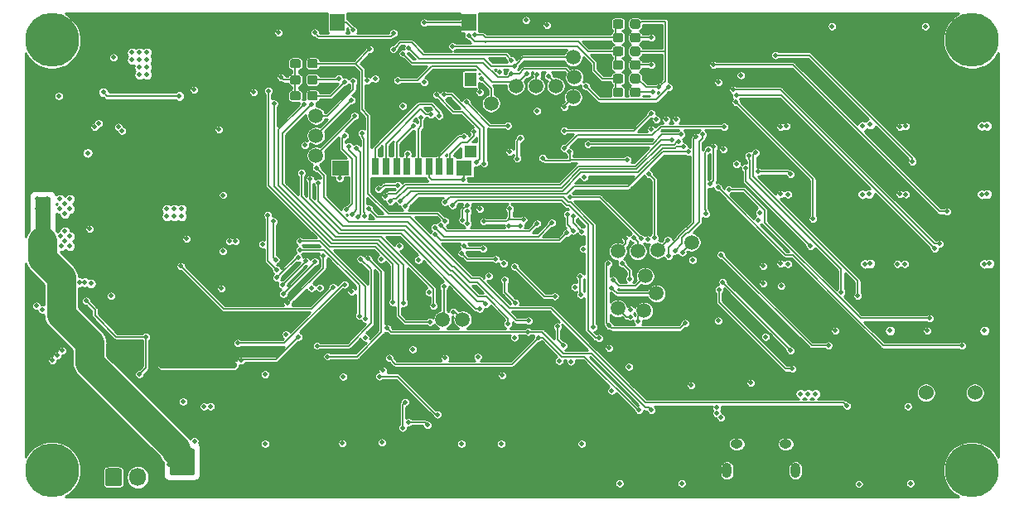
<source format=gbr>
G04 #@! TF.GenerationSoftware,KiCad,Pcbnew,(5.1.2)-1*
G04 #@! TF.CreationDate,2019-05-30T13:03:44-04:00*
G04 #@! TF.ProjectId,ZeroPilot,5a65726f-5069-46c6-9f74-2e6b69636164,rev?*
G04 #@! TF.SameCoordinates,Original*
G04 #@! TF.FileFunction,Copper,L4,Bot*
G04 #@! TF.FilePolarity,Positive*
%FSLAX46Y46*%
G04 Gerber Fmt 4.6, Leading zero omitted, Abs format (unit mm)*
G04 Created by KiCad (PCBNEW (5.1.2)-1) date 2019-05-30 13:03:44*
%MOMM*%
%LPD*%
G04 APERTURE LIST*
%ADD10C,5.500000*%
%ADD11O,1.700000X1.850000*%
%ADD12C,0.100000*%
%ADD13C,1.700000*%
%ADD14C,1.500000*%
%ADD15C,0.950000*%
%ADD16R,0.800100X1.678940*%
%ADD17R,1.290320X1.300480*%
%ADD18R,1.501140X1.699260*%
%ADD19R,1.699260X1.501140*%
%ADD20R,1.290320X1.399540*%
%ADD21R,1.600200X1.501140*%
%ADD22C,1.524000*%
%ADD23O,1.250000X0.950000*%
%ADD24O,1.000000X1.550000*%
%ADD25C,0.508000*%
%ADD26C,0.635000*%
%ADD27C,0.203200*%
%ADD28C,2.921000*%
%ADD29C,0.254000*%
G04 APERTURE END LIST*
D10*
X147000000Y-103000000D03*
D11*
X61771000Y-147714000D03*
D12*
G36*
X59895504Y-146790204D02*
G01*
X59919773Y-146793804D01*
X59943571Y-146799765D01*
X59966671Y-146808030D01*
X59988849Y-146818520D01*
X60009893Y-146831133D01*
X60029598Y-146845747D01*
X60047777Y-146862223D01*
X60064253Y-146880402D01*
X60078867Y-146900107D01*
X60091480Y-146921151D01*
X60101970Y-146943329D01*
X60110235Y-146966429D01*
X60116196Y-146990227D01*
X60119796Y-147014496D01*
X60121000Y-147039000D01*
X60121000Y-148389000D01*
X60119796Y-148413504D01*
X60116196Y-148437773D01*
X60110235Y-148461571D01*
X60101970Y-148484671D01*
X60091480Y-148506849D01*
X60078867Y-148527893D01*
X60064253Y-148547598D01*
X60047777Y-148565777D01*
X60029598Y-148582253D01*
X60009893Y-148596867D01*
X59988849Y-148609480D01*
X59966671Y-148619970D01*
X59943571Y-148628235D01*
X59919773Y-148634196D01*
X59895504Y-148637796D01*
X59871000Y-148639000D01*
X58671000Y-148639000D01*
X58646496Y-148637796D01*
X58622227Y-148634196D01*
X58598429Y-148628235D01*
X58575329Y-148619970D01*
X58553151Y-148609480D01*
X58532107Y-148596867D01*
X58512402Y-148582253D01*
X58494223Y-148565777D01*
X58477747Y-148547598D01*
X58463133Y-148527893D01*
X58450520Y-148506849D01*
X58440030Y-148484671D01*
X58431765Y-148461571D01*
X58425804Y-148437773D01*
X58422204Y-148413504D01*
X58421000Y-148389000D01*
X58421000Y-147039000D01*
X58422204Y-147014496D01*
X58425804Y-146990227D01*
X58431765Y-146966429D01*
X58440030Y-146943329D01*
X58450520Y-146921151D01*
X58463133Y-146900107D01*
X58477747Y-146880402D01*
X58494223Y-146862223D01*
X58512402Y-146845747D01*
X58532107Y-146831133D01*
X58553151Y-146818520D01*
X58575329Y-146808030D01*
X58598429Y-146799765D01*
X58622227Y-146793804D01*
X58646496Y-146790204D01*
X58671000Y-146789000D01*
X59871000Y-146789000D01*
X59895504Y-146790204D01*
X59895504Y-146790204D01*
G37*
D13*
X59271000Y-147714000D03*
D10*
X53000000Y-103000000D03*
X53000000Y-147000000D03*
X147000000Y-147000000D03*
D14*
X100419000Y-107709000D03*
X106261000Y-104788000D03*
X106388000Y-106820000D03*
X79972000Y-114821000D03*
X92926000Y-131585000D03*
X94958000Y-131585000D03*
X113500000Y-130696000D03*
X110833000Y-130442000D03*
X114770000Y-128918000D03*
X113627000Y-127140000D03*
X110833000Y-124600000D03*
X112865000Y-124600000D03*
X114897000Y-124473000D03*
X118364000Y-123698000D03*
X106261000Y-108852000D03*
X79972000Y-110757000D03*
X79972000Y-112789000D03*
X97879000Y-109487000D03*
X104483000Y-107709000D03*
X102451000Y-107709000D03*
D12*
G36*
X79925779Y-106600144D02*
G01*
X79948834Y-106603563D01*
X79971443Y-106609227D01*
X79993387Y-106617079D01*
X80014457Y-106627044D01*
X80034448Y-106639026D01*
X80053168Y-106652910D01*
X80070438Y-106668562D01*
X80086090Y-106685832D01*
X80099974Y-106704552D01*
X80111956Y-106724543D01*
X80121921Y-106745613D01*
X80129773Y-106767557D01*
X80135437Y-106790166D01*
X80138856Y-106813221D01*
X80140000Y-106836500D01*
X80140000Y-107311500D01*
X80138856Y-107334779D01*
X80135437Y-107357834D01*
X80129773Y-107380443D01*
X80121921Y-107402387D01*
X80111956Y-107423457D01*
X80099974Y-107443448D01*
X80086090Y-107462168D01*
X80070438Y-107479438D01*
X80053168Y-107495090D01*
X80034448Y-107508974D01*
X80014457Y-107520956D01*
X79993387Y-107530921D01*
X79971443Y-107538773D01*
X79948834Y-107544437D01*
X79925779Y-107547856D01*
X79902500Y-107549000D01*
X79327500Y-107549000D01*
X79304221Y-107547856D01*
X79281166Y-107544437D01*
X79258557Y-107538773D01*
X79236613Y-107530921D01*
X79215543Y-107520956D01*
X79195552Y-107508974D01*
X79176832Y-107495090D01*
X79159562Y-107479438D01*
X79143910Y-107462168D01*
X79130026Y-107443448D01*
X79118044Y-107423457D01*
X79108079Y-107402387D01*
X79100227Y-107380443D01*
X79094563Y-107357834D01*
X79091144Y-107334779D01*
X79090000Y-107311500D01*
X79090000Y-106836500D01*
X79091144Y-106813221D01*
X79094563Y-106790166D01*
X79100227Y-106767557D01*
X79108079Y-106745613D01*
X79118044Y-106724543D01*
X79130026Y-106704552D01*
X79143910Y-106685832D01*
X79159562Y-106668562D01*
X79176832Y-106652910D01*
X79195552Y-106639026D01*
X79215543Y-106627044D01*
X79236613Y-106617079D01*
X79258557Y-106609227D01*
X79281166Y-106603563D01*
X79304221Y-106600144D01*
X79327500Y-106599000D01*
X79902500Y-106599000D01*
X79925779Y-106600144D01*
X79925779Y-106600144D01*
G37*
D15*
X79615000Y-107074000D03*
D12*
G36*
X78175779Y-106600144D02*
G01*
X78198834Y-106603563D01*
X78221443Y-106609227D01*
X78243387Y-106617079D01*
X78264457Y-106627044D01*
X78284448Y-106639026D01*
X78303168Y-106652910D01*
X78320438Y-106668562D01*
X78336090Y-106685832D01*
X78349974Y-106704552D01*
X78361956Y-106724543D01*
X78371921Y-106745613D01*
X78379773Y-106767557D01*
X78385437Y-106790166D01*
X78388856Y-106813221D01*
X78390000Y-106836500D01*
X78390000Y-107311500D01*
X78388856Y-107334779D01*
X78385437Y-107357834D01*
X78379773Y-107380443D01*
X78371921Y-107402387D01*
X78361956Y-107423457D01*
X78349974Y-107443448D01*
X78336090Y-107462168D01*
X78320438Y-107479438D01*
X78303168Y-107495090D01*
X78284448Y-107508974D01*
X78264457Y-107520956D01*
X78243387Y-107530921D01*
X78221443Y-107538773D01*
X78198834Y-107544437D01*
X78175779Y-107547856D01*
X78152500Y-107549000D01*
X77577500Y-107549000D01*
X77554221Y-107547856D01*
X77531166Y-107544437D01*
X77508557Y-107538773D01*
X77486613Y-107530921D01*
X77465543Y-107520956D01*
X77445552Y-107508974D01*
X77426832Y-107495090D01*
X77409562Y-107479438D01*
X77393910Y-107462168D01*
X77380026Y-107443448D01*
X77368044Y-107423457D01*
X77358079Y-107402387D01*
X77350227Y-107380443D01*
X77344563Y-107357834D01*
X77341144Y-107334779D01*
X77340000Y-107311500D01*
X77340000Y-106836500D01*
X77341144Y-106813221D01*
X77344563Y-106790166D01*
X77350227Y-106767557D01*
X77358079Y-106745613D01*
X77368044Y-106724543D01*
X77380026Y-106704552D01*
X77393910Y-106685832D01*
X77409562Y-106668562D01*
X77426832Y-106652910D01*
X77445552Y-106639026D01*
X77465543Y-106627044D01*
X77486613Y-106617079D01*
X77508557Y-106609227D01*
X77531166Y-106603563D01*
X77554221Y-106600144D01*
X77577500Y-106599000D01*
X78152500Y-106599000D01*
X78175779Y-106600144D01*
X78175779Y-106600144D01*
G37*
D15*
X77865000Y-107074000D03*
D12*
G36*
X79925779Y-108238144D02*
G01*
X79948834Y-108241563D01*
X79971443Y-108247227D01*
X79993387Y-108255079D01*
X80014457Y-108265044D01*
X80034448Y-108277026D01*
X80053168Y-108290910D01*
X80070438Y-108306562D01*
X80086090Y-108323832D01*
X80099974Y-108342552D01*
X80111956Y-108362543D01*
X80121921Y-108383613D01*
X80129773Y-108405557D01*
X80135437Y-108428166D01*
X80138856Y-108451221D01*
X80140000Y-108474500D01*
X80140000Y-108949500D01*
X80138856Y-108972779D01*
X80135437Y-108995834D01*
X80129773Y-109018443D01*
X80121921Y-109040387D01*
X80111956Y-109061457D01*
X80099974Y-109081448D01*
X80086090Y-109100168D01*
X80070438Y-109117438D01*
X80053168Y-109133090D01*
X80034448Y-109146974D01*
X80014457Y-109158956D01*
X79993387Y-109168921D01*
X79971443Y-109176773D01*
X79948834Y-109182437D01*
X79925779Y-109185856D01*
X79902500Y-109187000D01*
X79327500Y-109187000D01*
X79304221Y-109185856D01*
X79281166Y-109182437D01*
X79258557Y-109176773D01*
X79236613Y-109168921D01*
X79215543Y-109158956D01*
X79195552Y-109146974D01*
X79176832Y-109133090D01*
X79159562Y-109117438D01*
X79143910Y-109100168D01*
X79130026Y-109081448D01*
X79118044Y-109061457D01*
X79108079Y-109040387D01*
X79100227Y-109018443D01*
X79094563Y-108995834D01*
X79091144Y-108972779D01*
X79090000Y-108949500D01*
X79090000Y-108474500D01*
X79091144Y-108451221D01*
X79094563Y-108428166D01*
X79100227Y-108405557D01*
X79108079Y-108383613D01*
X79118044Y-108362543D01*
X79130026Y-108342552D01*
X79143910Y-108323832D01*
X79159562Y-108306562D01*
X79176832Y-108290910D01*
X79195552Y-108277026D01*
X79215543Y-108265044D01*
X79236613Y-108255079D01*
X79258557Y-108247227D01*
X79281166Y-108241563D01*
X79304221Y-108238144D01*
X79327500Y-108237000D01*
X79902500Y-108237000D01*
X79925779Y-108238144D01*
X79925779Y-108238144D01*
G37*
D15*
X79615000Y-108712000D03*
D12*
G36*
X78175779Y-108238144D02*
G01*
X78198834Y-108241563D01*
X78221443Y-108247227D01*
X78243387Y-108255079D01*
X78264457Y-108265044D01*
X78284448Y-108277026D01*
X78303168Y-108290910D01*
X78320438Y-108306562D01*
X78336090Y-108323832D01*
X78349974Y-108342552D01*
X78361956Y-108362543D01*
X78371921Y-108383613D01*
X78379773Y-108405557D01*
X78385437Y-108428166D01*
X78388856Y-108451221D01*
X78390000Y-108474500D01*
X78390000Y-108949500D01*
X78388856Y-108972779D01*
X78385437Y-108995834D01*
X78379773Y-109018443D01*
X78371921Y-109040387D01*
X78361956Y-109061457D01*
X78349974Y-109081448D01*
X78336090Y-109100168D01*
X78320438Y-109117438D01*
X78303168Y-109133090D01*
X78284448Y-109146974D01*
X78264457Y-109158956D01*
X78243387Y-109168921D01*
X78221443Y-109176773D01*
X78198834Y-109182437D01*
X78175779Y-109185856D01*
X78152500Y-109187000D01*
X77577500Y-109187000D01*
X77554221Y-109185856D01*
X77531166Y-109182437D01*
X77508557Y-109176773D01*
X77486613Y-109168921D01*
X77465543Y-109158956D01*
X77445552Y-109146974D01*
X77426832Y-109133090D01*
X77409562Y-109117438D01*
X77393910Y-109100168D01*
X77380026Y-109081448D01*
X77368044Y-109061457D01*
X77358079Y-109040387D01*
X77350227Y-109018443D01*
X77344563Y-108995834D01*
X77341144Y-108972779D01*
X77340000Y-108949500D01*
X77340000Y-108474500D01*
X77341144Y-108451221D01*
X77344563Y-108428166D01*
X77350227Y-108405557D01*
X77358079Y-108383613D01*
X77368044Y-108362543D01*
X77380026Y-108342552D01*
X77393910Y-108323832D01*
X77409562Y-108306562D01*
X77426832Y-108290910D01*
X77445552Y-108277026D01*
X77465543Y-108265044D01*
X77486613Y-108255079D01*
X77508557Y-108247227D01*
X77531166Y-108241563D01*
X77554221Y-108238144D01*
X77577500Y-108237000D01*
X78152500Y-108237000D01*
X78175779Y-108238144D01*
X78175779Y-108238144D01*
G37*
D15*
X77865000Y-108712000D03*
D12*
G36*
X79925779Y-104936144D02*
G01*
X79948834Y-104939563D01*
X79971443Y-104945227D01*
X79993387Y-104953079D01*
X80014457Y-104963044D01*
X80034448Y-104975026D01*
X80053168Y-104988910D01*
X80070438Y-105004562D01*
X80086090Y-105021832D01*
X80099974Y-105040552D01*
X80111956Y-105060543D01*
X80121921Y-105081613D01*
X80129773Y-105103557D01*
X80135437Y-105126166D01*
X80138856Y-105149221D01*
X80140000Y-105172500D01*
X80140000Y-105647500D01*
X80138856Y-105670779D01*
X80135437Y-105693834D01*
X80129773Y-105716443D01*
X80121921Y-105738387D01*
X80111956Y-105759457D01*
X80099974Y-105779448D01*
X80086090Y-105798168D01*
X80070438Y-105815438D01*
X80053168Y-105831090D01*
X80034448Y-105844974D01*
X80014457Y-105856956D01*
X79993387Y-105866921D01*
X79971443Y-105874773D01*
X79948834Y-105880437D01*
X79925779Y-105883856D01*
X79902500Y-105885000D01*
X79327500Y-105885000D01*
X79304221Y-105883856D01*
X79281166Y-105880437D01*
X79258557Y-105874773D01*
X79236613Y-105866921D01*
X79215543Y-105856956D01*
X79195552Y-105844974D01*
X79176832Y-105831090D01*
X79159562Y-105815438D01*
X79143910Y-105798168D01*
X79130026Y-105779448D01*
X79118044Y-105759457D01*
X79108079Y-105738387D01*
X79100227Y-105716443D01*
X79094563Y-105693834D01*
X79091144Y-105670779D01*
X79090000Y-105647500D01*
X79090000Y-105172500D01*
X79091144Y-105149221D01*
X79094563Y-105126166D01*
X79100227Y-105103557D01*
X79108079Y-105081613D01*
X79118044Y-105060543D01*
X79130026Y-105040552D01*
X79143910Y-105021832D01*
X79159562Y-105004562D01*
X79176832Y-104988910D01*
X79195552Y-104975026D01*
X79215543Y-104963044D01*
X79236613Y-104953079D01*
X79258557Y-104945227D01*
X79281166Y-104939563D01*
X79304221Y-104936144D01*
X79327500Y-104935000D01*
X79902500Y-104935000D01*
X79925779Y-104936144D01*
X79925779Y-104936144D01*
G37*
D15*
X79615000Y-105410000D03*
D12*
G36*
X78175779Y-104936144D02*
G01*
X78198834Y-104939563D01*
X78221443Y-104945227D01*
X78243387Y-104953079D01*
X78264457Y-104963044D01*
X78284448Y-104975026D01*
X78303168Y-104988910D01*
X78320438Y-105004562D01*
X78336090Y-105021832D01*
X78349974Y-105040552D01*
X78361956Y-105060543D01*
X78371921Y-105081613D01*
X78379773Y-105103557D01*
X78385437Y-105126166D01*
X78388856Y-105149221D01*
X78390000Y-105172500D01*
X78390000Y-105647500D01*
X78388856Y-105670779D01*
X78385437Y-105693834D01*
X78379773Y-105716443D01*
X78371921Y-105738387D01*
X78361956Y-105759457D01*
X78349974Y-105779448D01*
X78336090Y-105798168D01*
X78320438Y-105815438D01*
X78303168Y-105831090D01*
X78284448Y-105844974D01*
X78264457Y-105856956D01*
X78243387Y-105866921D01*
X78221443Y-105874773D01*
X78198834Y-105880437D01*
X78175779Y-105883856D01*
X78152500Y-105885000D01*
X77577500Y-105885000D01*
X77554221Y-105883856D01*
X77531166Y-105880437D01*
X77508557Y-105874773D01*
X77486613Y-105866921D01*
X77465543Y-105856956D01*
X77445552Y-105844974D01*
X77426832Y-105831090D01*
X77409562Y-105815438D01*
X77393910Y-105798168D01*
X77380026Y-105779448D01*
X77368044Y-105759457D01*
X77358079Y-105738387D01*
X77350227Y-105716443D01*
X77344563Y-105693834D01*
X77341144Y-105670779D01*
X77340000Y-105647500D01*
X77340000Y-105172500D01*
X77341144Y-105149221D01*
X77344563Y-105126166D01*
X77350227Y-105103557D01*
X77358079Y-105081613D01*
X77368044Y-105060543D01*
X77380026Y-105040552D01*
X77393910Y-105021832D01*
X77409562Y-105004562D01*
X77426832Y-104988910D01*
X77445552Y-104975026D01*
X77465543Y-104963044D01*
X77486613Y-104953079D01*
X77508557Y-104945227D01*
X77531166Y-104939563D01*
X77554221Y-104936144D01*
X77577500Y-104935000D01*
X78152500Y-104935000D01*
X78175779Y-104936144D01*
X78175779Y-104936144D01*
G37*
D15*
X77865000Y-105410000D03*
D12*
G36*
X112907779Y-102282144D02*
G01*
X112930834Y-102285563D01*
X112953443Y-102291227D01*
X112975387Y-102299079D01*
X112996457Y-102309044D01*
X113016448Y-102321026D01*
X113035168Y-102334910D01*
X113052438Y-102350562D01*
X113068090Y-102367832D01*
X113081974Y-102386552D01*
X113093956Y-102406543D01*
X113103921Y-102427613D01*
X113111773Y-102449557D01*
X113117437Y-102472166D01*
X113120856Y-102495221D01*
X113122000Y-102518500D01*
X113122000Y-102993500D01*
X113120856Y-103016779D01*
X113117437Y-103039834D01*
X113111773Y-103062443D01*
X113103921Y-103084387D01*
X113093956Y-103105457D01*
X113081974Y-103125448D01*
X113068090Y-103144168D01*
X113052438Y-103161438D01*
X113035168Y-103177090D01*
X113016448Y-103190974D01*
X112996457Y-103202956D01*
X112975387Y-103212921D01*
X112953443Y-103220773D01*
X112930834Y-103226437D01*
X112907779Y-103229856D01*
X112884500Y-103231000D01*
X112309500Y-103231000D01*
X112286221Y-103229856D01*
X112263166Y-103226437D01*
X112240557Y-103220773D01*
X112218613Y-103212921D01*
X112197543Y-103202956D01*
X112177552Y-103190974D01*
X112158832Y-103177090D01*
X112141562Y-103161438D01*
X112125910Y-103144168D01*
X112112026Y-103125448D01*
X112100044Y-103105457D01*
X112090079Y-103084387D01*
X112082227Y-103062443D01*
X112076563Y-103039834D01*
X112073144Y-103016779D01*
X112072000Y-102993500D01*
X112072000Y-102518500D01*
X112073144Y-102495221D01*
X112076563Y-102472166D01*
X112082227Y-102449557D01*
X112090079Y-102427613D01*
X112100044Y-102406543D01*
X112112026Y-102386552D01*
X112125910Y-102367832D01*
X112141562Y-102350562D01*
X112158832Y-102334910D01*
X112177552Y-102321026D01*
X112197543Y-102309044D01*
X112218613Y-102299079D01*
X112240557Y-102291227D01*
X112263166Y-102285563D01*
X112286221Y-102282144D01*
X112309500Y-102281000D01*
X112884500Y-102281000D01*
X112907779Y-102282144D01*
X112907779Y-102282144D01*
G37*
D15*
X112597000Y-102756000D03*
D12*
G36*
X111157779Y-102282144D02*
G01*
X111180834Y-102285563D01*
X111203443Y-102291227D01*
X111225387Y-102299079D01*
X111246457Y-102309044D01*
X111266448Y-102321026D01*
X111285168Y-102334910D01*
X111302438Y-102350562D01*
X111318090Y-102367832D01*
X111331974Y-102386552D01*
X111343956Y-102406543D01*
X111353921Y-102427613D01*
X111361773Y-102449557D01*
X111367437Y-102472166D01*
X111370856Y-102495221D01*
X111372000Y-102518500D01*
X111372000Y-102993500D01*
X111370856Y-103016779D01*
X111367437Y-103039834D01*
X111361773Y-103062443D01*
X111353921Y-103084387D01*
X111343956Y-103105457D01*
X111331974Y-103125448D01*
X111318090Y-103144168D01*
X111302438Y-103161438D01*
X111285168Y-103177090D01*
X111266448Y-103190974D01*
X111246457Y-103202956D01*
X111225387Y-103212921D01*
X111203443Y-103220773D01*
X111180834Y-103226437D01*
X111157779Y-103229856D01*
X111134500Y-103231000D01*
X110559500Y-103231000D01*
X110536221Y-103229856D01*
X110513166Y-103226437D01*
X110490557Y-103220773D01*
X110468613Y-103212921D01*
X110447543Y-103202956D01*
X110427552Y-103190974D01*
X110408832Y-103177090D01*
X110391562Y-103161438D01*
X110375910Y-103144168D01*
X110362026Y-103125448D01*
X110350044Y-103105457D01*
X110340079Y-103084387D01*
X110332227Y-103062443D01*
X110326563Y-103039834D01*
X110323144Y-103016779D01*
X110322000Y-102993500D01*
X110322000Y-102518500D01*
X110323144Y-102495221D01*
X110326563Y-102472166D01*
X110332227Y-102449557D01*
X110340079Y-102427613D01*
X110350044Y-102406543D01*
X110362026Y-102386552D01*
X110375910Y-102367832D01*
X110391562Y-102350562D01*
X110408832Y-102334910D01*
X110427552Y-102321026D01*
X110447543Y-102309044D01*
X110468613Y-102299079D01*
X110490557Y-102291227D01*
X110513166Y-102285563D01*
X110536221Y-102282144D01*
X110559500Y-102281000D01*
X111134500Y-102281000D01*
X111157779Y-102282144D01*
X111157779Y-102282144D01*
G37*
D15*
X110847000Y-102756000D03*
D12*
G36*
X111157779Y-100885144D02*
G01*
X111180834Y-100888563D01*
X111203443Y-100894227D01*
X111225387Y-100902079D01*
X111246457Y-100912044D01*
X111266448Y-100924026D01*
X111285168Y-100937910D01*
X111302438Y-100953562D01*
X111318090Y-100970832D01*
X111331974Y-100989552D01*
X111343956Y-101009543D01*
X111353921Y-101030613D01*
X111361773Y-101052557D01*
X111367437Y-101075166D01*
X111370856Y-101098221D01*
X111372000Y-101121500D01*
X111372000Y-101596500D01*
X111370856Y-101619779D01*
X111367437Y-101642834D01*
X111361773Y-101665443D01*
X111353921Y-101687387D01*
X111343956Y-101708457D01*
X111331974Y-101728448D01*
X111318090Y-101747168D01*
X111302438Y-101764438D01*
X111285168Y-101780090D01*
X111266448Y-101793974D01*
X111246457Y-101805956D01*
X111225387Y-101815921D01*
X111203443Y-101823773D01*
X111180834Y-101829437D01*
X111157779Y-101832856D01*
X111134500Y-101834000D01*
X110559500Y-101834000D01*
X110536221Y-101832856D01*
X110513166Y-101829437D01*
X110490557Y-101823773D01*
X110468613Y-101815921D01*
X110447543Y-101805956D01*
X110427552Y-101793974D01*
X110408832Y-101780090D01*
X110391562Y-101764438D01*
X110375910Y-101747168D01*
X110362026Y-101728448D01*
X110350044Y-101708457D01*
X110340079Y-101687387D01*
X110332227Y-101665443D01*
X110326563Y-101642834D01*
X110323144Y-101619779D01*
X110322000Y-101596500D01*
X110322000Y-101121500D01*
X110323144Y-101098221D01*
X110326563Y-101075166D01*
X110332227Y-101052557D01*
X110340079Y-101030613D01*
X110350044Y-101009543D01*
X110362026Y-100989552D01*
X110375910Y-100970832D01*
X110391562Y-100953562D01*
X110408832Y-100937910D01*
X110427552Y-100924026D01*
X110447543Y-100912044D01*
X110468613Y-100902079D01*
X110490557Y-100894227D01*
X110513166Y-100888563D01*
X110536221Y-100885144D01*
X110559500Y-100884000D01*
X111134500Y-100884000D01*
X111157779Y-100885144D01*
X111157779Y-100885144D01*
G37*
D15*
X110847000Y-101359000D03*
D12*
G36*
X112907779Y-100885144D02*
G01*
X112930834Y-100888563D01*
X112953443Y-100894227D01*
X112975387Y-100902079D01*
X112996457Y-100912044D01*
X113016448Y-100924026D01*
X113035168Y-100937910D01*
X113052438Y-100953562D01*
X113068090Y-100970832D01*
X113081974Y-100989552D01*
X113093956Y-101009543D01*
X113103921Y-101030613D01*
X113111773Y-101052557D01*
X113117437Y-101075166D01*
X113120856Y-101098221D01*
X113122000Y-101121500D01*
X113122000Y-101596500D01*
X113120856Y-101619779D01*
X113117437Y-101642834D01*
X113111773Y-101665443D01*
X113103921Y-101687387D01*
X113093956Y-101708457D01*
X113081974Y-101728448D01*
X113068090Y-101747168D01*
X113052438Y-101764438D01*
X113035168Y-101780090D01*
X113016448Y-101793974D01*
X112996457Y-101805956D01*
X112975387Y-101815921D01*
X112953443Y-101823773D01*
X112930834Y-101829437D01*
X112907779Y-101832856D01*
X112884500Y-101834000D01*
X112309500Y-101834000D01*
X112286221Y-101832856D01*
X112263166Y-101829437D01*
X112240557Y-101823773D01*
X112218613Y-101815921D01*
X112197543Y-101805956D01*
X112177552Y-101793974D01*
X112158832Y-101780090D01*
X112141562Y-101764438D01*
X112125910Y-101747168D01*
X112112026Y-101728448D01*
X112100044Y-101708457D01*
X112090079Y-101687387D01*
X112082227Y-101665443D01*
X112076563Y-101642834D01*
X112073144Y-101619779D01*
X112072000Y-101596500D01*
X112072000Y-101121500D01*
X112073144Y-101098221D01*
X112076563Y-101075166D01*
X112082227Y-101052557D01*
X112090079Y-101030613D01*
X112100044Y-101009543D01*
X112112026Y-100989552D01*
X112125910Y-100970832D01*
X112141562Y-100953562D01*
X112158832Y-100937910D01*
X112177552Y-100924026D01*
X112197543Y-100912044D01*
X112218613Y-100902079D01*
X112240557Y-100894227D01*
X112263166Y-100888563D01*
X112286221Y-100885144D01*
X112309500Y-100884000D01*
X112884500Y-100884000D01*
X112907779Y-100885144D01*
X112907779Y-100885144D01*
G37*
D15*
X112597000Y-101359000D03*
D12*
G36*
X112907779Y-105076144D02*
G01*
X112930834Y-105079563D01*
X112953443Y-105085227D01*
X112975387Y-105093079D01*
X112996457Y-105103044D01*
X113016448Y-105115026D01*
X113035168Y-105128910D01*
X113052438Y-105144562D01*
X113068090Y-105161832D01*
X113081974Y-105180552D01*
X113093956Y-105200543D01*
X113103921Y-105221613D01*
X113111773Y-105243557D01*
X113117437Y-105266166D01*
X113120856Y-105289221D01*
X113122000Y-105312500D01*
X113122000Y-105787500D01*
X113120856Y-105810779D01*
X113117437Y-105833834D01*
X113111773Y-105856443D01*
X113103921Y-105878387D01*
X113093956Y-105899457D01*
X113081974Y-105919448D01*
X113068090Y-105938168D01*
X113052438Y-105955438D01*
X113035168Y-105971090D01*
X113016448Y-105984974D01*
X112996457Y-105996956D01*
X112975387Y-106006921D01*
X112953443Y-106014773D01*
X112930834Y-106020437D01*
X112907779Y-106023856D01*
X112884500Y-106025000D01*
X112309500Y-106025000D01*
X112286221Y-106023856D01*
X112263166Y-106020437D01*
X112240557Y-106014773D01*
X112218613Y-106006921D01*
X112197543Y-105996956D01*
X112177552Y-105984974D01*
X112158832Y-105971090D01*
X112141562Y-105955438D01*
X112125910Y-105938168D01*
X112112026Y-105919448D01*
X112100044Y-105899457D01*
X112090079Y-105878387D01*
X112082227Y-105856443D01*
X112076563Y-105833834D01*
X112073144Y-105810779D01*
X112072000Y-105787500D01*
X112072000Y-105312500D01*
X112073144Y-105289221D01*
X112076563Y-105266166D01*
X112082227Y-105243557D01*
X112090079Y-105221613D01*
X112100044Y-105200543D01*
X112112026Y-105180552D01*
X112125910Y-105161832D01*
X112141562Y-105144562D01*
X112158832Y-105128910D01*
X112177552Y-105115026D01*
X112197543Y-105103044D01*
X112218613Y-105093079D01*
X112240557Y-105085227D01*
X112263166Y-105079563D01*
X112286221Y-105076144D01*
X112309500Y-105075000D01*
X112884500Y-105075000D01*
X112907779Y-105076144D01*
X112907779Y-105076144D01*
G37*
D15*
X112597000Y-105550000D03*
D12*
G36*
X111157779Y-105076144D02*
G01*
X111180834Y-105079563D01*
X111203443Y-105085227D01*
X111225387Y-105093079D01*
X111246457Y-105103044D01*
X111266448Y-105115026D01*
X111285168Y-105128910D01*
X111302438Y-105144562D01*
X111318090Y-105161832D01*
X111331974Y-105180552D01*
X111343956Y-105200543D01*
X111353921Y-105221613D01*
X111361773Y-105243557D01*
X111367437Y-105266166D01*
X111370856Y-105289221D01*
X111372000Y-105312500D01*
X111372000Y-105787500D01*
X111370856Y-105810779D01*
X111367437Y-105833834D01*
X111361773Y-105856443D01*
X111353921Y-105878387D01*
X111343956Y-105899457D01*
X111331974Y-105919448D01*
X111318090Y-105938168D01*
X111302438Y-105955438D01*
X111285168Y-105971090D01*
X111266448Y-105984974D01*
X111246457Y-105996956D01*
X111225387Y-106006921D01*
X111203443Y-106014773D01*
X111180834Y-106020437D01*
X111157779Y-106023856D01*
X111134500Y-106025000D01*
X110559500Y-106025000D01*
X110536221Y-106023856D01*
X110513166Y-106020437D01*
X110490557Y-106014773D01*
X110468613Y-106006921D01*
X110447543Y-105996956D01*
X110427552Y-105984974D01*
X110408832Y-105971090D01*
X110391562Y-105955438D01*
X110375910Y-105938168D01*
X110362026Y-105919448D01*
X110350044Y-105899457D01*
X110340079Y-105878387D01*
X110332227Y-105856443D01*
X110326563Y-105833834D01*
X110323144Y-105810779D01*
X110322000Y-105787500D01*
X110322000Y-105312500D01*
X110323144Y-105289221D01*
X110326563Y-105266166D01*
X110332227Y-105243557D01*
X110340079Y-105221613D01*
X110350044Y-105200543D01*
X110362026Y-105180552D01*
X110375910Y-105161832D01*
X110391562Y-105144562D01*
X110408832Y-105128910D01*
X110427552Y-105115026D01*
X110447543Y-105103044D01*
X110468613Y-105093079D01*
X110490557Y-105085227D01*
X110513166Y-105079563D01*
X110536221Y-105076144D01*
X110559500Y-105075000D01*
X111134500Y-105075000D01*
X111157779Y-105076144D01*
X111157779Y-105076144D01*
G37*
D15*
X110847000Y-105550000D03*
D12*
G36*
X111157779Y-103679144D02*
G01*
X111180834Y-103682563D01*
X111203443Y-103688227D01*
X111225387Y-103696079D01*
X111246457Y-103706044D01*
X111266448Y-103718026D01*
X111285168Y-103731910D01*
X111302438Y-103747562D01*
X111318090Y-103764832D01*
X111331974Y-103783552D01*
X111343956Y-103803543D01*
X111353921Y-103824613D01*
X111361773Y-103846557D01*
X111367437Y-103869166D01*
X111370856Y-103892221D01*
X111372000Y-103915500D01*
X111372000Y-104390500D01*
X111370856Y-104413779D01*
X111367437Y-104436834D01*
X111361773Y-104459443D01*
X111353921Y-104481387D01*
X111343956Y-104502457D01*
X111331974Y-104522448D01*
X111318090Y-104541168D01*
X111302438Y-104558438D01*
X111285168Y-104574090D01*
X111266448Y-104587974D01*
X111246457Y-104599956D01*
X111225387Y-104609921D01*
X111203443Y-104617773D01*
X111180834Y-104623437D01*
X111157779Y-104626856D01*
X111134500Y-104628000D01*
X110559500Y-104628000D01*
X110536221Y-104626856D01*
X110513166Y-104623437D01*
X110490557Y-104617773D01*
X110468613Y-104609921D01*
X110447543Y-104599956D01*
X110427552Y-104587974D01*
X110408832Y-104574090D01*
X110391562Y-104558438D01*
X110375910Y-104541168D01*
X110362026Y-104522448D01*
X110350044Y-104502457D01*
X110340079Y-104481387D01*
X110332227Y-104459443D01*
X110326563Y-104436834D01*
X110323144Y-104413779D01*
X110322000Y-104390500D01*
X110322000Y-103915500D01*
X110323144Y-103892221D01*
X110326563Y-103869166D01*
X110332227Y-103846557D01*
X110340079Y-103824613D01*
X110350044Y-103803543D01*
X110362026Y-103783552D01*
X110375910Y-103764832D01*
X110391562Y-103747562D01*
X110408832Y-103731910D01*
X110427552Y-103718026D01*
X110447543Y-103706044D01*
X110468613Y-103696079D01*
X110490557Y-103688227D01*
X110513166Y-103682563D01*
X110536221Y-103679144D01*
X110559500Y-103678000D01*
X111134500Y-103678000D01*
X111157779Y-103679144D01*
X111157779Y-103679144D01*
G37*
D15*
X110847000Y-104153000D03*
D12*
G36*
X112907779Y-103679144D02*
G01*
X112930834Y-103682563D01*
X112953443Y-103688227D01*
X112975387Y-103696079D01*
X112996457Y-103706044D01*
X113016448Y-103718026D01*
X113035168Y-103731910D01*
X113052438Y-103747562D01*
X113068090Y-103764832D01*
X113081974Y-103783552D01*
X113093956Y-103803543D01*
X113103921Y-103824613D01*
X113111773Y-103846557D01*
X113117437Y-103869166D01*
X113120856Y-103892221D01*
X113122000Y-103915500D01*
X113122000Y-104390500D01*
X113120856Y-104413779D01*
X113117437Y-104436834D01*
X113111773Y-104459443D01*
X113103921Y-104481387D01*
X113093956Y-104502457D01*
X113081974Y-104522448D01*
X113068090Y-104541168D01*
X113052438Y-104558438D01*
X113035168Y-104574090D01*
X113016448Y-104587974D01*
X112996457Y-104599956D01*
X112975387Y-104609921D01*
X112953443Y-104617773D01*
X112930834Y-104623437D01*
X112907779Y-104626856D01*
X112884500Y-104628000D01*
X112309500Y-104628000D01*
X112286221Y-104626856D01*
X112263166Y-104623437D01*
X112240557Y-104617773D01*
X112218613Y-104609921D01*
X112197543Y-104599956D01*
X112177552Y-104587974D01*
X112158832Y-104574090D01*
X112141562Y-104558438D01*
X112125910Y-104541168D01*
X112112026Y-104522448D01*
X112100044Y-104502457D01*
X112090079Y-104481387D01*
X112082227Y-104459443D01*
X112076563Y-104436834D01*
X112073144Y-104413779D01*
X112072000Y-104390500D01*
X112072000Y-103915500D01*
X112073144Y-103892221D01*
X112076563Y-103869166D01*
X112082227Y-103846557D01*
X112090079Y-103824613D01*
X112100044Y-103803543D01*
X112112026Y-103783552D01*
X112125910Y-103764832D01*
X112141562Y-103747562D01*
X112158832Y-103731910D01*
X112177552Y-103718026D01*
X112197543Y-103706044D01*
X112218613Y-103696079D01*
X112240557Y-103688227D01*
X112263166Y-103682563D01*
X112286221Y-103679144D01*
X112309500Y-103678000D01*
X112884500Y-103678000D01*
X112907779Y-103679144D01*
X112907779Y-103679144D01*
G37*
D15*
X112597000Y-104153000D03*
D12*
G36*
X112907779Y-107870144D02*
G01*
X112930834Y-107873563D01*
X112953443Y-107879227D01*
X112975387Y-107887079D01*
X112996457Y-107897044D01*
X113016448Y-107909026D01*
X113035168Y-107922910D01*
X113052438Y-107938562D01*
X113068090Y-107955832D01*
X113081974Y-107974552D01*
X113093956Y-107994543D01*
X113103921Y-108015613D01*
X113111773Y-108037557D01*
X113117437Y-108060166D01*
X113120856Y-108083221D01*
X113122000Y-108106500D01*
X113122000Y-108581500D01*
X113120856Y-108604779D01*
X113117437Y-108627834D01*
X113111773Y-108650443D01*
X113103921Y-108672387D01*
X113093956Y-108693457D01*
X113081974Y-108713448D01*
X113068090Y-108732168D01*
X113052438Y-108749438D01*
X113035168Y-108765090D01*
X113016448Y-108778974D01*
X112996457Y-108790956D01*
X112975387Y-108800921D01*
X112953443Y-108808773D01*
X112930834Y-108814437D01*
X112907779Y-108817856D01*
X112884500Y-108819000D01*
X112309500Y-108819000D01*
X112286221Y-108817856D01*
X112263166Y-108814437D01*
X112240557Y-108808773D01*
X112218613Y-108800921D01*
X112197543Y-108790956D01*
X112177552Y-108778974D01*
X112158832Y-108765090D01*
X112141562Y-108749438D01*
X112125910Y-108732168D01*
X112112026Y-108713448D01*
X112100044Y-108693457D01*
X112090079Y-108672387D01*
X112082227Y-108650443D01*
X112076563Y-108627834D01*
X112073144Y-108604779D01*
X112072000Y-108581500D01*
X112072000Y-108106500D01*
X112073144Y-108083221D01*
X112076563Y-108060166D01*
X112082227Y-108037557D01*
X112090079Y-108015613D01*
X112100044Y-107994543D01*
X112112026Y-107974552D01*
X112125910Y-107955832D01*
X112141562Y-107938562D01*
X112158832Y-107922910D01*
X112177552Y-107909026D01*
X112197543Y-107897044D01*
X112218613Y-107887079D01*
X112240557Y-107879227D01*
X112263166Y-107873563D01*
X112286221Y-107870144D01*
X112309500Y-107869000D01*
X112884500Y-107869000D01*
X112907779Y-107870144D01*
X112907779Y-107870144D01*
G37*
D15*
X112597000Y-108344000D03*
D12*
G36*
X111157779Y-107870144D02*
G01*
X111180834Y-107873563D01*
X111203443Y-107879227D01*
X111225387Y-107887079D01*
X111246457Y-107897044D01*
X111266448Y-107909026D01*
X111285168Y-107922910D01*
X111302438Y-107938562D01*
X111318090Y-107955832D01*
X111331974Y-107974552D01*
X111343956Y-107994543D01*
X111353921Y-108015613D01*
X111361773Y-108037557D01*
X111367437Y-108060166D01*
X111370856Y-108083221D01*
X111372000Y-108106500D01*
X111372000Y-108581500D01*
X111370856Y-108604779D01*
X111367437Y-108627834D01*
X111361773Y-108650443D01*
X111353921Y-108672387D01*
X111343956Y-108693457D01*
X111331974Y-108713448D01*
X111318090Y-108732168D01*
X111302438Y-108749438D01*
X111285168Y-108765090D01*
X111266448Y-108778974D01*
X111246457Y-108790956D01*
X111225387Y-108800921D01*
X111203443Y-108808773D01*
X111180834Y-108814437D01*
X111157779Y-108817856D01*
X111134500Y-108819000D01*
X110559500Y-108819000D01*
X110536221Y-108817856D01*
X110513166Y-108814437D01*
X110490557Y-108808773D01*
X110468613Y-108800921D01*
X110447543Y-108790956D01*
X110427552Y-108778974D01*
X110408832Y-108765090D01*
X110391562Y-108749438D01*
X110375910Y-108732168D01*
X110362026Y-108713448D01*
X110350044Y-108693457D01*
X110340079Y-108672387D01*
X110332227Y-108650443D01*
X110326563Y-108627834D01*
X110323144Y-108604779D01*
X110322000Y-108581500D01*
X110322000Y-108106500D01*
X110323144Y-108083221D01*
X110326563Y-108060166D01*
X110332227Y-108037557D01*
X110340079Y-108015613D01*
X110350044Y-107994543D01*
X110362026Y-107974552D01*
X110375910Y-107955832D01*
X110391562Y-107938562D01*
X110408832Y-107922910D01*
X110427552Y-107909026D01*
X110447543Y-107897044D01*
X110468613Y-107887079D01*
X110490557Y-107879227D01*
X110513166Y-107873563D01*
X110536221Y-107870144D01*
X110559500Y-107869000D01*
X111134500Y-107869000D01*
X111157779Y-107870144D01*
X111157779Y-107870144D01*
G37*
D15*
X110847000Y-108344000D03*
D12*
G36*
X111157779Y-106473144D02*
G01*
X111180834Y-106476563D01*
X111203443Y-106482227D01*
X111225387Y-106490079D01*
X111246457Y-106500044D01*
X111266448Y-106512026D01*
X111285168Y-106525910D01*
X111302438Y-106541562D01*
X111318090Y-106558832D01*
X111331974Y-106577552D01*
X111343956Y-106597543D01*
X111353921Y-106618613D01*
X111361773Y-106640557D01*
X111367437Y-106663166D01*
X111370856Y-106686221D01*
X111372000Y-106709500D01*
X111372000Y-107184500D01*
X111370856Y-107207779D01*
X111367437Y-107230834D01*
X111361773Y-107253443D01*
X111353921Y-107275387D01*
X111343956Y-107296457D01*
X111331974Y-107316448D01*
X111318090Y-107335168D01*
X111302438Y-107352438D01*
X111285168Y-107368090D01*
X111266448Y-107381974D01*
X111246457Y-107393956D01*
X111225387Y-107403921D01*
X111203443Y-107411773D01*
X111180834Y-107417437D01*
X111157779Y-107420856D01*
X111134500Y-107422000D01*
X110559500Y-107422000D01*
X110536221Y-107420856D01*
X110513166Y-107417437D01*
X110490557Y-107411773D01*
X110468613Y-107403921D01*
X110447543Y-107393956D01*
X110427552Y-107381974D01*
X110408832Y-107368090D01*
X110391562Y-107352438D01*
X110375910Y-107335168D01*
X110362026Y-107316448D01*
X110350044Y-107296457D01*
X110340079Y-107275387D01*
X110332227Y-107253443D01*
X110326563Y-107230834D01*
X110323144Y-107207779D01*
X110322000Y-107184500D01*
X110322000Y-106709500D01*
X110323144Y-106686221D01*
X110326563Y-106663166D01*
X110332227Y-106640557D01*
X110340079Y-106618613D01*
X110350044Y-106597543D01*
X110362026Y-106577552D01*
X110375910Y-106558832D01*
X110391562Y-106541562D01*
X110408832Y-106525910D01*
X110427552Y-106512026D01*
X110447543Y-106500044D01*
X110468613Y-106490079D01*
X110490557Y-106482227D01*
X110513166Y-106476563D01*
X110536221Y-106473144D01*
X110559500Y-106472000D01*
X111134500Y-106472000D01*
X111157779Y-106473144D01*
X111157779Y-106473144D01*
G37*
D15*
X110847000Y-106947000D03*
D12*
G36*
X112907779Y-106473144D02*
G01*
X112930834Y-106476563D01*
X112953443Y-106482227D01*
X112975387Y-106490079D01*
X112996457Y-106500044D01*
X113016448Y-106512026D01*
X113035168Y-106525910D01*
X113052438Y-106541562D01*
X113068090Y-106558832D01*
X113081974Y-106577552D01*
X113093956Y-106597543D01*
X113103921Y-106618613D01*
X113111773Y-106640557D01*
X113117437Y-106663166D01*
X113120856Y-106686221D01*
X113122000Y-106709500D01*
X113122000Y-107184500D01*
X113120856Y-107207779D01*
X113117437Y-107230834D01*
X113111773Y-107253443D01*
X113103921Y-107275387D01*
X113093956Y-107296457D01*
X113081974Y-107316448D01*
X113068090Y-107335168D01*
X113052438Y-107352438D01*
X113035168Y-107368090D01*
X113016448Y-107381974D01*
X112996457Y-107393956D01*
X112975387Y-107403921D01*
X112953443Y-107411773D01*
X112930834Y-107417437D01*
X112907779Y-107420856D01*
X112884500Y-107422000D01*
X112309500Y-107422000D01*
X112286221Y-107420856D01*
X112263166Y-107417437D01*
X112240557Y-107411773D01*
X112218613Y-107403921D01*
X112197543Y-107393956D01*
X112177552Y-107381974D01*
X112158832Y-107368090D01*
X112141562Y-107352438D01*
X112125910Y-107335168D01*
X112112026Y-107316448D01*
X112100044Y-107296457D01*
X112090079Y-107275387D01*
X112082227Y-107253443D01*
X112076563Y-107230834D01*
X112073144Y-107207779D01*
X112072000Y-107184500D01*
X112072000Y-106709500D01*
X112073144Y-106686221D01*
X112076563Y-106663166D01*
X112082227Y-106640557D01*
X112090079Y-106618613D01*
X112100044Y-106597543D01*
X112112026Y-106577552D01*
X112125910Y-106558832D01*
X112141562Y-106541562D01*
X112158832Y-106525910D01*
X112177552Y-106512026D01*
X112197543Y-106500044D01*
X112218613Y-106490079D01*
X112240557Y-106482227D01*
X112263166Y-106476563D01*
X112286221Y-106473144D01*
X112309500Y-106472000D01*
X112884500Y-106472000D01*
X112907779Y-106473144D01*
X112907779Y-106473144D01*
G37*
D15*
X112597000Y-106947000D03*
D16*
X93700600Y-115968780D03*
X92600780Y-115968780D03*
X91500960Y-115968780D03*
X90401140Y-115968780D03*
X89298780Y-115968780D03*
X88198960Y-115968780D03*
X87099140Y-115968780D03*
X85999320Y-115968780D03*
D17*
X95755460Y-114409220D03*
D18*
X95648780Y-101208840D03*
D19*
X82450940Y-116060220D03*
D20*
X95755460Y-107010200D03*
D18*
X82151220Y-101208840D03*
D21*
X95110300Y-116060220D03*
D22*
X147320000Y-139065000D03*
X142320000Y-139065000D03*
D23*
X122976000Y-144319000D03*
X127976000Y-144319000D03*
D24*
X121976000Y-147019000D03*
X128976000Y-147019000D03*
D25*
X117348000Y-148336004D03*
X140716000Y-148336000D03*
X74765010Y-137198400D03*
X74765000Y-144285000D03*
X86703000Y-144158000D03*
X86832754Y-136787279D03*
X98895000Y-144285000D03*
X99022000Y-137300000D03*
X121374000Y-141618000D03*
X120943000Y-141187000D03*
X120943000Y-140602000D03*
X64224000Y-136283994D03*
X64985994Y-136283994D03*
X65748003Y-136284003D03*
X70447000Y-136271799D03*
X71082000Y-136271799D03*
X71590000Y-136271799D03*
X104844417Y-135808560D03*
X89878000Y-134633000D03*
X110199650Y-138873150D03*
X142240000Y-101600000D03*
X132715000Y-101600000D03*
X140462000Y-140462000D03*
X106426000Y-128270000D03*
X125336290Y-120650000D03*
X110998000Y-148336000D03*
X82397600Y-117144800D03*
X84988400Y-133426200D03*
X93180000Y-135522000D03*
X100252361Y-133427639D03*
X68542000Y-140475000D03*
X69190000Y-140462000D03*
X66383000Y-139967000D03*
X107277021Y-124370000D03*
X111976000Y-136411000D03*
X107150000Y-144285000D03*
X51397000Y-130188000D03*
X70497800Y-118859600D03*
X74498200Y-123888800D03*
X79514800Y-128359200D03*
X86017200Y-106947000D03*
X121094600Y-131712000D03*
X113879399Y-123415214D03*
X112153800Y-130594400D03*
X135445600Y-148399800D03*
X90436800Y-125489000D03*
X82675992Y-144248000D03*
X82766000Y-137427000D03*
X94831000Y-144285000D03*
X99154854Y-125854263D03*
X114262000Y-105550000D03*
X101433368Y-100976368D03*
X91021000Y-101232000D03*
X91021000Y-107328000D03*
X105372000Y-109868000D03*
X83781994Y-101994000D03*
X56858000Y-122314000D03*
X118453000Y-125489000D03*
X123414990Y-106622390D03*
X102578000Y-110249000D03*
X53683000Y-108725000D03*
X59271000Y-104788000D03*
X76162000Y-102248000D03*
X66764000Y-123330000D03*
X59017000Y-129172000D03*
X139662000Y-118758000D03*
X140265000Y-118790000D03*
X60160000Y-112281000D03*
X59779000Y-111900000D03*
X121628000Y-114186000D03*
X86649837Y-125419676D03*
X107404000Y-117030810D03*
X94988490Y-117286983D03*
X114770000Y-111138000D03*
X115786000Y-111138000D03*
X103594000Y-101486000D03*
X125692000Y-126124000D03*
X125919048Y-133350000D03*
X67526000Y-108090000D03*
X73622000Y-108344000D03*
X70066000Y-112154000D03*
X114262000Y-102756000D03*
X133058000Y-132728000D03*
X142456000Y-132728000D03*
X139407996Y-125902000D03*
X140138006Y-125902000D03*
X139662000Y-111900000D03*
X140265000Y-111805000D03*
X127470000Y-111900000D03*
X128073000Y-111805000D03*
X127470000Y-118758000D03*
X128200000Y-118790000D03*
X127470000Y-125870000D03*
X128200000Y-125902000D03*
X114389000Y-108344000D03*
X67541098Y-144019777D03*
X57366000Y-111900000D03*
X57747000Y-111519000D03*
X52006899Y-130575165D03*
X53048000Y-135776000D03*
X53556000Y-135268000D03*
X54064000Y-134760000D03*
X106039483Y-135877610D03*
X70320000Y-128410000D03*
X70452929Y-124605929D03*
X76920063Y-133105062D03*
X118326000Y-138316000D03*
X124422000Y-138062000D03*
X56642000Y-114554000D03*
X56985000Y-127902000D03*
X55842300Y-127774700D03*
X56350300Y-127774700D03*
X61176000Y-104280000D03*
X61176000Y-105042000D03*
X61938000Y-105042000D03*
X61938000Y-104280000D03*
X62700000Y-104280000D03*
X62700000Y-105042000D03*
X61938000Y-105804000D03*
X62700000Y-105804000D03*
X62700000Y-106566000D03*
X61938000Y-106566000D03*
X53810000Y-119266000D03*
X54826000Y-119266000D03*
X54318000Y-119774000D03*
X53810000Y-120282000D03*
X54826000Y-120282000D03*
X54318000Y-120790000D03*
X54826000Y-124092000D03*
X54318000Y-123584000D03*
X54826000Y-123076000D03*
X54318000Y-122568000D03*
X53875925Y-123057165D03*
X53949710Y-124092000D03*
X58255000Y-108344000D03*
X66002000Y-108725000D03*
X96505861Y-135396139D03*
X88862000Y-109741000D03*
X97625000Y-127140000D03*
X89319200Y-114617800D03*
X78854400Y-113754200D03*
X80353000Y-128333800D03*
X85229800Y-107150200D03*
X71107400Y-123584000D03*
X71767800Y-123584000D03*
X88481000Y-124092000D03*
X96736000Y-108344000D03*
X109944000Y-134506000D03*
X125184000Y-121425000D03*
X122952592Y-115693114D03*
X96736000Y-120282000D03*
X99784000Y-114440000D03*
X114259724Y-112150009D03*
X116802000Y-111138000D03*
X127507999Y-128156000D03*
X125692000Y-127902000D03*
X76416000Y-106820000D03*
X121120000Y-107328000D03*
X98768000Y-106312014D03*
X115024000Y-107836000D03*
X83615250Y-128751250D03*
X91506200Y-128791000D03*
X111252000Y-125826200D03*
X112026810Y-127413893D03*
X117690998Y-131966000D03*
X109944010Y-132219984D03*
X109817010Y-125869990D03*
X105595525Y-122726399D03*
X92146279Y-122886151D03*
X102585457Y-121755601D03*
X92710813Y-121956118D03*
X104102000Y-121679000D03*
X92113052Y-122170410D03*
X66167000Y-126111000D03*
X81733355Y-128291755D03*
X71971000Y-133998000D03*
X82893000Y-128003600D03*
X130264000Y-139192000D03*
X129502000Y-139192000D03*
X131026000Y-139192000D03*
X148552002Y-111773000D03*
X148012000Y-111805000D03*
X135820004Y-111804996D03*
X136613991Y-111645991D03*
X136487000Y-118758000D03*
X135820000Y-118790000D03*
X148806000Y-125870000D03*
X148266000Y-125902000D03*
X148298000Y-132728000D03*
X138646000Y-132728000D03*
X136614000Y-125870000D03*
X136074000Y-125902000D03*
X148552000Y-118758000D03*
X148012000Y-118790000D03*
X66256000Y-121044000D03*
X64732000Y-121044000D03*
X64732000Y-120282000D03*
X65494000Y-120282000D03*
X65494000Y-121044000D03*
X66256000Y-120282000D03*
X130518000Y-124092000D03*
X123863179Y-116073815D03*
X122898000Y-109360000D03*
X130772000Y-121298000D03*
X122644000Y-108090000D03*
X143726000Y-123838000D03*
X122927981Y-108657963D03*
X143218000Y-124346002D03*
X125184000Y-116472000D03*
X128486000Y-116725994D03*
X120612000Y-105550000D03*
X144488000Y-120536000D03*
X140932000Y-115456000D03*
X126944507Y-104551493D03*
X96139000Y-112395000D03*
X95123000Y-112895367D03*
X90681562Y-110902839D03*
X89916000Y-111760000D03*
X91694000Y-110617000D03*
X92583000Y-110744000D03*
X133660817Y-128823183D03*
X124193390Y-114814881D03*
X135344000Y-129172000D03*
X124908425Y-114517963D03*
X108889800Y-133477000D03*
X93942000Y-119901032D03*
X108331000Y-132373621D03*
X93178019Y-119570821D03*
X78194000Y-133363000D03*
X72352000Y-135776000D03*
X121053258Y-118062743D03*
X146012000Y-134252000D03*
X122161400Y-118282261D03*
X142710000Y-131458000D03*
X87465000Y-135522000D03*
X102707378Y-133416622D03*
X112992000Y-140856000D03*
X101649160Y-132841050D03*
X87249000Y-132461000D03*
X114262000Y-140856000D03*
X84662936Y-112521977D03*
X77105081Y-129930709D03*
X80734000Y-125108000D03*
X84959611Y-121004528D03*
X76650012Y-128968800D03*
X84086802Y-114059000D03*
X79860406Y-125672798D03*
X84289478Y-121056313D03*
X76523181Y-128038980D03*
X83352984Y-113860729D03*
X78951080Y-125611080D03*
X83627181Y-120797113D03*
X82931000Y-112776000D03*
X75964381Y-127300645D03*
X78139863Y-125246167D03*
X83058653Y-120369798D03*
X104372389Y-129206411D03*
X100286387Y-126174810D03*
X105244996Y-134252000D03*
X104657632Y-132299368D03*
X99276000Y-127521000D03*
X100331055Y-129870190D03*
X93091000Y-108585000D03*
X97167443Y-115633988D03*
X95465993Y-120535993D03*
X95466000Y-121806000D03*
X92266599Y-108597480D03*
X96367612Y-115516672D03*
X95412456Y-119903249D03*
X94960337Y-121421884D03*
X92392600Y-141287800D03*
X78339000Y-124455000D03*
X86474400Y-137401600D03*
X84392175Y-131214814D03*
X89446200Y-142100600D03*
X91376600Y-142380000D03*
X89074707Y-140033693D03*
X88836600Y-142659400D03*
X78321000Y-123584000D03*
X85039190Y-131510101D03*
X97040800Y-124333000D03*
X95123000Y-124079000D03*
X84544000Y-125399800D03*
X80075243Y-134275757D03*
X75946000Y-126492000D03*
X75057000Y-120904000D03*
X75615800Y-121539000D03*
X75837202Y-125476000D03*
X94883132Y-124826868D03*
X98355935Y-125418065D03*
X85306000Y-125362000D03*
X81167243Y-135367757D03*
X91988800Y-130191685D03*
X79514800Y-109619212D03*
X75679400Y-109487000D03*
X91616395Y-131824633D03*
X88950832Y-129907011D03*
X78752798Y-109563200D03*
X75120600Y-108191600D03*
X87833221Y-129820098D03*
X78486000Y-116586000D03*
X96683846Y-130493949D03*
X79375000Y-117221000D03*
X97331361Y-129998639D03*
X80232182Y-117597821D03*
X99592202Y-132029201D03*
X80010000Y-116078000D03*
X101688998Y-131712000D03*
X64986000Y-145682000D03*
X64986000Y-144920000D03*
X52540000Y-124092000D03*
X51524000Y-124092000D03*
X52032000Y-123584000D03*
X52540000Y-123076000D03*
X51524000Y-123076000D03*
X51524000Y-119266000D03*
X52540000Y-119266000D03*
X52032000Y-119774000D03*
X51524000Y-120282000D03*
X52540000Y-120282000D03*
X52032000Y-120790000D03*
X52032000Y-122568000D03*
X65748000Y-144920000D03*
X67272000Y-145682000D03*
X66510000Y-145682000D03*
X65748000Y-145682000D03*
X67272000Y-146444000D03*
X66510000Y-146444000D03*
X65748000Y-146444000D03*
X66510000Y-144920000D03*
X64986000Y-146444000D03*
X62611000Y-133350000D03*
X56477000Y-129680000D03*
X61938000Y-137173000D03*
X93942000Y-103645000D03*
X95576087Y-102532601D03*
X96228000Y-102502000D03*
X85479716Y-103940536D03*
X93178586Y-121526666D03*
X134251800Y-140424200D03*
X85358243Y-120254757D03*
X121539000Y-127762000D03*
X128486000Y-134760000D03*
X121158000Y-128524000D03*
X128660000Y-136618000D03*
X121361200Y-124968000D03*
X132334000Y-134239000D03*
X105359200Y-114046000D03*
X121680325Y-111883867D03*
X120612000Y-113932000D03*
X120231032Y-117742000D03*
X103124000Y-115062000D03*
X105880000Y-114440000D03*
X111766211Y-115237286D03*
X82932118Y-107252059D03*
X87912100Y-102308900D03*
X79845000Y-102248000D03*
X107531002Y-107709000D03*
X116040000Y-107836000D03*
X93029990Y-128199127D03*
X82296000Y-106934000D03*
X94022902Y-130801204D03*
X102578000Y-106566000D03*
X103721000Y-106693000D03*
X96857844Y-106947000D03*
X83578053Y-109156053D03*
X83782000Y-107201000D03*
X106267202Y-122492611D03*
X116648401Y-124574522D03*
X105663776Y-120815390D03*
X119469013Y-112662000D03*
X107141299Y-122576431D03*
X116040000Y-125108000D03*
X118834000Y-112916000D03*
X106270508Y-121018999D03*
X106980645Y-127207355D03*
X99705600Y-122009190D03*
X100838000Y-122009190D03*
X107048390Y-129032000D03*
X105359200Y-112268000D03*
X114554000Y-123190000D03*
X114262000Y-110503000D03*
X114008000Y-116726000D03*
X120044028Y-114215986D03*
X119824610Y-120790000D03*
X107767310Y-113658070D03*
X117310000Y-112662000D03*
X100838000Y-113030000D03*
X101161326Y-121375722D03*
X100546000Y-115125800D03*
X97097788Y-121552000D03*
X88330241Y-117845245D03*
X99784000Y-120256610D03*
X86366592Y-118248524D03*
X99568000Y-111760000D03*
X95339000Y-109359998D03*
X113246000Y-123330000D03*
X105967257Y-119099257D03*
X117409354Y-124731615D03*
X115913000Y-123457000D03*
X112448972Y-123235405D03*
X111641934Y-123332117D03*
X110343003Y-127564034D03*
X110183444Y-128347929D03*
X112077610Y-131305154D03*
X112903856Y-131775200D03*
X83909000Y-110757000D03*
X99949987Y-105065719D03*
X87871400Y-103949800D03*
X99936400Y-106413600D03*
X88874796Y-104389577D03*
X89462083Y-103803580D03*
X100268243Y-105653243D03*
X88325612Y-107138140D03*
X101562000Y-106439000D03*
X89116000Y-119989597D03*
X118072000Y-114440000D03*
X88608000Y-119520000D03*
X117564000Y-113932000D03*
X117056000Y-113424000D03*
X87592000Y-119520000D03*
X116334790Y-113224440D03*
X87084000Y-119012000D03*
D26*
X64224000Y-136283994D02*
X64985994Y-136283994D01*
X64985994Y-136283994D02*
X65747994Y-136283994D01*
X65747994Y-136283994D02*
X65748003Y-136284003D01*
X65760207Y-136271799D02*
X65748003Y-136284003D01*
X70447000Y-136271799D02*
X65760207Y-136271799D01*
X70447000Y-136271799D02*
X71082000Y-136271799D01*
X71082000Y-136271799D02*
X71590000Y-136271799D01*
D27*
X82450940Y-117091460D02*
X82397600Y-117144800D01*
X82450940Y-116060220D02*
X82450940Y-117091460D01*
X112822000Y-105550000D02*
X114262000Y-105550000D01*
X95625620Y-101232000D02*
X95648780Y-101208840D01*
X91021000Y-101232000D02*
X95625620Y-101232000D01*
X106261000Y-108852000D02*
X105372000Y-109741000D01*
X105372000Y-109741000D02*
X105372000Y-109868000D01*
X82151220Y-101208840D02*
X83104990Y-101208840D01*
X83104990Y-101208840D02*
X83781994Y-101885844D01*
X83781994Y-101885844D02*
X83781994Y-101994000D01*
X95110300Y-117165173D02*
X94988490Y-117286983D01*
X91500960Y-115968780D02*
X91500960Y-117011450D01*
X95110300Y-116060220D02*
X95110300Y-117165173D01*
X91776493Y-117286983D02*
X94629280Y-117286983D01*
X94629280Y-117286983D02*
X94988490Y-117286983D01*
X91500960Y-117011450D02*
X91776493Y-117286983D01*
X112597000Y-102756000D02*
X114262000Y-102756000D01*
X112822000Y-108344000D02*
X114389000Y-108344000D01*
X58255000Y-108344000D02*
X58636000Y-108725000D01*
X58636000Y-108725000D02*
X66002000Y-108725000D01*
X89298780Y-115968780D02*
X89298780Y-114638220D01*
X89298780Y-114638220D02*
X89319200Y-114617800D01*
X113226000Y-101105000D02*
X115659000Y-101105000D01*
X112822000Y-101359000D02*
X112972000Y-101359000D01*
X112972000Y-101359000D02*
X113226000Y-101105000D01*
X113222000Y-104153000D02*
X115659000Y-104153000D01*
X112597000Y-104153000D02*
X113222000Y-104153000D01*
X115659000Y-101105000D02*
X115659000Y-104153000D01*
X77865000Y-107074000D02*
X76670000Y-107074000D01*
X76670000Y-107074000D02*
X76416000Y-106820000D01*
X77865000Y-105410000D02*
X77865000Y-107074000D01*
X77865000Y-107074000D02*
X77865000Y-108712000D01*
X112822000Y-106947000D02*
X113711000Y-107836000D01*
X115277999Y-107582001D02*
X115024000Y-107836000D01*
X115659000Y-104153000D02*
X115659000Y-107201000D01*
X115659000Y-107201000D02*
X115277999Y-107582001D01*
X113711000Y-107836000D02*
X114664790Y-107836000D01*
X114664790Y-107836000D02*
X115024000Y-107836000D01*
X112026810Y-127054683D02*
X112026810Y-127413893D01*
X111252000Y-125826200D02*
X112026810Y-126601010D01*
X112026810Y-126601010D02*
X112026810Y-127054683D01*
X110198009Y-132473983D02*
X109944010Y-132219984D01*
X117690998Y-131966000D02*
X117183015Y-132473983D01*
X117183015Y-132473983D02*
X110198009Y-132473983D01*
X109690011Y-125996989D02*
X109817010Y-125869990D01*
X109944010Y-132219984D02*
X109690011Y-131965985D01*
X109690011Y-131965985D02*
X109690011Y-125996989D01*
X92717128Y-123457000D02*
X92400278Y-123140150D01*
X105595525Y-122726399D02*
X104864924Y-123457000D01*
X104864924Y-123457000D02*
X92717128Y-123457000D01*
X92400278Y-123140150D02*
X92146279Y-122886151D01*
X101773058Y-122568000D02*
X93322695Y-122568000D01*
X92964812Y-122210117D02*
X92710813Y-121956118D01*
X93322695Y-122568000D02*
X92964812Y-122210117D01*
X102585457Y-121755601D02*
X101773058Y-122568000D01*
X102685221Y-123095779D02*
X93038421Y-123095779D01*
X104102000Y-121679000D02*
X102685221Y-123095779D01*
X93038421Y-123095779D02*
X92367051Y-122424409D01*
X92367051Y-122424409D02*
X92113052Y-122170410D01*
X81479356Y-128545754D02*
X81733355Y-128291755D01*
X66167000Y-126111000D02*
X70545510Y-130489510D01*
X79535600Y-130489510D02*
X81479356Y-128545754D01*
X70545510Y-130489510D02*
X79535600Y-130489510D01*
X76709625Y-133998000D02*
X82704025Y-128003600D01*
X71971000Y-133998000D02*
X76709625Y-133998000D01*
X82704025Y-128003600D02*
X82893000Y-128003600D01*
X130518000Y-124092000D02*
X123863179Y-117437179D01*
X123863179Y-117437179D02*
X123863179Y-116433025D01*
X123863179Y-116433025D02*
X123863179Y-116073815D01*
X130772000Y-117234000D02*
X122898000Y-109360000D01*
X130772000Y-121298000D02*
X130772000Y-117234000D01*
X123003210Y-108090000D02*
X122644000Y-108090000D01*
X127428986Y-108090000D02*
X123003210Y-108090000D01*
X143176986Y-123838000D02*
X127428986Y-108090000D01*
X143726000Y-123838000D02*
X143176986Y-123838000D01*
X127529961Y-108657963D02*
X143218000Y-124346002D01*
X122927981Y-108657963D02*
X127529961Y-108657963D01*
X128232006Y-116472000D02*
X128486000Y-116725994D01*
X125184000Y-116472000D02*
X128232006Y-116472000D01*
X143723982Y-120536000D02*
X144488000Y-120536000D01*
X120612000Y-105550000D02*
X128737982Y-105550000D01*
X128737982Y-105550000D02*
X143723982Y-120536000D01*
X130386703Y-104551493D02*
X126944507Y-104551493D01*
X140932000Y-115096790D02*
X130386703Y-104551493D01*
X140932000Y-115456000D02*
X140932000Y-115096790D01*
X95439031Y-113454179D02*
X96139000Y-112754210D01*
X96139000Y-112754210D02*
X96139000Y-112395000D01*
X94866459Y-113454179D02*
X95439031Y-113454179D01*
X93700600Y-115968780D02*
X93700600Y-114620038D01*
X93700600Y-114620038D02*
X94866459Y-113454179D01*
X94631523Y-112895367D02*
X94763790Y-112895367D01*
X92600780Y-115968780D02*
X92600780Y-114926110D01*
X92600780Y-114926110D02*
X94631523Y-112895367D01*
X94763790Y-112895367D02*
X95123000Y-112895367D01*
X90401140Y-115968780D02*
X90401140Y-112101886D01*
X90681562Y-111262049D02*
X90681562Y-110902839D01*
X90401140Y-112101886D02*
X90681562Y-111821464D01*
X90681562Y-111821464D02*
X90681562Y-111262049D01*
X88198960Y-113477040D02*
X89662001Y-112013999D01*
X88198960Y-115968780D02*
X88198960Y-113477040D01*
X89662001Y-112013999D02*
X89916000Y-111760000D01*
X91186000Y-110617000D02*
X91694000Y-110617000D01*
X87099140Y-113622832D02*
X90612972Y-110109000D01*
X87099140Y-115968780D02*
X87099140Y-113622832D01*
X90612972Y-110109000D02*
X90678000Y-110109000D01*
X90678000Y-110109000D02*
X91186000Y-110617000D01*
X91799211Y-109601001D02*
X92583000Y-110384790D01*
X92583000Y-110384790D02*
X92583000Y-110744000D01*
X90484248Y-109601001D02*
X91799211Y-109601001D01*
X85999320Y-114085929D02*
X90484248Y-109601001D01*
X85999320Y-115968780D02*
X85999320Y-114085929D01*
X124345789Y-117116777D02*
X124345789Y-115326490D01*
X133660817Y-128823183D02*
X133660817Y-126431805D01*
X124193390Y-115174091D02*
X124193390Y-114814881D01*
X124345789Y-115326490D02*
X124193390Y-115174091D01*
X133660817Y-126431805D02*
X124345789Y-117116777D01*
X124676000Y-114750388D02*
X124908425Y-114517963D01*
X124676000Y-116980000D02*
X124676000Y-114750388D01*
X135344000Y-127648000D02*
X124676000Y-116980000D01*
X135344000Y-129172000D02*
X135344000Y-127648000D01*
X105846094Y-119912070D02*
X105598830Y-119912070D01*
X108530590Y-133477000D02*
X107772199Y-132718609D01*
X105598830Y-119912070D02*
X105107408Y-119420648D01*
X94422384Y-119420648D02*
X94195999Y-119647033D01*
X94195999Y-119647033D02*
X93942000Y-119901032D01*
X107772199Y-132718609D02*
X107772199Y-121838175D01*
X108889800Y-133477000D02*
X108530590Y-133477000D01*
X107772199Y-121838175D02*
X105846094Y-119912070D01*
X105107408Y-119420648D02*
X94422384Y-119420648D01*
X105982871Y-119581859D02*
X105735607Y-119581859D01*
X108331000Y-132373621D02*
X108331000Y-121929988D01*
X105735607Y-119581859D02*
X105244185Y-119090437D01*
X105244185Y-119090437D02*
X93658403Y-119090437D01*
X93432018Y-119316822D02*
X93178019Y-119570821D01*
X93658403Y-119090437D02*
X93432018Y-119316822D01*
X108331000Y-121929988D02*
X105982871Y-119581859D01*
X78194000Y-133363000D02*
X75908000Y-135649000D01*
X75908000Y-135649000D02*
X72479000Y-135649000D01*
X72479000Y-135649000D02*
X72352000Y-135776000D01*
X128672351Y-124984203D02*
X134836000Y-131147852D01*
X121053258Y-118062743D02*
X127974718Y-124984203D01*
X127974718Y-124984203D02*
X128672351Y-124984203D01*
X134836000Y-131147852D02*
X137940148Y-134252000D01*
X137940148Y-134252000D02*
X146012000Y-134252000D01*
X122520610Y-118282261D02*
X122161400Y-118282261D01*
X123682801Y-118282261D02*
X122520610Y-118282261D01*
X125818891Y-120418351D02*
X123682801Y-118282261D01*
X125818891Y-121663757D02*
X125818891Y-120418351D01*
X135613134Y-131458000D02*
X125818891Y-121663757D01*
X142710000Y-131458000D02*
X135613134Y-131458000D01*
X99980005Y-136143995D02*
X102453379Y-133670621D01*
X87465000Y-135522000D02*
X88086995Y-136143995D01*
X88086995Y-136143995D02*
X99980005Y-136143995D01*
X102453379Y-133670621D02*
X102707378Y-133416622D01*
X112865000Y-140856000D02*
X112992000Y-140856000D01*
X107404000Y-135395000D02*
X112865000Y-140856000D01*
X105093156Y-135395000D02*
X107404000Y-135395000D01*
X102707378Y-133416622D02*
X103114778Y-133416622D01*
X103114778Y-133416622D02*
X105093156Y-135395000D01*
X87629050Y-132841050D02*
X87502999Y-132714999D01*
X87502999Y-132714999D02*
X87249000Y-132461000D01*
X101649160Y-132841050D02*
X87629050Y-132841050D01*
X114008001Y-140602001D02*
X114262000Y-140856000D01*
X113667780Y-140602001D02*
X114008001Y-140602001D01*
X108130569Y-135064790D02*
X113667780Y-140602001D01*
X105295790Y-135064790D02*
X108130569Y-135064790D01*
X103072050Y-132841050D02*
X105295790Y-135064790D01*
X101649160Y-132841050D02*
X103072050Y-132841050D01*
X80734000Y-125467210D02*
X80734000Y-125108000D01*
X80734000Y-126301790D02*
X80734000Y-125467210D01*
X77105081Y-129930709D02*
X80734000Y-126301790D01*
X84662936Y-112521977D02*
X84662936Y-112881187D01*
X84875642Y-113093893D02*
X84875642Y-120561349D01*
X84959611Y-120645318D02*
X84959611Y-121004528D01*
X84662936Y-112881187D02*
X84875642Y-113093893D01*
X84875642Y-120561349D02*
X84959611Y-120645318D01*
X79860406Y-125758406D02*
X79860406Y-125672798D01*
X76650012Y-128968800D02*
X79860406Y-125758406D01*
X84481647Y-120864144D02*
X84289478Y-121056313D01*
X84086802Y-114059000D02*
X84481647Y-114453845D01*
X84481647Y-114453845D02*
X84481647Y-120864144D01*
X78760580Y-125801580D02*
X78951080Y-125611080D01*
X76523181Y-128038980D02*
X78760580Y-125801580D01*
X83881180Y-120543114D02*
X83627181Y-120797113D01*
X84075236Y-114960923D02*
X84075236Y-120349058D01*
X83352984Y-113860729D02*
X83352984Y-114238671D01*
X84075236Y-120349058D02*
X83881180Y-120543114D01*
X83352984Y-114238671D02*
X84075236Y-114960923D01*
X76218380Y-127046646D02*
X75964381Y-127300645D01*
X78110209Y-125216513D02*
X78139863Y-125246167D01*
X78048513Y-125216513D02*
X78110209Y-125216513D01*
X78048513Y-125216513D02*
X76218380Y-127046646D01*
X82677001Y-114137439D02*
X83668825Y-115129263D01*
X83668825Y-119759626D02*
X83312652Y-120115799D01*
X83312652Y-120115799D02*
X83058653Y-120369798D01*
X83668825Y-115129263D02*
X83668825Y-119759626D01*
X82677001Y-113029999D02*
X82677001Y-114137439D01*
X82931000Y-112776000D02*
X82677001Y-113029999D01*
X103317988Y-129206411D02*
X100540386Y-126428809D01*
X100540386Y-126428809D02*
X100286387Y-126174810D01*
X104372389Y-129206411D02*
X103317988Y-129206411D01*
X104657632Y-133664636D02*
X104657632Y-132394632D01*
X105244996Y-134252000D02*
X104657632Y-133664636D01*
X104657632Y-132394632D02*
X104657632Y-132299368D01*
X100077056Y-129616191D02*
X100331055Y-129870190D01*
X99276000Y-128815135D02*
X100077056Y-129616191D01*
X99276000Y-127521000D02*
X99276000Y-128815135D01*
X93091000Y-108585000D02*
X93831210Y-108585000D01*
X93831210Y-108585000D02*
X97167443Y-111921233D01*
X97167443Y-111921233D02*
X97167443Y-115274778D01*
X97167443Y-115274778D02*
X97167443Y-115633988D01*
X95465993Y-121805993D02*
X95466000Y-121806000D01*
X95465993Y-120535993D02*
X95465993Y-121805993D01*
X96386610Y-115516672D02*
X96367612Y-115516672D01*
X93994331Y-110325212D02*
X94936422Y-110325212D01*
X96748589Y-112137379D02*
X96748589Y-115154693D01*
X92266599Y-108597480D02*
X93994331Y-110325212D01*
X94936422Y-110325212D02*
X96748589Y-112137379D01*
X96748589Y-115154693D02*
X96386610Y-115516672D01*
X95412456Y-119903249D02*
X94960337Y-120355368D01*
X94960337Y-120355368D02*
X94960337Y-121062674D01*
X94960337Y-121062674D02*
X94960337Y-121421884D01*
X92189400Y-141287800D02*
X92392600Y-141287800D01*
X86474400Y-137401600D02*
X88303200Y-137401600D01*
X88303200Y-137401600D02*
X92189400Y-141287800D01*
X84392175Y-128051923D02*
X84392175Y-130855604D01*
X80795252Y-124455000D02*
X84392175Y-128051923D01*
X84392175Y-130855604D02*
X84392175Y-131214814D01*
X78339000Y-124455000D02*
X80795252Y-124455000D01*
X89446200Y-142100600D02*
X91097200Y-142100600D01*
X91097200Y-142100600D02*
X91376600Y-142380000D01*
X88820708Y-142643508D02*
X88836600Y-142659400D01*
X89074707Y-140033693D02*
X88820708Y-140287692D01*
X88820708Y-140287692D02*
X88820708Y-142643508D01*
X85039190Y-131150891D02*
X85039190Y-131510101D01*
X80391240Y-123584000D02*
X85039190Y-128231950D01*
X78321000Y-123584000D02*
X80391240Y-123584000D01*
X85039190Y-128231950D02*
X85039190Y-131150891D01*
X97040800Y-124333000D02*
X95377000Y-124333000D01*
X95377000Y-124333000D02*
X95123000Y-124079000D01*
X84544000Y-125399800D02*
X85598000Y-126453800D01*
X83294585Y-134275757D02*
X80434453Y-134275757D01*
X80434453Y-134275757D02*
X80075243Y-134275757D01*
X85598000Y-131972342D02*
X83294585Y-134275757D01*
X85598000Y-126453800D02*
X85598000Y-131972342D01*
X75946000Y-126492000D02*
X75057000Y-125603000D01*
X75057000Y-125603000D02*
X75057000Y-120904000D01*
X75615800Y-121539000D02*
X75615800Y-125254598D01*
X75615800Y-125254598D02*
X75837202Y-125476000D01*
X97924883Y-125418065D02*
X98355935Y-125418065D01*
X94883132Y-124826868D02*
X95474329Y-125418065D01*
X95474329Y-125418065D02*
X97924883Y-125418065D01*
X81526453Y-135367757D02*
X81167243Y-135367757D01*
X85306000Y-125362000D02*
X86664801Y-126720801D01*
X86664801Y-126720801D02*
X86664801Y-132856225D01*
X86664801Y-132856225D02*
X84153269Y-135367757D01*
X84153269Y-135367757D02*
X81526453Y-135367757D01*
X76581000Y-112553012D02*
X79260801Y-109873211D01*
X86624018Y-123126765D02*
X81978765Y-123126765D01*
X79260801Y-109873211D02*
X79514800Y-109619212D01*
X91988800Y-128491547D02*
X86624018Y-123126765D01*
X81978765Y-123126765D02*
X76581000Y-117729000D01*
X76581000Y-117729000D02*
X76581000Y-112553012D01*
X91988800Y-130191685D02*
X91988800Y-128491547D01*
X81528403Y-123787187D02*
X86178976Y-123787187D01*
X91257185Y-131824633D02*
X91616395Y-131824633D01*
X75679400Y-109487000D02*
X75679400Y-117938184D01*
X88392022Y-131157328D02*
X89059327Y-131824633D01*
X75679400Y-117938184D02*
X81528403Y-123787187D01*
X89059327Y-131824633D02*
X91257185Y-131824633D01*
X86178976Y-123787187D02*
X88392022Y-126000233D01*
X88392022Y-126000233D02*
X88392022Y-131157328D01*
X78498799Y-109817199D02*
X78752798Y-109563200D01*
X88950832Y-126028330D02*
X86379478Y-123456976D01*
X81734225Y-123456976D02*
X76174589Y-117897340D01*
X86379478Y-123456976D02*
X81734225Y-123456976D01*
X76174589Y-112141409D02*
X78498799Y-109817199D01*
X76174589Y-117897340D02*
X76174589Y-112141409D01*
X88950832Y-129907011D02*
X88950832Y-126028330D01*
X75120600Y-108191600D02*
X75120600Y-117846372D01*
X75120600Y-117846372D02*
X81391626Y-124117398D01*
X87833221Y-125908420D02*
X87833221Y-129460888D01*
X86042199Y-124117398D02*
X87833221Y-125908420D01*
X81391626Y-124117398D02*
X86042199Y-124117398D01*
X87833221Y-129460888D02*
X87833221Y-129820098D01*
X88627241Y-122796554D02*
X96324636Y-130493949D01*
X78486000Y-118938751D02*
X82343803Y-122796554D01*
X82343803Y-122796554D02*
X88627241Y-122796554D01*
X96324636Y-130493949D02*
X96683846Y-130493949D01*
X78486000Y-116586000D02*
X78486000Y-118938751D01*
X96470640Y-129744640D02*
X97077362Y-129744640D01*
X89015666Y-122427945D02*
X93587755Y-127000034D01*
X79375000Y-119253000D02*
X82549945Y-122427945D01*
X79375000Y-117221000D02*
X79375000Y-119253000D01*
X97077362Y-129744640D02*
X97331361Y-129998639D01*
X93726034Y-127000034D02*
X96470640Y-129744640D01*
X93587755Y-127000034D02*
X93726034Y-127000034D01*
X82549945Y-122427945D02*
X89015666Y-122427945D01*
X93756095Y-126593623D02*
X93894374Y-126593623D01*
X80232182Y-119475182D02*
X82778534Y-122021534D01*
X93894374Y-126593623D02*
X96544594Y-129243844D01*
X89184006Y-122021534D02*
X93756095Y-126593623D01*
X97366844Y-129243844D02*
X99592202Y-131469202D01*
X99592202Y-131669991D02*
X99592202Y-132029201D01*
X96544594Y-129243844D02*
X97366844Y-129243844D01*
X82778534Y-122021534D02*
X89184006Y-122021534D01*
X99592202Y-131469202D02*
X99592202Y-131669991D01*
X80232182Y-117597821D02*
X80232182Y-119475182D01*
X96472771Y-127775021D02*
X100409750Y-131712000D01*
X80790983Y-119072847D02*
X83333259Y-121615123D01*
X93924435Y-126187212D02*
X94062714Y-126187212D01*
X83333259Y-121615123D02*
X89352346Y-121615123D01*
X101329788Y-131712000D02*
X101688998Y-131712000D01*
X100409750Y-131712000D02*
X101329788Y-131712000D01*
X95650523Y-127775021D02*
X96472771Y-127775021D01*
X94062714Y-126187212D02*
X95650523Y-127775021D01*
X89352346Y-121615123D02*
X93924435Y-126187212D01*
X80790983Y-116858983D02*
X80790983Y-119072847D01*
X80010000Y-116078000D02*
X80790983Y-116858983D01*
D28*
X65623397Y-144785199D02*
X65623397Y-144940274D01*
X52032000Y-125362000D02*
X53924599Y-127254599D01*
X53924599Y-127254599D02*
X53924599Y-131064599D01*
X52032000Y-123584000D02*
X52032000Y-125362000D01*
X53924599Y-131064599D02*
X56858000Y-133998000D01*
X56858000Y-133998000D02*
X56858000Y-136019802D01*
X56858000Y-136019802D02*
X65623397Y-144785199D01*
D27*
X59563000Y-133350000D02*
X62611000Y-133350000D01*
X57391500Y-130594500D02*
X57391500Y-131178500D01*
X56477000Y-129680000D02*
X57391500Y-130594500D01*
X57391500Y-131178500D02*
X59563000Y-133350000D01*
X62611000Y-136500000D02*
X62611000Y-133350000D01*
X61938000Y-137173000D02*
X62611000Y-136500000D01*
X110622000Y-108344000D02*
X110622000Y-106947000D01*
X109818800Y-106947000D02*
X110622000Y-106947000D01*
X109243974Y-106947000D02*
X109818800Y-106947000D01*
X108369199Y-106072225D02*
X109243974Y-106947000D01*
X108369199Y-105335093D02*
X108369199Y-106072225D01*
X93942000Y-103645000D02*
X106679106Y-103645000D01*
X106679106Y-103645000D02*
X108369199Y-105335093D01*
X110622000Y-105550000D02*
X110622000Y-104153000D01*
X106745856Y-103137000D02*
X97392025Y-103137000D01*
X110622000Y-104153000D02*
X107761856Y-104153000D01*
X107761856Y-104153000D02*
X106745856Y-103137000D01*
X97392025Y-103137000D02*
X97318013Y-103211012D01*
X95745399Y-102668087D02*
X95609913Y-102532601D01*
X97366609Y-103162416D02*
X96174166Y-103162416D01*
X96174166Y-103162416D02*
X95745399Y-102733649D01*
X97392025Y-103137000D02*
X97366609Y-103162416D01*
X95609913Y-102532601D02*
X95576087Y-102532601D01*
X95745399Y-102733649D02*
X95745399Y-102668087D01*
X97290193Y-102756000D02*
X97036193Y-102502000D01*
X110622000Y-102756000D02*
X97290193Y-102756000D01*
X97036193Y-102502000D02*
X96228000Y-102502000D01*
X110622000Y-101359000D02*
X110622000Y-102756000D01*
X79840000Y-105410000D02*
X84010252Y-105410000D01*
X84010252Y-105410000D02*
X85479716Y-103940536D01*
X84010252Y-105410000D02*
X84671000Y-106070748D01*
X84671000Y-106070748D02*
X84671000Y-110122000D01*
X87360351Y-120764601D02*
X92416521Y-120764601D01*
X85294469Y-118698719D02*
X87360351Y-120764601D01*
X92924587Y-121272667D02*
X93178586Y-121526666D01*
X92416521Y-120764601D02*
X92924587Y-121272667D01*
X85294469Y-110745469D02*
X85294469Y-118698719D01*
X84671000Y-110122000D02*
X85294469Y-110745469D01*
X113626765Y-140094000D02*
X133921600Y-140094000D01*
X99755251Y-130429002D02*
X103961767Y-130429002D01*
X89598814Y-121094812D02*
X95872612Y-127368610D01*
X95872612Y-127368610D02*
X96694860Y-127368610D01*
X85358243Y-120254757D02*
X86198298Y-121094812D01*
X133997801Y-140170201D02*
X134251800Y-140424200D01*
X96694860Y-127368610D02*
X99755251Y-130429002D01*
X133921600Y-140094000D02*
X133997801Y-140170201D01*
X103961767Y-130429002D02*
X113626765Y-140094000D01*
X86198298Y-121094812D02*
X89598814Y-121094812D01*
X128486000Y-134709000D02*
X128486000Y-134760000D01*
X121539000Y-127762000D02*
X128486000Y-134709000D01*
X121158000Y-129821033D02*
X121158000Y-128883210D01*
X121158000Y-128883210D02*
X121158000Y-128524000D01*
X128660000Y-136618000D02*
X127954967Y-136618000D01*
X127954967Y-136618000D02*
X121158000Y-129821033D01*
X131974790Y-134239000D02*
X132334000Y-134239000D01*
X130632200Y-134239000D02*
X131974790Y-134239000D01*
X121361200Y-124968000D02*
X130632200Y-134239000D01*
X120612000Y-113932000D02*
X120612000Y-117361032D01*
X120612000Y-117361032D02*
X120485031Y-117488001D01*
X120485031Y-117488001D02*
X120231032Y-117742000D01*
X114347645Y-112744603D02*
X115208381Y-111883867D01*
X105359200Y-114046000D02*
X106660597Y-112744603D01*
X106660597Y-112744603D02*
X114347645Y-112744603D01*
X115208381Y-111883867D02*
X121321115Y-111883867D01*
X121321115Y-111883867D02*
X121680325Y-111883867D01*
X103124000Y-115062000D02*
X103378000Y-115316000D01*
X103378000Y-115316000D02*
X105918000Y-115316000D01*
X105918000Y-115316000D02*
X105918000Y-114478000D01*
X105918000Y-114478000D02*
X105880000Y-114440000D01*
X105918000Y-115316000D02*
X105996714Y-115237286D01*
X111407001Y-115237286D02*
X111766211Y-115237286D01*
X105996714Y-115237286D02*
X111407001Y-115237286D01*
X81472177Y-108712000D02*
X79840000Y-108712000D01*
X82932118Y-107252059D02*
X81472177Y-108712000D01*
X79845000Y-108717000D02*
X79840000Y-108712000D01*
X80210699Y-102613699D02*
X79845000Y-102248000D01*
X87912100Y-102308900D02*
X87607301Y-102613699D01*
X87607301Y-102613699D02*
X80210699Y-102613699D01*
X114777199Y-109098801D02*
X115786001Y-108089999D01*
X108920803Y-109098801D02*
X114777199Y-109098801D01*
X107531002Y-107709000D02*
X108920803Y-109098801D01*
X115786001Y-108089999D02*
X116040000Y-107836000D01*
X93029990Y-131481010D02*
X92926000Y-131585000D01*
X93029990Y-128199127D02*
X93029990Y-131481010D01*
X82156000Y-107074000D02*
X82296000Y-106934000D01*
X79840000Y-107188000D02*
X79954000Y-107074000D01*
X79954000Y-107074000D02*
X82156000Y-107074000D01*
X94174204Y-130801204D02*
X94958000Y-131585000D01*
X94022902Y-130801204D02*
X94174204Y-130801204D01*
X102451000Y-107709000D02*
X102451000Y-106693000D01*
X102451000Y-106693000D02*
X102578000Y-106566000D01*
X104483000Y-107709000D02*
X104483000Y-107455000D01*
X104483000Y-107455000D02*
X103721000Y-106693000D01*
X97879000Y-107968156D02*
X97111843Y-107200999D01*
X97111843Y-107200999D02*
X96857844Y-106947000D01*
X97879000Y-109487000D02*
X97879000Y-107968156D01*
X79972000Y-112762106D02*
X79972000Y-112789000D01*
X83578053Y-109156053D02*
X79972000Y-112762106D01*
X83782000Y-108090000D02*
X83782000Y-107201000D01*
X79972000Y-110757000D02*
X81115000Y-110757000D01*
X81115000Y-110757000D02*
X83782000Y-108090000D01*
X105663776Y-121889185D02*
X105663776Y-121174600D01*
X106267202Y-122492611D02*
X105663776Y-121889185D01*
X105663776Y-121174600D02*
X105663776Y-120815390D01*
X117385399Y-123837524D02*
X117385399Y-123228271D01*
X119164211Y-121586777D02*
X119164211Y-113351419D01*
X117894271Y-122719399D02*
X118031589Y-122719399D01*
X119469013Y-113046617D02*
X119469013Y-113021210D01*
X119164211Y-113351419D02*
X119469013Y-113046617D01*
X116648401Y-124574522D02*
X117385399Y-123837524D01*
X119469013Y-113021210D02*
X119469013Y-112662000D01*
X118031589Y-122719399D02*
X119164211Y-121586777D01*
X117385399Y-123228271D02*
X117894271Y-122719399D01*
X118580001Y-113169999D02*
X118834000Y-112916000D01*
X116040000Y-124244000D02*
X117055188Y-123228812D01*
X118580000Y-121704000D02*
X118580001Y-113169999D01*
X116040000Y-125108000D02*
X116040000Y-124244000D01*
X117055188Y-123091494D02*
X117757494Y-122389188D01*
X117757494Y-122389188D02*
X117894812Y-122389188D01*
X117055188Y-123228812D02*
X117055188Y-123091494D01*
X117894812Y-122389188D02*
X118580000Y-121704000D01*
X107141299Y-122576431D02*
X106270508Y-121705640D01*
X106270508Y-121378209D02*
X106270508Y-121018999D01*
X106270508Y-121705640D02*
X106270508Y-121378209D01*
X100838000Y-122009190D02*
X99705600Y-122009190D01*
X106980645Y-127207355D02*
X106980645Y-128964255D01*
X106980645Y-128964255D02*
X107048390Y-129032000D01*
X105359200Y-112268000D02*
X112497000Y-112268000D01*
X114008001Y-110756999D02*
X114262000Y-110503000D01*
X112497000Y-112268000D02*
X114008001Y-110756999D01*
X114554000Y-117272000D02*
X114261999Y-116979999D01*
X114554000Y-123190000D02*
X114554000Y-117272000D01*
X114261999Y-116979999D02*
X114008000Y-116726000D01*
X119748422Y-120354602D02*
X119824610Y-120430790D01*
X120044028Y-114215986D02*
X119748422Y-114511592D01*
X119824610Y-120430790D02*
X119824610Y-120790000D01*
X119748422Y-114511592D02*
X119748422Y-120354602D01*
X114363953Y-113658070D02*
X115360023Y-112662000D01*
X107767310Y-113658070D02*
X114363953Y-113658070D01*
X115360023Y-112662000D02*
X116950790Y-112662000D01*
X116950790Y-112662000D02*
X117310000Y-112662000D01*
X99604278Y-121375722D02*
X100802116Y-121375722D01*
X100802116Y-121375722D02*
X101161326Y-121375722D01*
X99568000Y-121412000D02*
X99604278Y-121375722D01*
X100838000Y-113030000D02*
X100546000Y-113322000D01*
X100546000Y-113322000D02*
X100546000Y-114766590D01*
X100546000Y-114766590D02*
X100546000Y-115125800D01*
X99428000Y-121552000D02*
X97456998Y-121552000D01*
X97456998Y-121552000D02*
X97097788Y-121552000D01*
X99568000Y-121412000D02*
X99428000Y-121552000D01*
X99784000Y-120615820D02*
X99784000Y-120256610D01*
X99568000Y-121412000D02*
X99784000Y-121196000D01*
X99784000Y-121196000D02*
X99784000Y-120615820D01*
X86550038Y-118248524D02*
X86366592Y-118248524D01*
X88330241Y-117845245D02*
X86953317Y-117845245D01*
X86953317Y-117845245D02*
X86550038Y-118248524D01*
X99568000Y-111760000D02*
X97739002Y-111760000D01*
X95592999Y-109613997D02*
X95339000Y-109359998D01*
X97739002Y-111760000D02*
X95592999Y-109613997D01*
X106326467Y-119099257D02*
X105967257Y-119099257D01*
X109015257Y-119099257D02*
X106326467Y-119099257D01*
X113246000Y-123330000D02*
X109015257Y-119099257D01*
X118364000Y-123698000D02*
X117409354Y-124652646D01*
X117409354Y-124652646D02*
X117409354Y-124731615D01*
X114897000Y-124473000D02*
X115913000Y-123457000D01*
X112753771Y-123540204D02*
X112448972Y-123235405D01*
X112865000Y-124600000D02*
X112865000Y-123651433D01*
X112865000Y-123651433D02*
X112753771Y-123540204D01*
X110833000Y-124600000D02*
X111641934Y-123791066D01*
X111641934Y-123763169D02*
X111641934Y-123332117D01*
X111641934Y-123791066D02*
X111641934Y-123763169D01*
X110934969Y-128156000D02*
X112611000Y-128156000D01*
X110343003Y-127564034D02*
X110934969Y-128156000D01*
X112611000Y-128156000D02*
X113627000Y-127140000D01*
X115151000Y-128664000D02*
X115278000Y-128791000D01*
X114770000Y-128918000D02*
X110753515Y-128918000D01*
X110753515Y-128918000D02*
X110437443Y-128601928D01*
X110437443Y-128601928D02*
X110183444Y-128347929D01*
X111696154Y-131305154D02*
X110833000Y-130442000D01*
X112077610Y-131305154D02*
X111696154Y-131305154D01*
X112903856Y-131292144D02*
X113500000Y-130696000D01*
X112903856Y-131775200D02*
X112903856Y-131292144D01*
X79972000Y-114821000D02*
X83909000Y-110884000D01*
X83909000Y-110884000D02*
X83909000Y-110757000D01*
X89730308Y-103244779D02*
X88576421Y-103244779D01*
X90975884Y-104490355D02*
X89730308Y-103244779D01*
X88576421Y-103244779D02*
X88125399Y-103695801D01*
X99374623Y-104490355D02*
X90975884Y-104490355D01*
X88125399Y-103695801D02*
X87871400Y-103949800D01*
X99949987Y-105065719D02*
X99374623Y-104490355D01*
X100295610Y-106413600D02*
X99936400Y-106413600D01*
X100296861Y-106414851D02*
X100295610Y-106413600D01*
X100752671Y-106414851D02*
X100296861Y-106414851D01*
X101215299Y-105952223D02*
X100752671Y-106414851D01*
X106388000Y-106820000D02*
X105520223Y-105952223D01*
X105520223Y-105952223D02*
X101215299Y-105952223D01*
X97044917Y-105303177D02*
X98536351Y-106794615D01*
X98536351Y-106794615D02*
X99555385Y-106794615D01*
X99555385Y-106794615D02*
X99682401Y-106667599D01*
X99682401Y-106667599D02*
X99936400Y-106413600D01*
X88874796Y-104389577D02*
X89788396Y-105303177D01*
X89788396Y-105303177D02*
X97044917Y-105303177D01*
X100522242Y-105399244D02*
X100268243Y-105653243D01*
X101133486Y-104788000D02*
X100522242Y-105399244D01*
X106261000Y-104788000D02*
X101133486Y-104788000D01*
X89462083Y-103803580D02*
X90555269Y-104896766D01*
X90555269Y-104896766D02*
X97146516Y-104896766D01*
X97146516Y-104896766D02*
X97902993Y-105653243D01*
X97902993Y-105653243D02*
X99909033Y-105653243D01*
X99909033Y-105653243D02*
X100268243Y-105653243D01*
X90333139Y-107138140D02*
X88684822Y-107138140D01*
X91807279Y-105664000D02*
X90333139Y-107138140D01*
X99994723Y-107278963D02*
X98016823Y-107278963D01*
X98016823Y-107278963D02*
X96401860Y-105664000D01*
X88684822Y-107138140D02*
X88325612Y-107138140D01*
X96401860Y-105664000D02*
X91807279Y-105664000D01*
X100419000Y-107709000D02*
X100419000Y-107582000D01*
X100419000Y-107582000D02*
X101562000Y-106439000D01*
X117712790Y-114440000D02*
X118072000Y-114440000D01*
X89116000Y-119989597D02*
X90345371Y-118760226D01*
X111893974Y-117996000D02*
X115449974Y-114440000D01*
X115449974Y-114440000D02*
X117712790Y-114440000D01*
X105623774Y-118760226D02*
X106388000Y-117996000D01*
X90345371Y-118760226D02*
X105623774Y-118760226D01*
X106388000Y-117996000D02*
X111893974Y-117996000D01*
X115385736Y-114037252D02*
X116703216Y-114037252D01*
X89697985Y-118430015D02*
X105191985Y-118430015D01*
X88608000Y-119520000D02*
X89697985Y-118430015D01*
X107073790Y-116548210D02*
X112874776Y-116548210D01*
X116703216Y-114037252D02*
X116808468Y-113932000D01*
X105191985Y-118430015D02*
X107073790Y-116548210D01*
X116808468Y-113932000D02*
X117204790Y-113932000D01*
X117204790Y-113932000D02*
X117564000Y-113932000D01*
X112874776Y-116548210D02*
X115385736Y-114037252D01*
X89313946Y-118099804D02*
X88147749Y-119266001D01*
X106937013Y-116217999D02*
X105055208Y-118099804D01*
X116849480Y-113424000D02*
X116566439Y-113707041D01*
X117056000Y-113424000D02*
X116849480Y-113424000D01*
X115248959Y-113707041D02*
X112737999Y-116217999D01*
X105055208Y-118099804D02*
X89313946Y-118099804D01*
X116566439Y-113707041D02*
X115248959Y-113707041D01*
X87845999Y-119266001D02*
X87592000Y-119520000D01*
X112737999Y-116217999D02*
X106937013Y-116217999D01*
X88147749Y-119266001D02*
X87845999Y-119266001D01*
X88173074Y-118684926D02*
X87411074Y-118684926D01*
X115264572Y-113224440D02*
X112601222Y-115887788D01*
X106800236Y-115887788D02*
X104918431Y-117769593D01*
X87411074Y-118684926D02*
X87337999Y-118758001D01*
X116334790Y-113224440D02*
X115264572Y-113224440D01*
X112601222Y-115887788D02*
X106800236Y-115887788D01*
X87337999Y-118758001D02*
X87084000Y-119012000D01*
X104918431Y-117769593D02*
X89088407Y-117769593D01*
X89088407Y-117769593D02*
X88173074Y-118684926D01*
D29*
G36*
X81150326Y-100309417D02*
G01*
X81145422Y-100359210D01*
X81145422Y-102058470D01*
X81150326Y-102108263D01*
X81164850Y-102156142D01*
X81188436Y-102200267D01*
X81220177Y-102238943D01*
X81243518Y-102258099D01*
X80357993Y-102258099D01*
X80353000Y-102253106D01*
X80353000Y-102197966D01*
X80333478Y-102099822D01*
X80295184Y-102007372D01*
X80239589Y-101924169D01*
X80168831Y-101853411D01*
X80085628Y-101797816D01*
X79993178Y-101759522D01*
X79895034Y-101740000D01*
X79794966Y-101740000D01*
X79696822Y-101759522D01*
X79604372Y-101797816D01*
X79521169Y-101853411D01*
X79450411Y-101924169D01*
X79394816Y-102007372D01*
X79356522Y-102099822D01*
X79337000Y-102197966D01*
X79337000Y-102298034D01*
X79356522Y-102396178D01*
X79394816Y-102488628D01*
X79450411Y-102571831D01*
X79521169Y-102642589D01*
X79604372Y-102698184D01*
X79696822Y-102736478D01*
X79794966Y-102756000D01*
X79850106Y-102756000D01*
X79946909Y-102852804D01*
X79958036Y-102866362D01*
X79971594Y-102877489D01*
X79971599Y-102877494D01*
X79994867Y-102896589D01*
X80012183Y-102910800D01*
X80073959Y-102943820D01*
X80140989Y-102964153D01*
X80193236Y-102969299D01*
X80193245Y-102969299D01*
X80210698Y-102971018D01*
X80228151Y-102969299D01*
X87589846Y-102969299D01*
X87607301Y-102971018D01*
X87624756Y-102969299D01*
X87624764Y-102969299D01*
X87677011Y-102964153D01*
X87744041Y-102943820D01*
X87805817Y-102910800D01*
X87859964Y-102866362D01*
X87871099Y-102852794D01*
X87906993Y-102816900D01*
X87962134Y-102816900D01*
X88060278Y-102797378D01*
X88152728Y-102759084D01*
X88235931Y-102703489D01*
X88306689Y-102632731D01*
X88362284Y-102549528D01*
X88400578Y-102457078D01*
X88420100Y-102358934D01*
X88420100Y-102258866D01*
X88400578Y-102160722D01*
X88362284Y-102068272D01*
X88306689Y-101985069D01*
X88235931Y-101914311D01*
X88152728Y-101858716D01*
X88060278Y-101820422D01*
X87962134Y-101800900D01*
X87862066Y-101800900D01*
X87763922Y-101820422D01*
X87671472Y-101858716D01*
X87588269Y-101914311D01*
X87517511Y-101985069D01*
X87461916Y-102068272D01*
X87423622Y-102160722D01*
X87404253Y-102258099D01*
X84216495Y-102258099D01*
X84232178Y-102234628D01*
X84270472Y-102142178D01*
X84289994Y-102044034D01*
X84289994Y-101943966D01*
X84270472Y-101845822D01*
X84232178Y-101753372D01*
X84176583Y-101670169D01*
X84105825Y-101599411D01*
X84022622Y-101543816D01*
X83930172Y-101505522D01*
X83898209Y-101499164D01*
X83368788Y-100969745D01*
X83357653Y-100956177D01*
X83303506Y-100911739D01*
X83241730Y-100878719D01*
X83174700Y-100858386D01*
X83157018Y-100856644D01*
X83157018Y-100359210D01*
X83152114Y-100309417D01*
X83150471Y-100304000D01*
X94649529Y-100304000D01*
X94647886Y-100309417D01*
X94642982Y-100359210D01*
X94642982Y-100876400D01*
X91383820Y-100876400D01*
X91344831Y-100837411D01*
X91261628Y-100781816D01*
X91169178Y-100743522D01*
X91071034Y-100724000D01*
X90970966Y-100724000D01*
X90872822Y-100743522D01*
X90780372Y-100781816D01*
X90697169Y-100837411D01*
X90626411Y-100908169D01*
X90570816Y-100991372D01*
X90532522Y-101083822D01*
X90513000Y-101181966D01*
X90513000Y-101282034D01*
X90532522Y-101380178D01*
X90570816Y-101472628D01*
X90626411Y-101555831D01*
X90697169Y-101626589D01*
X90780372Y-101682184D01*
X90872822Y-101720478D01*
X90970966Y-101740000D01*
X91071034Y-101740000D01*
X91169178Y-101720478D01*
X91261628Y-101682184D01*
X91344831Y-101626589D01*
X91383820Y-101587600D01*
X94642982Y-101587600D01*
X94642982Y-102058470D01*
X94647886Y-102108263D01*
X94662410Y-102156142D01*
X94685996Y-102200267D01*
X94717737Y-102238943D01*
X94756413Y-102270684D01*
X94800538Y-102294270D01*
X94848417Y-102308794D01*
X94898210Y-102313698D01*
X95116904Y-102313698D01*
X95087609Y-102384423D01*
X95068087Y-102482567D01*
X95068087Y-102582635D01*
X95087609Y-102680779D01*
X95125903Y-102773229D01*
X95181498Y-102856432D01*
X95252256Y-102927190D01*
X95335459Y-102982785D01*
X95427909Y-103021079D01*
X95526053Y-103040601D01*
X95549458Y-103040601D01*
X95798256Y-103289400D01*
X94304820Y-103289400D01*
X94265831Y-103250411D01*
X94182628Y-103194816D01*
X94090178Y-103156522D01*
X93992034Y-103137000D01*
X93891966Y-103137000D01*
X93793822Y-103156522D01*
X93701372Y-103194816D01*
X93618169Y-103250411D01*
X93547411Y-103321169D01*
X93491816Y-103404372D01*
X93453522Y-103496822D01*
X93434000Y-103594966D01*
X93434000Y-103695034D01*
X93453522Y-103793178D01*
X93491816Y-103885628D01*
X93547411Y-103968831D01*
X93618169Y-104039589D01*
X93701372Y-104095184D01*
X93793822Y-104133478D01*
X93800242Y-104134755D01*
X91123179Y-104134755D01*
X89994107Y-103005685D01*
X89982971Y-102992116D01*
X89928824Y-102947678D01*
X89867048Y-102914658D01*
X89800018Y-102894325D01*
X89747771Y-102889179D01*
X89747763Y-102889179D01*
X89730308Y-102887460D01*
X89712853Y-102889179D01*
X88593873Y-102889179D01*
X88576420Y-102887460D01*
X88558967Y-102889179D01*
X88558958Y-102889179D01*
X88506711Y-102894325D01*
X88439681Y-102914658D01*
X88377905Y-102947678D01*
X88377903Y-102947679D01*
X88377904Y-102947679D01*
X88337321Y-102980984D01*
X88337316Y-102980989D01*
X88323758Y-102992116D01*
X88312631Y-103005674D01*
X87886305Y-103432002D01*
X87886300Y-103432006D01*
X87876506Y-103441800D01*
X87821366Y-103441800D01*
X87723222Y-103461322D01*
X87630772Y-103499616D01*
X87547569Y-103555211D01*
X87476811Y-103625969D01*
X87421216Y-103709172D01*
X87382922Y-103801622D01*
X87363400Y-103899766D01*
X87363400Y-103999834D01*
X87382922Y-104097978D01*
X87421216Y-104190428D01*
X87476811Y-104273631D01*
X87547569Y-104344389D01*
X87630772Y-104399984D01*
X87723222Y-104438278D01*
X87821366Y-104457800D01*
X87921434Y-104457800D01*
X88019578Y-104438278D01*
X88112028Y-104399984D01*
X88195231Y-104344389D01*
X88265989Y-104273631D01*
X88321584Y-104190428D01*
X88359878Y-104097978D01*
X88379400Y-103999834D01*
X88379400Y-103944694D01*
X88389194Y-103934900D01*
X88389198Y-103934895D01*
X88723716Y-103600379D01*
X88996396Y-103600379D01*
X88973605Y-103655402D01*
X88954083Y-103753546D01*
X88954083Y-103853614D01*
X88961079Y-103888787D01*
X88924830Y-103881577D01*
X88824762Y-103881577D01*
X88726618Y-103901099D01*
X88634168Y-103939393D01*
X88550965Y-103994988D01*
X88480207Y-104065746D01*
X88424612Y-104148949D01*
X88386318Y-104241399D01*
X88366796Y-104339543D01*
X88366796Y-104439611D01*
X88386318Y-104537755D01*
X88424612Y-104630205D01*
X88480207Y-104713408D01*
X88550965Y-104784166D01*
X88634168Y-104839761D01*
X88726618Y-104878055D01*
X88824762Y-104897577D01*
X88879903Y-104897577D01*
X89524600Y-105542275D01*
X89535733Y-105555840D01*
X89589880Y-105600278D01*
X89651656Y-105633298D01*
X89718686Y-105653631D01*
X89770933Y-105658777D01*
X89770941Y-105658777D01*
X89788396Y-105660496D01*
X89805851Y-105658777D01*
X91309608Y-105658777D01*
X90185846Y-106782540D01*
X88688432Y-106782540D01*
X88649443Y-106743551D01*
X88566240Y-106687956D01*
X88473790Y-106649662D01*
X88375646Y-106630140D01*
X88275578Y-106630140D01*
X88177434Y-106649662D01*
X88084984Y-106687956D01*
X88001781Y-106743551D01*
X87931023Y-106814309D01*
X87875428Y-106897512D01*
X87837134Y-106989962D01*
X87817612Y-107088106D01*
X87817612Y-107188174D01*
X87837134Y-107286318D01*
X87875428Y-107378768D01*
X87931023Y-107461971D01*
X88001781Y-107532729D01*
X88084984Y-107588324D01*
X88177434Y-107626618D01*
X88275578Y-107646140D01*
X88375646Y-107646140D01*
X88473790Y-107626618D01*
X88566240Y-107588324D01*
X88649443Y-107532729D01*
X88688432Y-107493740D01*
X90315684Y-107493740D01*
X90333139Y-107495459D01*
X90350594Y-107493740D01*
X90350602Y-107493740D01*
X90402849Y-107488594D01*
X90469879Y-107468261D01*
X90525078Y-107438756D01*
X90532522Y-107476178D01*
X90570816Y-107568628D01*
X90626411Y-107651831D01*
X90697169Y-107722589D01*
X90780372Y-107778184D01*
X90872822Y-107816478D01*
X90970966Y-107836000D01*
X91071034Y-107836000D01*
X91169178Y-107816478D01*
X91261628Y-107778184D01*
X91344831Y-107722589D01*
X91415589Y-107651831D01*
X91471184Y-107568628D01*
X91509478Y-107476178D01*
X91529000Y-107378034D01*
X91529000Y-107277966D01*
X91509478Y-107179822D01*
X91471184Y-107087372D01*
X91415589Y-107004169D01*
X91344831Y-106933411D01*
X91261628Y-106877816D01*
X91169178Y-106839522D01*
X91140379Y-106833794D01*
X91954573Y-106019600D01*
X96254567Y-106019600D01*
X96290169Y-106055202D01*
X95110300Y-106055202D01*
X95060507Y-106060106D01*
X95012628Y-106074630D01*
X94968503Y-106098216D01*
X94929827Y-106129957D01*
X94898086Y-106168633D01*
X94874500Y-106212758D01*
X94859976Y-106260637D01*
X94855072Y-106310430D01*
X94855072Y-107709970D01*
X94859976Y-107759763D01*
X94874500Y-107807642D01*
X94898086Y-107851767D01*
X94929827Y-107890443D01*
X94968503Y-107922184D01*
X95012628Y-107945770D01*
X95060507Y-107960294D01*
X95110300Y-107965198D01*
X96396382Y-107965198D01*
X96341411Y-108020169D01*
X96285816Y-108103372D01*
X96247522Y-108195822D01*
X96228000Y-108293966D01*
X96228000Y-108394034D01*
X96247522Y-108492178D01*
X96285816Y-108584628D01*
X96341411Y-108667831D01*
X96412169Y-108738589D01*
X96495372Y-108794184D01*
X96587822Y-108832478D01*
X96685966Y-108852000D01*
X96786034Y-108852000D01*
X96884178Y-108832478D01*
X96976628Y-108794184D01*
X97059831Y-108738589D01*
X97130589Y-108667831D01*
X97186184Y-108584628D01*
X97224478Y-108492178D01*
X97244000Y-108394034D01*
X97244000Y-108293966D01*
X97224478Y-108195822D01*
X97186184Y-108103372D01*
X97130589Y-108020169D01*
X97059831Y-107949411D01*
X96976628Y-107893816D01*
X96884178Y-107855522D01*
X96786034Y-107836000D01*
X96685966Y-107836000D01*
X96613564Y-107850402D01*
X96636420Y-107807642D01*
X96650944Y-107759763D01*
X96655848Y-107709970D01*
X96655848Y-107413186D01*
X96709666Y-107435478D01*
X96807810Y-107455000D01*
X96862950Y-107455000D01*
X96872744Y-107464794D01*
X96872749Y-107464798D01*
X97523401Y-108115451D01*
X97523401Y-108547572D01*
X97403428Y-108597267D01*
X97238987Y-108707142D01*
X97099142Y-108846987D01*
X96989267Y-109011428D01*
X96913583Y-109194144D01*
X96875000Y-109388115D01*
X96875000Y-109585885D01*
X96913583Y-109779856D01*
X96989267Y-109962572D01*
X97099142Y-110127013D01*
X97238987Y-110266858D01*
X97403428Y-110376733D01*
X97586144Y-110452417D01*
X97780115Y-110491000D01*
X97977885Y-110491000D01*
X98171856Y-110452417D01*
X98354572Y-110376733D01*
X98519013Y-110266858D01*
X98586905Y-110198966D01*
X102070000Y-110198966D01*
X102070000Y-110299034D01*
X102089522Y-110397178D01*
X102127816Y-110489628D01*
X102183411Y-110572831D01*
X102254169Y-110643589D01*
X102337372Y-110699184D01*
X102429822Y-110737478D01*
X102527966Y-110757000D01*
X102628034Y-110757000D01*
X102726178Y-110737478D01*
X102818628Y-110699184D01*
X102901831Y-110643589D01*
X102972589Y-110572831D01*
X103028184Y-110489628D01*
X103066478Y-110397178D01*
X103086000Y-110299034D01*
X103086000Y-110198966D01*
X103066478Y-110100822D01*
X103028184Y-110008372D01*
X102972589Y-109925169D01*
X102901831Y-109854411D01*
X102847288Y-109817966D01*
X104864000Y-109817966D01*
X104864000Y-109918034D01*
X104883522Y-110016178D01*
X104921816Y-110108628D01*
X104977411Y-110191831D01*
X105048169Y-110262589D01*
X105131372Y-110318184D01*
X105223822Y-110356478D01*
X105321966Y-110376000D01*
X105422034Y-110376000D01*
X105520178Y-110356478D01*
X105612628Y-110318184D01*
X105695831Y-110262589D01*
X105766589Y-110191831D01*
X105822184Y-110108628D01*
X105860478Y-110016178D01*
X105880000Y-109918034D01*
X105880000Y-109817966D01*
X105871966Y-109777579D01*
X105968144Y-109817417D01*
X106162115Y-109856000D01*
X106359885Y-109856000D01*
X106553856Y-109817417D01*
X106736572Y-109741733D01*
X106901013Y-109631858D01*
X107040858Y-109492013D01*
X107150733Y-109327572D01*
X107226417Y-109144856D01*
X107265000Y-108950885D01*
X107265000Y-108753115D01*
X107226417Y-108559144D01*
X107150733Y-108376428D01*
X107040858Y-108211987D01*
X106901013Y-108072142D01*
X106736572Y-107962267D01*
X106553856Y-107886583D01*
X106359885Y-107848000D01*
X106162115Y-107848000D01*
X105968144Y-107886583D01*
X105785428Y-107962267D01*
X105620987Y-108072142D01*
X105481142Y-108211987D01*
X105371267Y-108376428D01*
X105295583Y-108559144D01*
X105257000Y-108753115D01*
X105257000Y-108950885D01*
X105295583Y-109144856D01*
X105345278Y-109264829D01*
X105232264Y-109377843D01*
X105223822Y-109379522D01*
X105131372Y-109417816D01*
X105048169Y-109473411D01*
X104977411Y-109544169D01*
X104921816Y-109627372D01*
X104883522Y-109719822D01*
X104864000Y-109817966D01*
X102847288Y-109817966D01*
X102818628Y-109798816D01*
X102726178Y-109760522D01*
X102628034Y-109741000D01*
X102527966Y-109741000D01*
X102429822Y-109760522D01*
X102337372Y-109798816D01*
X102254169Y-109854411D01*
X102183411Y-109925169D01*
X102127816Y-110008372D01*
X102089522Y-110100822D01*
X102070000Y-110198966D01*
X98586905Y-110198966D01*
X98658858Y-110127013D01*
X98768733Y-109962572D01*
X98844417Y-109779856D01*
X98883000Y-109585885D01*
X98883000Y-109388115D01*
X98844417Y-109194144D01*
X98768733Y-109011428D01*
X98658858Y-108846987D01*
X98519013Y-108707142D01*
X98354572Y-108597267D01*
X98234600Y-108547573D01*
X98234600Y-107985611D01*
X98236319Y-107968156D01*
X98234600Y-107950700D01*
X98234600Y-107950693D01*
X98229454Y-107898446D01*
X98227343Y-107891485D01*
X98218240Y-107861479D01*
X98209121Y-107831416D01*
X98176101Y-107769640D01*
X98131663Y-107715493D01*
X98118100Y-107704362D01*
X98048301Y-107634563D01*
X99415000Y-107634563D01*
X99415000Y-107807885D01*
X99453583Y-108001856D01*
X99529267Y-108184572D01*
X99639142Y-108349013D01*
X99778987Y-108488858D01*
X99943428Y-108598733D01*
X100126144Y-108674417D01*
X100320115Y-108713000D01*
X100517885Y-108713000D01*
X100711856Y-108674417D01*
X100894572Y-108598733D01*
X101059013Y-108488858D01*
X101198858Y-108349013D01*
X101308733Y-108184572D01*
X101384417Y-108001856D01*
X101423000Y-107807885D01*
X101423000Y-107610115D01*
X101384417Y-107416144D01*
X101308733Y-107233428D01*
X101293406Y-107210489D01*
X101556895Y-106947000D01*
X101612034Y-106947000D01*
X101710178Y-106927478D01*
X101802628Y-106889184D01*
X101885831Y-106833589D01*
X101956589Y-106762831D01*
X102012184Y-106679628D01*
X102050478Y-106587178D01*
X102070000Y-106489034D01*
X102070000Y-106388966D01*
X102053860Y-106307823D01*
X102139542Y-106307823D01*
X102127816Y-106325372D01*
X102089522Y-106417822D01*
X102070000Y-106515966D01*
X102070000Y-106616034D01*
X102089522Y-106714178D01*
X102095401Y-106728371D01*
X102095401Y-106769572D01*
X101975428Y-106819267D01*
X101810987Y-106929142D01*
X101671142Y-107068987D01*
X101561267Y-107233428D01*
X101485583Y-107416144D01*
X101447000Y-107610115D01*
X101447000Y-107807885D01*
X101485583Y-108001856D01*
X101561267Y-108184572D01*
X101671142Y-108349013D01*
X101810987Y-108488858D01*
X101975428Y-108598733D01*
X102158144Y-108674417D01*
X102352115Y-108713000D01*
X102549885Y-108713000D01*
X102743856Y-108674417D01*
X102926572Y-108598733D01*
X103091013Y-108488858D01*
X103230858Y-108349013D01*
X103340733Y-108184572D01*
X103416417Y-108001856D01*
X103455000Y-107807885D01*
X103455000Y-107610115D01*
X103416417Y-107416144D01*
X103340733Y-107233428D01*
X103230858Y-107068987D01*
X103091013Y-106929142D01*
X102990982Y-106862304D01*
X103028184Y-106806628D01*
X103066478Y-106714178D01*
X103086000Y-106616034D01*
X103086000Y-106515966D01*
X103066478Y-106417822D01*
X103028184Y-106325372D01*
X103016458Y-106307823D01*
X103387757Y-106307823D01*
X103326411Y-106369169D01*
X103270816Y-106452372D01*
X103232522Y-106544822D01*
X103213000Y-106642966D01*
X103213000Y-106743034D01*
X103232522Y-106841178D01*
X103270816Y-106933628D01*
X103326411Y-107016831D01*
X103397169Y-107087589D01*
X103480372Y-107143184D01*
X103572822Y-107181478D01*
X103621508Y-107191162D01*
X103593267Y-107233428D01*
X103517583Y-107416144D01*
X103479000Y-107610115D01*
X103479000Y-107807885D01*
X103517583Y-108001856D01*
X103593267Y-108184572D01*
X103703142Y-108349013D01*
X103842987Y-108488858D01*
X104007428Y-108598733D01*
X104190144Y-108674417D01*
X104384115Y-108713000D01*
X104581885Y-108713000D01*
X104775856Y-108674417D01*
X104958572Y-108598733D01*
X105123013Y-108488858D01*
X105262858Y-108349013D01*
X105372733Y-108184572D01*
X105448417Y-108001856D01*
X105487000Y-107807885D01*
X105487000Y-107610115D01*
X105448417Y-107416144D01*
X105372733Y-107233428D01*
X105262858Y-107068987D01*
X105123013Y-106929142D01*
X104958572Y-106819267D01*
X104775856Y-106743583D01*
X104581885Y-106705000D01*
X104384115Y-106705000D01*
X104260485Y-106729591D01*
X104229000Y-106698107D01*
X104229000Y-106642966D01*
X104209478Y-106544822D01*
X104171184Y-106452372D01*
X104115589Y-106369169D01*
X104054243Y-106307823D01*
X105372930Y-106307823D01*
X105472278Y-106407171D01*
X105422583Y-106527144D01*
X105384000Y-106721115D01*
X105384000Y-106918885D01*
X105422583Y-107112856D01*
X105498267Y-107295572D01*
X105608142Y-107460013D01*
X105747987Y-107599858D01*
X105912428Y-107709733D01*
X106095144Y-107785417D01*
X106289115Y-107824000D01*
X106486885Y-107824000D01*
X106680856Y-107785417D01*
X106863572Y-107709733D01*
X107028013Y-107599858D01*
X107036434Y-107591437D01*
X107023002Y-107658966D01*
X107023002Y-107759034D01*
X107042524Y-107857178D01*
X107080818Y-107949628D01*
X107136413Y-108032831D01*
X107207171Y-108103589D01*
X107290374Y-108159184D01*
X107382824Y-108197478D01*
X107480968Y-108217000D01*
X107536109Y-108217000D01*
X108657013Y-109337906D01*
X108668140Y-109351464D01*
X108681698Y-109362591D01*
X108681703Y-109362596D01*
X108712799Y-109388115D01*
X108722287Y-109395902D01*
X108784063Y-109428922D01*
X108851093Y-109449255D01*
X108903340Y-109454401D01*
X108903349Y-109454401D01*
X108920802Y-109456120D01*
X108938255Y-109454401D01*
X114759744Y-109454401D01*
X114777199Y-109456120D01*
X114794654Y-109454401D01*
X114794662Y-109454401D01*
X114846909Y-109449255D01*
X114913939Y-109428922D01*
X114975715Y-109395902D01*
X115029862Y-109351464D01*
X115040998Y-109337895D01*
X116034895Y-108344000D01*
X116090034Y-108344000D01*
X116188178Y-108324478D01*
X116280628Y-108286184D01*
X116363831Y-108230589D01*
X116434589Y-108159831D01*
X116490184Y-108076628D01*
X116505369Y-108039966D01*
X122136000Y-108039966D01*
X122136000Y-108140034D01*
X122155522Y-108238178D01*
X122193816Y-108330628D01*
X122249411Y-108413831D01*
X122320169Y-108484589D01*
X122403372Y-108540184D01*
X122431166Y-108551697D01*
X122419981Y-108607929D01*
X122419981Y-108707997D01*
X122439503Y-108806141D01*
X122477797Y-108898591D01*
X122533392Y-108981794D01*
X122545589Y-108993991D01*
X122503411Y-109036169D01*
X122447816Y-109119372D01*
X122409522Y-109211822D01*
X122390000Y-109309966D01*
X122390000Y-109410034D01*
X122409522Y-109508178D01*
X122447816Y-109600628D01*
X122503411Y-109683831D01*
X122574169Y-109754589D01*
X122657372Y-109810184D01*
X122749822Y-109848478D01*
X122847966Y-109868000D01*
X122903107Y-109868000D01*
X130416401Y-117381295D01*
X130416400Y-120935180D01*
X130377411Y-120974169D01*
X130321816Y-121057372D01*
X130283522Y-121149822D01*
X130264000Y-121247966D01*
X130264000Y-121348034D01*
X130283522Y-121446178D01*
X130321816Y-121538628D01*
X130377411Y-121621831D01*
X130448169Y-121692589D01*
X130531372Y-121748184D01*
X130623822Y-121786478D01*
X130721966Y-121806000D01*
X130822034Y-121806000D01*
X130920178Y-121786478D01*
X131012628Y-121748184D01*
X131095831Y-121692589D01*
X131166589Y-121621831D01*
X131222184Y-121538628D01*
X131260478Y-121446178D01*
X131280000Y-121348034D01*
X131280000Y-121247966D01*
X131260478Y-121149822D01*
X131222184Y-121057372D01*
X131166589Y-120974169D01*
X131127600Y-120935180D01*
X131127600Y-117251455D01*
X131129319Y-117234000D01*
X131127600Y-117216545D01*
X131127600Y-117216537D01*
X131122454Y-117164290D01*
X131102121Y-117097260D01*
X131069101Y-117035484D01*
X131055849Y-117019337D01*
X131035795Y-116994901D01*
X131035794Y-116994900D01*
X131024663Y-116981337D01*
X131011100Y-116970206D01*
X125890860Y-111849966D01*
X126962000Y-111849966D01*
X126962000Y-111950034D01*
X126981522Y-112048178D01*
X127019816Y-112140628D01*
X127075411Y-112223831D01*
X127146169Y-112294589D01*
X127229372Y-112350184D01*
X127321822Y-112388478D01*
X127419966Y-112408000D01*
X127520034Y-112408000D01*
X127618178Y-112388478D01*
X127710628Y-112350184D01*
X127793831Y-112294589D01*
X127832983Y-112255437D01*
X127924822Y-112293478D01*
X128022966Y-112313000D01*
X128123034Y-112313000D01*
X128221178Y-112293478D01*
X128313628Y-112255184D01*
X128396831Y-112199589D01*
X128467589Y-112128831D01*
X128523184Y-112045628D01*
X128561478Y-111953178D01*
X128581000Y-111855034D01*
X128581000Y-111754966D01*
X128561478Y-111656822D01*
X128523184Y-111564372D01*
X128467589Y-111481169D01*
X128396831Y-111410411D01*
X128313628Y-111354816D01*
X128221178Y-111316522D01*
X128123034Y-111297000D01*
X128022966Y-111297000D01*
X127924822Y-111316522D01*
X127832372Y-111354816D01*
X127749169Y-111410411D01*
X127710017Y-111449563D01*
X127618178Y-111411522D01*
X127520034Y-111392000D01*
X127419966Y-111392000D01*
X127321822Y-111411522D01*
X127229372Y-111449816D01*
X127146169Y-111505411D01*
X127075411Y-111576169D01*
X127019816Y-111659372D01*
X126981522Y-111751822D01*
X126962000Y-111849966D01*
X125890860Y-111849966D01*
X123406000Y-109365107D01*
X123406000Y-109309966D01*
X123386478Y-109211822D01*
X123348184Y-109119372D01*
X123292589Y-109036169D01*
X123280392Y-109023972D01*
X123290801Y-109013563D01*
X127382668Y-109013563D01*
X136542904Y-118173800D01*
X136429461Y-118173800D01*
X136316595Y-118196250D01*
X136210277Y-118240288D01*
X136129555Y-118294226D01*
X136096723Y-118272288D01*
X135990405Y-118228250D01*
X135877539Y-118205800D01*
X135762461Y-118205800D01*
X135649595Y-118228250D01*
X135543277Y-118272288D01*
X135447594Y-118336222D01*
X135366222Y-118417594D01*
X135302288Y-118513277D01*
X135258250Y-118619595D01*
X135235800Y-118732461D01*
X135235800Y-118847539D01*
X135258250Y-118960405D01*
X135302288Y-119066723D01*
X135366222Y-119162406D01*
X135447594Y-119243778D01*
X135543277Y-119307712D01*
X135649595Y-119351750D01*
X135762461Y-119374200D01*
X135877539Y-119374200D01*
X135990405Y-119351750D01*
X136096723Y-119307712D01*
X136177445Y-119253774D01*
X136210277Y-119275712D01*
X136316595Y-119319750D01*
X136429461Y-119342200D01*
X136544539Y-119342200D01*
X136657405Y-119319750D01*
X136763723Y-119275712D01*
X136859406Y-119211778D01*
X136940778Y-119130406D01*
X137004712Y-119034723D01*
X137048750Y-118928405D01*
X137071200Y-118815539D01*
X137071200Y-118702096D01*
X142710000Y-124340896D01*
X142710000Y-124396036D01*
X142729522Y-124494180D01*
X142767816Y-124586630D01*
X142823411Y-124669833D01*
X142894169Y-124740591D01*
X142977372Y-124796186D01*
X143069822Y-124834480D01*
X143167966Y-124854002D01*
X143268034Y-124854002D01*
X143366178Y-124834480D01*
X143458628Y-124796186D01*
X143541831Y-124740591D01*
X143612589Y-124669833D01*
X143668184Y-124586630D01*
X143706478Y-124494180D01*
X143726000Y-124396036D01*
X143726000Y-124346000D01*
X143776034Y-124346000D01*
X143874178Y-124326478D01*
X143966628Y-124288184D01*
X144049831Y-124232589D01*
X144120589Y-124161831D01*
X144176184Y-124078628D01*
X144214478Y-123986178D01*
X144234000Y-123888034D01*
X144234000Y-123787966D01*
X144214478Y-123689822D01*
X144176184Y-123597372D01*
X144120589Y-123514169D01*
X144049831Y-123443411D01*
X143966628Y-123387816D01*
X143874178Y-123349522D01*
X143776034Y-123330000D01*
X143675966Y-123330000D01*
X143577822Y-123349522D01*
X143485372Y-123387816D01*
X143402169Y-123443411D01*
X143363180Y-123482400D01*
X143324281Y-123482400D01*
X138549847Y-118707966D01*
X139154000Y-118707966D01*
X139154000Y-118808034D01*
X139173522Y-118906178D01*
X139211816Y-118998628D01*
X139267411Y-119081831D01*
X139338169Y-119152589D01*
X139421372Y-119208184D01*
X139513822Y-119246478D01*
X139611966Y-119266000D01*
X139712034Y-119266000D01*
X139810178Y-119246478D01*
X139902628Y-119208184D01*
X139939876Y-119183296D01*
X139941169Y-119184589D01*
X140024372Y-119240184D01*
X140116822Y-119278478D01*
X140214966Y-119298000D01*
X140315034Y-119298000D01*
X140413178Y-119278478D01*
X140505628Y-119240184D01*
X140588831Y-119184589D01*
X140659589Y-119113831D01*
X140715184Y-119030628D01*
X140753478Y-118938178D01*
X140773000Y-118840034D01*
X140773000Y-118739966D01*
X140753478Y-118641822D01*
X140715184Y-118549372D01*
X140659589Y-118466169D01*
X140588831Y-118395411D01*
X140505628Y-118339816D01*
X140413178Y-118301522D01*
X140315034Y-118282000D01*
X140214966Y-118282000D01*
X140116822Y-118301522D01*
X140024372Y-118339816D01*
X139987124Y-118364704D01*
X139985831Y-118363411D01*
X139902628Y-118307816D01*
X139810178Y-118269522D01*
X139712034Y-118250000D01*
X139611966Y-118250000D01*
X139513822Y-118269522D01*
X139421372Y-118307816D01*
X139338169Y-118363411D01*
X139267411Y-118434169D01*
X139211816Y-118517372D01*
X139173522Y-118609822D01*
X139154000Y-118707966D01*
X138549847Y-118707966D01*
X127692785Y-107850906D01*
X127681649Y-107837337D01*
X127627502Y-107792899D01*
X127565726Y-107759879D01*
X127498696Y-107739546D01*
X127446449Y-107734400D01*
X127446441Y-107734400D01*
X127428986Y-107732681D01*
X127411531Y-107734400D01*
X123006820Y-107734400D01*
X122967831Y-107695411D01*
X122884628Y-107639816D01*
X122792178Y-107601522D01*
X122694034Y-107582000D01*
X122593966Y-107582000D01*
X122495822Y-107601522D01*
X122403372Y-107639816D01*
X122320169Y-107695411D01*
X122249411Y-107766169D01*
X122193816Y-107849372D01*
X122155522Y-107941822D01*
X122136000Y-108039966D01*
X116505369Y-108039966D01*
X116528478Y-107984178D01*
X116548000Y-107886034D01*
X116548000Y-107785966D01*
X116528478Y-107687822D01*
X116490184Y-107595372D01*
X116434589Y-107512169D01*
X116363831Y-107441411D01*
X116280628Y-107385816D01*
X116188178Y-107347522D01*
X116090034Y-107328000D01*
X115992076Y-107328000D01*
X116007253Y-107277966D01*
X120612000Y-107277966D01*
X120612000Y-107378034D01*
X120631522Y-107476178D01*
X120669816Y-107568628D01*
X120725411Y-107651831D01*
X120796169Y-107722589D01*
X120879372Y-107778184D01*
X120971822Y-107816478D01*
X121069966Y-107836000D01*
X121170034Y-107836000D01*
X121268178Y-107816478D01*
X121360628Y-107778184D01*
X121443831Y-107722589D01*
X121514589Y-107651831D01*
X121570184Y-107568628D01*
X121608478Y-107476178D01*
X121628000Y-107378034D01*
X121628000Y-107277966D01*
X121608478Y-107179822D01*
X121570184Y-107087372D01*
X121514589Y-107004169D01*
X121443831Y-106933411D01*
X121360628Y-106877816D01*
X121268178Y-106839522D01*
X121170034Y-106820000D01*
X121069966Y-106820000D01*
X120971822Y-106839522D01*
X120879372Y-106877816D01*
X120796169Y-106933411D01*
X120725411Y-107004169D01*
X120669816Y-107087372D01*
X120631522Y-107179822D01*
X120612000Y-107277966D01*
X116007253Y-107277966D01*
X116009454Y-107270710D01*
X116014600Y-107218463D01*
X116014600Y-107218455D01*
X116016319Y-107201000D01*
X116014600Y-107183545D01*
X116014600Y-106572356D01*
X122906990Y-106572356D01*
X122906990Y-106672424D01*
X122926512Y-106770568D01*
X122964806Y-106863018D01*
X123020401Y-106946221D01*
X123091159Y-107016979D01*
X123174362Y-107072574D01*
X123266812Y-107110868D01*
X123364956Y-107130390D01*
X123465024Y-107130390D01*
X123563168Y-107110868D01*
X123655618Y-107072574D01*
X123738821Y-107016979D01*
X123809579Y-106946221D01*
X123865174Y-106863018D01*
X123903468Y-106770568D01*
X123922990Y-106672424D01*
X123922990Y-106572356D01*
X123903468Y-106474212D01*
X123865174Y-106381762D01*
X123809579Y-106298559D01*
X123738821Y-106227801D01*
X123655618Y-106172206D01*
X123563168Y-106133912D01*
X123465024Y-106114390D01*
X123364956Y-106114390D01*
X123266812Y-106133912D01*
X123174362Y-106172206D01*
X123091159Y-106227801D01*
X123020401Y-106298559D01*
X122964806Y-106381762D01*
X122926512Y-106474212D01*
X122906990Y-106572356D01*
X116014600Y-106572356D01*
X116014600Y-105499966D01*
X120104000Y-105499966D01*
X120104000Y-105600034D01*
X120123522Y-105698178D01*
X120161816Y-105790628D01*
X120217411Y-105873831D01*
X120288169Y-105944589D01*
X120371372Y-106000184D01*
X120463822Y-106038478D01*
X120561966Y-106058000D01*
X120662034Y-106058000D01*
X120760178Y-106038478D01*
X120852628Y-106000184D01*
X120935831Y-105944589D01*
X120974820Y-105905600D01*
X128590689Y-105905600D01*
X143460192Y-120775105D01*
X143471319Y-120788663D01*
X143484877Y-120799790D01*
X143484882Y-120799795D01*
X143510091Y-120820483D01*
X143525466Y-120833101D01*
X143587242Y-120866121D01*
X143654272Y-120886454D01*
X143706519Y-120891600D01*
X143706528Y-120891600D01*
X143723981Y-120893319D01*
X143741434Y-120891600D01*
X144125180Y-120891600D01*
X144164169Y-120930589D01*
X144247372Y-120986184D01*
X144339822Y-121024478D01*
X144437966Y-121044000D01*
X144538034Y-121044000D01*
X144636178Y-121024478D01*
X144728628Y-120986184D01*
X144811831Y-120930589D01*
X144882589Y-120859831D01*
X144938184Y-120776628D01*
X144976478Y-120684178D01*
X144996000Y-120586034D01*
X144996000Y-120485966D01*
X144976478Y-120387822D01*
X144938184Y-120295372D01*
X144882589Y-120212169D01*
X144811831Y-120141411D01*
X144728628Y-120085816D01*
X144636178Y-120047522D01*
X144538034Y-120028000D01*
X144437966Y-120028000D01*
X144339822Y-120047522D01*
X144247372Y-120085816D01*
X144164169Y-120141411D01*
X144125180Y-120180400D01*
X143871277Y-120180400D01*
X142423338Y-118732461D01*
X147427800Y-118732461D01*
X147427800Y-118847539D01*
X147450250Y-118960405D01*
X147494288Y-119066723D01*
X147558222Y-119162406D01*
X147639594Y-119243778D01*
X147735277Y-119307712D01*
X147841595Y-119351750D01*
X147954461Y-119374200D01*
X148069539Y-119374200D01*
X148182405Y-119351750D01*
X148288723Y-119307712D01*
X148313142Y-119291396D01*
X148381595Y-119319750D01*
X148494461Y-119342200D01*
X148609539Y-119342200D01*
X148722405Y-119319750D01*
X148828723Y-119275712D01*
X148924406Y-119211778D01*
X149005778Y-119130406D01*
X149069712Y-119034723D01*
X149113750Y-118928405D01*
X149136200Y-118815539D01*
X149136200Y-118700461D01*
X149113750Y-118587595D01*
X149069712Y-118481277D01*
X149005778Y-118385594D01*
X148924406Y-118304222D01*
X148828723Y-118240288D01*
X148722405Y-118196250D01*
X148609539Y-118173800D01*
X148494461Y-118173800D01*
X148381595Y-118196250D01*
X148275277Y-118240288D01*
X148250858Y-118256604D01*
X148182405Y-118228250D01*
X148069539Y-118205800D01*
X147954461Y-118205800D01*
X147841595Y-118228250D01*
X147735277Y-118272288D01*
X147639594Y-118336222D01*
X147558222Y-118417594D01*
X147494288Y-118513277D01*
X147450250Y-118619595D01*
X147427800Y-118732461D01*
X142423338Y-118732461D01*
X136037936Y-112347060D01*
X136096727Y-112322708D01*
X136192410Y-112258774D01*
X136273782Y-112177402D01*
X136299706Y-112138605D01*
X136337268Y-112163703D01*
X136443586Y-112207741D01*
X136556452Y-112230191D01*
X136671530Y-112230191D01*
X136784396Y-112207741D01*
X136890714Y-112163703D01*
X136986397Y-112099769D01*
X137067769Y-112018397D01*
X137131703Y-111922714D01*
X137167825Y-111835508D01*
X140508201Y-115175885D01*
X140481816Y-115215372D01*
X140443522Y-115307822D01*
X140424000Y-115405966D01*
X140424000Y-115506034D01*
X140443522Y-115604178D01*
X140481816Y-115696628D01*
X140537411Y-115779831D01*
X140608169Y-115850589D01*
X140691372Y-115906184D01*
X140783822Y-115944478D01*
X140881966Y-115964000D01*
X140982034Y-115964000D01*
X141080178Y-115944478D01*
X141172628Y-115906184D01*
X141255831Y-115850589D01*
X141326589Y-115779831D01*
X141382184Y-115696628D01*
X141420478Y-115604178D01*
X141440000Y-115506034D01*
X141440000Y-115405966D01*
X141420478Y-115307822D01*
X141382184Y-115215372D01*
X141326589Y-115132169D01*
X141289113Y-115094693D01*
X141287600Y-115079334D01*
X141287600Y-115079327D01*
X141282454Y-115027080D01*
X141279973Y-115018899D01*
X141269575Y-114984623D01*
X141262121Y-114960050D01*
X141229101Y-114898274D01*
X141184663Y-114844127D01*
X141171100Y-114832996D01*
X138188070Y-111849966D01*
X139154000Y-111849966D01*
X139154000Y-111950034D01*
X139173522Y-112048178D01*
X139211816Y-112140628D01*
X139267411Y-112223831D01*
X139338169Y-112294589D01*
X139421372Y-112350184D01*
X139513822Y-112388478D01*
X139611966Y-112408000D01*
X139712034Y-112408000D01*
X139810178Y-112388478D01*
X139902628Y-112350184D01*
X139985831Y-112294589D01*
X140024983Y-112255437D01*
X140116822Y-112293478D01*
X140214966Y-112313000D01*
X140315034Y-112313000D01*
X140413178Y-112293478D01*
X140505628Y-112255184D01*
X140588831Y-112199589D01*
X140659589Y-112128831D01*
X140715184Y-112045628D01*
X140753478Y-111953178D01*
X140773000Y-111855034D01*
X140773000Y-111754966D01*
X140771508Y-111747461D01*
X147427800Y-111747461D01*
X147427800Y-111862539D01*
X147450250Y-111975405D01*
X147494288Y-112081723D01*
X147558222Y-112177406D01*
X147639594Y-112258778D01*
X147735277Y-112322712D01*
X147841595Y-112366750D01*
X147954461Y-112389200D01*
X148069539Y-112389200D01*
X148182405Y-112366750D01*
X148288723Y-112322712D01*
X148313142Y-112306395D01*
X148381597Y-112334750D01*
X148494463Y-112357200D01*
X148609541Y-112357200D01*
X148722407Y-112334750D01*
X148828725Y-112290712D01*
X148924408Y-112226778D01*
X149005780Y-112145406D01*
X149069714Y-112049723D01*
X149113752Y-111943405D01*
X149136202Y-111830539D01*
X149136202Y-111715461D01*
X149113752Y-111602595D01*
X149069714Y-111496277D01*
X149005780Y-111400594D01*
X148924408Y-111319222D01*
X148828725Y-111255288D01*
X148722407Y-111211250D01*
X148609541Y-111188800D01*
X148494463Y-111188800D01*
X148381597Y-111211250D01*
X148275279Y-111255288D01*
X148250860Y-111271605D01*
X148182405Y-111243250D01*
X148069539Y-111220800D01*
X147954461Y-111220800D01*
X147841595Y-111243250D01*
X147735277Y-111287288D01*
X147639594Y-111351222D01*
X147558222Y-111432594D01*
X147494288Y-111528277D01*
X147450250Y-111634595D01*
X147427800Y-111747461D01*
X140771508Y-111747461D01*
X140753478Y-111656822D01*
X140715184Y-111564372D01*
X140659589Y-111481169D01*
X140588831Y-111410411D01*
X140505628Y-111354816D01*
X140413178Y-111316522D01*
X140315034Y-111297000D01*
X140214966Y-111297000D01*
X140116822Y-111316522D01*
X140024372Y-111354816D01*
X139941169Y-111410411D01*
X139902017Y-111449563D01*
X139810178Y-111411522D01*
X139712034Y-111392000D01*
X139611966Y-111392000D01*
X139513822Y-111411522D01*
X139421372Y-111449816D01*
X139338169Y-111505411D01*
X139267411Y-111576169D01*
X139211816Y-111659372D01*
X139173522Y-111751822D01*
X139154000Y-111849966D01*
X138188070Y-111849966D01*
X130650502Y-104312399D01*
X130639366Y-104298830D01*
X130585219Y-104254392D01*
X130523443Y-104221372D01*
X130456413Y-104201039D01*
X130404166Y-104195893D01*
X130404158Y-104195893D01*
X130386703Y-104194174D01*
X130369248Y-104195893D01*
X127307327Y-104195893D01*
X127268338Y-104156904D01*
X127185135Y-104101309D01*
X127092685Y-104063015D01*
X126994541Y-104043493D01*
X126894473Y-104043493D01*
X126796329Y-104063015D01*
X126703879Y-104101309D01*
X126620676Y-104156904D01*
X126549918Y-104227662D01*
X126494323Y-104310865D01*
X126456029Y-104403315D01*
X126436507Y-104501459D01*
X126436507Y-104601527D01*
X126456029Y-104699671D01*
X126494323Y-104792121D01*
X126549918Y-104875324D01*
X126620676Y-104946082D01*
X126703879Y-105001677D01*
X126796329Y-105039971D01*
X126894473Y-105059493D01*
X126994541Y-105059493D01*
X127092685Y-105039971D01*
X127185135Y-105001677D01*
X127268338Y-104946082D01*
X127307327Y-104907093D01*
X130239410Y-104907093D01*
X136424474Y-111092157D01*
X136337268Y-111128279D01*
X136241585Y-111192213D01*
X136160213Y-111273585D01*
X136134289Y-111312382D01*
X136096727Y-111287284D01*
X135990409Y-111243246D01*
X135877543Y-111220796D01*
X135762465Y-111220796D01*
X135649599Y-111243246D01*
X135543281Y-111287284D01*
X135447598Y-111351218D01*
X135366226Y-111432590D01*
X135302292Y-111528273D01*
X135277940Y-111587064D01*
X129001781Y-105310906D01*
X128990645Y-105297337D01*
X128936498Y-105252899D01*
X128874722Y-105219879D01*
X128807692Y-105199546D01*
X128755445Y-105194400D01*
X128755437Y-105194400D01*
X128737982Y-105192681D01*
X128720527Y-105194400D01*
X120974820Y-105194400D01*
X120935831Y-105155411D01*
X120852628Y-105099816D01*
X120760178Y-105061522D01*
X120662034Y-105042000D01*
X120561966Y-105042000D01*
X120463822Y-105061522D01*
X120371372Y-105099816D01*
X120288169Y-105155411D01*
X120217411Y-105226169D01*
X120161816Y-105309372D01*
X120123522Y-105401822D01*
X120104000Y-105499966D01*
X116014600Y-105499966D01*
X116014600Y-104170463D01*
X116016320Y-104153000D01*
X116014600Y-104135537D01*
X116014600Y-101549966D01*
X132207000Y-101549966D01*
X132207000Y-101650034D01*
X132226522Y-101748178D01*
X132264816Y-101840628D01*
X132320411Y-101923831D01*
X132391169Y-101994589D01*
X132474372Y-102050184D01*
X132566822Y-102088478D01*
X132664966Y-102108000D01*
X132765034Y-102108000D01*
X132863178Y-102088478D01*
X132955628Y-102050184D01*
X133038831Y-101994589D01*
X133109589Y-101923831D01*
X133165184Y-101840628D01*
X133203478Y-101748178D01*
X133223000Y-101650034D01*
X133223000Y-101549966D01*
X141732000Y-101549966D01*
X141732000Y-101650034D01*
X141751522Y-101748178D01*
X141789816Y-101840628D01*
X141845411Y-101923831D01*
X141916169Y-101994589D01*
X141999372Y-102050184D01*
X142091822Y-102088478D01*
X142189966Y-102108000D01*
X142290034Y-102108000D01*
X142388178Y-102088478D01*
X142480628Y-102050184D01*
X142563831Y-101994589D01*
X142634589Y-101923831D01*
X142690184Y-101840628D01*
X142728478Y-101748178D01*
X142748000Y-101650034D01*
X142748000Y-101549966D01*
X142728478Y-101451822D01*
X142690184Y-101359372D01*
X142634589Y-101276169D01*
X142563831Y-101205411D01*
X142480628Y-101149816D01*
X142388178Y-101111522D01*
X142290034Y-101092000D01*
X142189966Y-101092000D01*
X142091822Y-101111522D01*
X141999372Y-101149816D01*
X141916169Y-101205411D01*
X141845411Y-101276169D01*
X141789816Y-101359372D01*
X141751522Y-101451822D01*
X141732000Y-101549966D01*
X133223000Y-101549966D01*
X133203478Y-101451822D01*
X133165184Y-101359372D01*
X133109589Y-101276169D01*
X133038831Y-101205411D01*
X132955628Y-101149816D01*
X132863178Y-101111522D01*
X132765034Y-101092000D01*
X132664966Y-101092000D01*
X132566822Y-101111522D01*
X132474372Y-101149816D01*
X132391169Y-101205411D01*
X132320411Y-101276169D01*
X132264816Y-101359372D01*
X132226522Y-101451822D01*
X132207000Y-101549966D01*
X116014600Y-101549966D01*
X116014600Y-101122463D01*
X116016320Y-101105000D01*
X116009454Y-101035290D01*
X115989121Y-100968260D01*
X115956101Y-100906484D01*
X115911663Y-100852337D01*
X115857516Y-100807899D01*
X115795740Y-100774879D01*
X115728710Y-100754546D01*
X115676463Y-100749400D01*
X115659000Y-100747680D01*
X115641537Y-100749400D01*
X113243452Y-100749400D01*
X113225999Y-100747681D01*
X113208546Y-100749400D01*
X113208537Y-100749400D01*
X113204527Y-100749795D01*
X113158245Y-100711812D01*
X113073059Y-100666279D01*
X112980626Y-100638240D01*
X112884500Y-100628772D01*
X112309500Y-100628772D01*
X112213374Y-100638240D01*
X112120941Y-100666279D01*
X112035755Y-100711812D01*
X111961089Y-100773089D01*
X111899812Y-100847755D01*
X111854279Y-100932941D01*
X111826240Y-101025374D01*
X111816772Y-101121500D01*
X111816772Y-101596500D01*
X111826240Y-101692626D01*
X111854279Y-101785059D01*
X111899812Y-101870245D01*
X111961089Y-101944911D01*
X112035755Y-102006188D01*
X112120941Y-102051721D01*
X112139992Y-102057500D01*
X112120941Y-102063279D01*
X112035755Y-102108812D01*
X111961089Y-102170089D01*
X111899812Y-102244755D01*
X111854279Y-102329941D01*
X111826240Y-102422374D01*
X111816772Y-102518500D01*
X111816772Y-102993500D01*
X111826240Y-103089626D01*
X111854279Y-103182059D01*
X111899812Y-103267245D01*
X111961089Y-103341911D01*
X112035755Y-103403188D01*
X112120941Y-103448721D01*
X112139992Y-103454500D01*
X112120941Y-103460279D01*
X112035755Y-103505812D01*
X111961089Y-103567089D01*
X111899812Y-103641755D01*
X111854279Y-103726941D01*
X111826240Y-103819374D01*
X111816772Y-103915500D01*
X111816772Y-104390500D01*
X111826240Y-104486626D01*
X111854279Y-104579059D01*
X111899812Y-104664245D01*
X111961089Y-104738911D01*
X112035755Y-104800188D01*
X112120941Y-104845721D01*
X112139992Y-104851500D01*
X112120941Y-104857279D01*
X112035755Y-104902812D01*
X111961089Y-104964089D01*
X111899812Y-105038755D01*
X111854279Y-105123941D01*
X111826240Y-105216374D01*
X111816772Y-105312500D01*
X111816772Y-105787500D01*
X111826240Y-105883626D01*
X111854279Y-105976059D01*
X111899812Y-106061245D01*
X111961089Y-106135911D01*
X112035755Y-106197188D01*
X112120941Y-106242721D01*
X112139992Y-106248500D01*
X112120941Y-106254279D01*
X112035755Y-106299812D01*
X111961089Y-106361089D01*
X111899812Y-106435755D01*
X111854279Y-106520941D01*
X111826240Y-106613374D01*
X111816772Y-106709500D01*
X111816772Y-107184500D01*
X111826240Y-107280626D01*
X111854279Y-107373059D01*
X111899812Y-107458245D01*
X111961089Y-107532911D01*
X112035755Y-107594188D01*
X112120941Y-107639721D01*
X112139992Y-107645500D01*
X112120941Y-107651279D01*
X112035755Y-107696812D01*
X111961089Y-107758089D01*
X111899812Y-107832755D01*
X111854279Y-107917941D01*
X111826240Y-108010374D01*
X111816772Y-108106500D01*
X111816772Y-108581500D01*
X111826240Y-108677626D01*
X111846132Y-108743201D01*
X111597868Y-108743201D01*
X111617760Y-108677626D01*
X111627228Y-108581500D01*
X111627228Y-108106500D01*
X111617760Y-108010374D01*
X111589721Y-107917941D01*
X111544188Y-107832755D01*
X111482911Y-107758089D01*
X111408245Y-107696812D01*
X111323059Y-107651279D01*
X111304008Y-107645500D01*
X111323059Y-107639721D01*
X111408245Y-107594188D01*
X111482911Y-107532911D01*
X111544188Y-107458245D01*
X111589721Y-107373059D01*
X111617760Y-107280626D01*
X111627228Y-107184500D01*
X111627228Y-106709500D01*
X111617760Y-106613374D01*
X111589721Y-106520941D01*
X111544188Y-106435755D01*
X111482911Y-106361089D01*
X111408245Y-106299812D01*
X111323059Y-106254279D01*
X111304008Y-106248500D01*
X111323059Y-106242721D01*
X111408245Y-106197188D01*
X111482911Y-106135911D01*
X111544188Y-106061245D01*
X111589721Y-105976059D01*
X111617760Y-105883626D01*
X111627228Y-105787500D01*
X111627228Y-105312500D01*
X111617760Y-105216374D01*
X111589721Y-105123941D01*
X111544188Y-105038755D01*
X111482911Y-104964089D01*
X111408245Y-104902812D01*
X111323059Y-104857279D01*
X111304008Y-104851500D01*
X111323059Y-104845721D01*
X111408245Y-104800188D01*
X111482911Y-104738911D01*
X111544188Y-104664245D01*
X111589721Y-104579059D01*
X111617760Y-104486626D01*
X111627228Y-104390500D01*
X111627228Y-103915500D01*
X111617760Y-103819374D01*
X111589721Y-103726941D01*
X111544188Y-103641755D01*
X111482911Y-103567089D01*
X111408245Y-103505812D01*
X111323059Y-103460279D01*
X111304008Y-103454500D01*
X111323059Y-103448721D01*
X111408245Y-103403188D01*
X111482911Y-103341911D01*
X111544188Y-103267245D01*
X111589721Y-103182059D01*
X111617760Y-103089626D01*
X111627228Y-102993500D01*
X111627228Y-102518500D01*
X111617760Y-102422374D01*
X111589721Y-102329941D01*
X111544188Y-102244755D01*
X111482911Y-102170089D01*
X111408245Y-102108812D01*
X111323059Y-102063279D01*
X111304008Y-102057500D01*
X111323059Y-102051721D01*
X111408245Y-102006188D01*
X111482911Y-101944911D01*
X111544188Y-101870245D01*
X111589721Y-101785059D01*
X111617760Y-101692626D01*
X111627228Y-101596500D01*
X111627228Y-101121500D01*
X111617760Y-101025374D01*
X111589721Y-100932941D01*
X111544188Y-100847755D01*
X111482911Y-100773089D01*
X111408245Y-100711812D01*
X111323059Y-100666279D01*
X111230626Y-100638240D01*
X111134500Y-100628772D01*
X110559500Y-100628772D01*
X110463374Y-100638240D01*
X110370941Y-100666279D01*
X110285755Y-100711812D01*
X110211089Y-100773089D01*
X110149812Y-100847755D01*
X110104279Y-100932941D01*
X110076240Y-101025374D01*
X110066772Y-101121500D01*
X110066772Y-101596500D01*
X110076240Y-101692626D01*
X110104279Y-101785059D01*
X110149812Y-101870245D01*
X110211089Y-101944911D01*
X110266400Y-101990304D01*
X110266401Y-102124696D01*
X110211089Y-102170089D01*
X110149812Y-102244755D01*
X110104279Y-102329941D01*
X110082906Y-102400400D01*
X97437487Y-102400400D01*
X97299991Y-102262905D01*
X97288856Y-102249337D01*
X97234709Y-102204899D01*
X97172933Y-102171879D01*
X97105903Y-102151546D01*
X97053656Y-102146400D01*
X97053648Y-102146400D01*
X97036193Y-102144681D01*
X97018738Y-102146400D01*
X96638105Y-102146400D01*
X96649674Y-102108263D01*
X96654578Y-102058470D01*
X96654578Y-100926334D01*
X100925368Y-100926334D01*
X100925368Y-101026402D01*
X100944890Y-101124546D01*
X100983184Y-101216996D01*
X101038779Y-101300199D01*
X101109537Y-101370957D01*
X101192740Y-101426552D01*
X101285190Y-101464846D01*
X101383334Y-101484368D01*
X101483402Y-101484368D01*
X101581546Y-101464846D01*
X101651268Y-101435966D01*
X103086000Y-101435966D01*
X103086000Y-101536034D01*
X103105522Y-101634178D01*
X103143816Y-101726628D01*
X103199411Y-101809831D01*
X103270169Y-101880589D01*
X103353372Y-101936184D01*
X103445822Y-101974478D01*
X103543966Y-101994000D01*
X103644034Y-101994000D01*
X103742178Y-101974478D01*
X103834628Y-101936184D01*
X103917831Y-101880589D01*
X103988589Y-101809831D01*
X104044184Y-101726628D01*
X104082478Y-101634178D01*
X104102000Y-101536034D01*
X104102000Y-101435966D01*
X104082478Y-101337822D01*
X104044184Y-101245372D01*
X103988589Y-101162169D01*
X103917831Y-101091411D01*
X103834628Y-101035816D01*
X103742178Y-100997522D01*
X103644034Y-100978000D01*
X103543966Y-100978000D01*
X103445822Y-100997522D01*
X103353372Y-101035816D01*
X103270169Y-101091411D01*
X103199411Y-101162169D01*
X103143816Y-101245372D01*
X103105522Y-101337822D01*
X103086000Y-101435966D01*
X101651268Y-101435966D01*
X101673996Y-101426552D01*
X101757199Y-101370957D01*
X101827957Y-101300199D01*
X101883552Y-101216996D01*
X101921846Y-101124546D01*
X101941368Y-101026402D01*
X101941368Y-100926334D01*
X101921846Y-100828190D01*
X101883552Y-100735740D01*
X101827957Y-100652537D01*
X101757199Y-100581779D01*
X101673996Y-100526184D01*
X101581546Y-100487890D01*
X101483402Y-100468368D01*
X101383334Y-100468368D01*
X101285190Y-100487890D01*
X101192740Y-100526184D01*
X101109537Y-100581779D01*
X101038779Y-100652537D01*
X100983184Y-100735740D01*
X100944890Y-100828190D01*
X100925368Y-100926334D01*
X96654578Y-100926334D01*
X96654578Y-100359210D01*
X96649674Y-100309417D01*
X96648031Y-100304000D01*
X145658890Y-100304000D01*
X145577072Y-100337890D01*
X145085062Y-100666641D01*
X144666641Y-101085062D01*
X144337890Y-101577072D01*
X144111442Y-102123766D01*
X143996000Y-102704132D01*
X143996000Y-103295868D01*
X144111442Y-103876234D01*
X144337890Y-104422928D01*
X144666641Y-104914938D01*
X145085062Y-105333359D01*
X145577072Y-105662110D01*
X146123766Y-105888558D01*
X146704132Y-106004000D01*
X147295868Y-106004000D01*
X147876234Y-105888558D01*
X148422928Y-105662110D01*
X148914938Y-105333359D01*
X149333359Y-104914938D01*
X149662110Y-104422928D01*
X149696000Y-104341110D01*
X149696001Y-145658892D01*
X149662110Y-145577072D01*
X149333359Y-145085062D01*
X148914938Y-144666641D01*
X148422928Y-144337890D01*
X147876234Y-144111442D01*
X147295868Y-143996000D01*
X146704132Y-143996000D01*
X146123766Y-144111442D01*
X145577072Y-144337890D01*
X145085062Y-144666641D01*
X144666641Y-145085062D01*
X144337890Y-145577072D01*
X144111442Y-146123766D01*
X143996000Y-146704132D01*
X143996000Y-147295868D01*
X144111442Y-147876234D01*
X144337890Y-148422928D01*
X144666641Y-148914938D01*
X145085062Y-149333359D01*
X145577072Y-149662110D01*
X145658890Y-149696000D01*
X54341110Y-149696000D01*
X54422928Y-149662110D01*
X54914938Y-149333359D01*
X55333359Y-148914938D01*
X55662110Y-148422928D01*
X55888558Y-147876234D01*
X56004000Y-147295868D01*
X56004000Y-147039000D01*
X58165772Y-147039000D01*
X58165772Y-148389000D01*
X58175480Y-148487565D01*
X58204230Y-148582342D01*
X58250918Y-148669690D01*
X58313750Y-148746250D01*
X58390310Y-148809082D01*
X58477658Y-148855770D01*
X58572435Y-148884520D01*
X58671000Y-148894228D01*
X59871000Y-148894228D01*
X59969565Y-148884520D01*
X60064342Y-148855770D01*
X60151690Y-148809082D01*
X60228250Y-148746250D01*
X60291082Y-148669690D01*
X60337770Y-148582342D01*
X60366520Y-148487565D01*
X60376228Y-148389000D01*
X60376228Y-147581026D01*
X60590800Y-147581026D01*
X60590800Y-147846975D01*
X60607877Y-148020360D01*
X60675362Y-148242828D01*
X60784952Y-148447856D01*
X60932436Y-148627565D01*
X61112145Y-148775048D01*
X61317173Y-148884638D01*
X61539641Y-148952123D01*
X61771000Y-148974910D01*
X62002360Y-148952123D01*
X62224828Y-148884638D01*
X62429856Y-148775048D01*
X62609565Y-148627565D01*
X62757048Y-148447855D01*
X62843579Y-148285966D01*
X110490000Y-148285966D01*
X110490000Y-148386034D01*
X110509522Y-148484178D01*
X110547816Y-148576628D01*
X110603411Y-148659831D01*
X110674169Y-148730589D01*
X110757372Y-148786184D01*
X110849822Y-148824478D01*
X110947966Y-148844000D01*
X111048034Y-148844000D01*
X111146178Y-148824478D01*
X111238628Y-148786184D01*
X111321831Y-148730589D01*
X111392589Y-148659831D01*
X111448184Y-148576628D01*
X111486478Y-148484178D01*
X111506000Y-148386034D01*
X111506000Y-148285970D01*
X116840000Y-148285970D01*
X116840000Y-148386038D01*
X116859522Y-148484182D01*
X116897816Y-148576632D01*
X116953411Y-148659835D01*
X117024169Y-148730593D01*
X117107372Y-148786188D01*
X117199822Y-148824482D01*
X117297966Y-148844004D01*
X117398034Y-148844004D01*
X117496178Y-148824482D01*
X117588628Y-148786188D01*
X117671831Y-148730593D01*
X117742589Y-148659835D01*
X117798184Y-148576632D01*
X117836478Y-148484182D01*
X117856000Y-148386038D01*
X117856000Y-148349766D01*
X134937600Y-148349766D01*
X134937600Y-148449834D01*
X134957122Y-148547978D01*
X134995416Y-148640428D01*
X135051011Y-148723631D01*
X135121769Y-148794389D01*
X135204972Y-148849984D01*
X135297422Y-148888278D01*
X135395566Y-148907800D01*
X135495634Y-148907800D01*
X135593778Y-148888278D01*
X135686228Y-148849984D01*
X135769431Y-148794389D01*
X135840189Y-148723631D01*
X135895784Y-148640428D01*
X135934078Y-148547978D01*
X135953600Y-148449834D01*
X135953600Y-148349766D01*
X135940910Y-148285966D01*
X140208000Y-148285966D01*
X140208000Y-148386034D01*
X140227522Y-148484178D01*
X140265816Y-148576628D01*
X140321411Y-148659831D01*
X140392169Y-148730589D01*
X140475372Y-148786184D01*
X140567822Y-148824478D01*
X140665966Y-148844000D01*
X140766034Y-148844000D01*
X140864178Y-148824478D01*
X140956628Y-148786184D01*
X141039831Y-148730589D01*
X141110589Y-148659831D01*
X141166184Y-148576628D01*
X141204478Y-148484178D01*
X141224000Y-148386034D01*
X141224000Y-148285966D01*
X141204478Y-148187822D01*
X141166184Y-148095372D01*
X141110589Y-148012169D01*
X141039831Y-147941411D01*
X140956628Y-147885816D01*
X140864178Y-147847522D01*
X140766034Y-147828000D01*
X140665966Y-147828000D01*
X140567822Y-147847522D01*
X140475372Y-147885816D01*
X140392169Y-147941411D01*
X140321411Y-148012169D01*
X140265816Y-148095372D01*
X140227522Y-148187822D01*
X140208000Y-148285966D01*
X135940910Y-148285966D01*
X135934078Y-148251622D01*
X135895784Y-148159172D01*
X135840189Y-148075969D01*
X135769431Y-148005211D01*
X135686228Y-147949616D01*
X135593778Y-147911322D01*
X135495634Y-147891800D01*
X135395566Y-147891800D01*
X135297422Y-147911322D01*
X135204972Y-147949616D01*
X135121769Y-148005211D01*
X135051011Y-148075969D01*
X134995416Y-148159172D01*
X134957122Y-148251622D01*
X134937600Y-148349766D01*
X117856000Y-148349766D01*
X117856000Y-148285970D01*
X117836478Y-148187826D01*
X117798184Y-148095376D01*
X117742589Y-148012173D01*
X117671831Y-147941415D01*
X117588628Y-147885820D01*
X117496178Y-147847526D01*
X117398034Y-147828004D01*
X117297966Y-147828004D01*
X117199822Y-147847526D01*
X117107372Y-147885820D01*
X117024169Y-147941415D01*
X116953411Y-148012173D01*
X116897816Y-148095376D01*
X116859522Y-148187826D01*
X116840000Y-148285970D01*
X111506000Y-148285970D01*
X111506000Y-148285966D01*
X111486478Y-148187822D01*
X111448184Y-148095372D01*
X111392589Y-148012169D01*
X111321831Y-147941411D01*
X111238628Y-147885816D01*
X111146178Y-147847522D01*
X111048034Y-147828000D01*
X110947966Y-147828000D01*
X110849822Y-147847522D01*
X110757372Y-147885816D01*
X110674169Y-147941411D01*
X110603411Y-148012169D01*
X110547816Y-148095372D01*
X110509522Y-148187822D01*
X110490000Y-148285966D01*
X62843579Y-148285966D01*
X62866638Y-148242827D01*
X62934123Y-148020359D01*
X62951200Y-147846974D01*
X62951200Y-147581025D01*
X62934123Y-147407640D01*
X62866638Y-147185172D01*
X62757048Y-146980144D01*
X62609565Y-146800435D01*
X62429855Y-146652952D01*
X62224827Y-146543362D01*
X62002359Y-146475877D01*
X61771000Y-146453090D01*
X61539640Y-146475877D01*
X61317172Y-146543362D01*
X61112144Y-146652952D01*
X60932435Y-146800435D01*
X60784952Y-146980145D01*
X60675362Y-147185173D01*
X60607877Y-147407641D01*
X60590800Y-147581026D01*
X60376228Y-147581026D01*
X60376228Y-147039000D01*
X60366520Y-146940435D01*
X60337770Y-146845658D01*
X60291082Y-146758310D01*
X60228250Y-146681750D01*
X60151690Y-146618918D01*
X60064342Y-146572230D01*
X59969565Y-146543480D01*
X59871000Y-146533772D01*
X58671000Y-146533772D01*
X58572435Y-146543480D01*
X58477658Y-146572230D01*
X58390310Y-146618918D01*
X58313750Y-146681750D01*
X58250918Y-146758310D01*
X58204230Y-146845658D01*
X58175480Y-146940435D01*
X58165772Y-147039000D01*
X56004000Y-147039000D01*
X56004000Y-146704132D01*
X55888558Y-146123766D01*
X55662110Y-145577072D01*
X55333359Y-145085062D01*
X54914938Y-144666641D01*
X54422928Y-144337890D01*
X53876234Y-144111442D01*
X53295868Y-143996000D01*
X52704132Y-143996000D01*
X52123766Y-144111442D01*
X51577072Y-144337890D01*
X51085062Y-144666641D01*
X50666641Y-145085062D01*
X50337890Y-145577072D01*
X50304000Y-145658890D01*
X50304000Y-135725966D01*
X52540000Y-135725966D01*
X52540000Y-135826034D01*
X52559522Y-135924178D01*
X52597816Y-136016628D01*
X52653411Y-136099831D01*
X52724169Y-136170589D01*
X52807372Y-136226184D01*
X52899822Y-136264478D01*
X52997966Y-136284000D01*
X53098034Y-136284000D01*
X53196178Y-136264478D01*
X53288628Y-136226184D01*
X53371831Y-136170589D01*
X53442589Y-136099831D01*
X53498184Y-136016628D01*
X53536478Y-135924178D01*
X53556000Y-135826034D01*
X53556000Y-135776000D01*
X53606034Y-135776000D01*
X53704178Y-135756478D01*
X53796628Y-135718184D01*
X53879831Y-135662589D01*
X53950589Y-135591831D01*
X54006184Y-135508628D01*
X54044478Y-135416178D01*
X54064000Y-135318034D01*
X54064000Y-135268000D01*
X54114034Y-135268000D01*
X54212178Y-135248478D01*
X54304628Y-135210184D01*
X54387831Y-135154589D01*
X54458589Y-135083831D01*
X54514184Y-135000628D01*
X54552478Y-134908178D01*
X54572000Y-134810034D01*
X54572000Y-134709966D01*
X54552478Y-134611822D01*
X54514184Y-134519372D01*
X54458589Y-134436169D01*
X54387831Y-134365411D01*
X54304628Y-134309816D01*
X54212178Y-134271522D01*
X54114034Y-134252000D01*
X54013966Y-134252000D01*
X53915822Y-134271522D01*
X53823372Y-134309816D01*
X53740169Y-134365411D01*
X53669411Y-134436169D01*
X53613816Y-134519372D01*
X53575522Y-134611822D01*
X53556000Y-134709966D01*
X53556000Y-134760000D01*
X53505966Y-134760000D01*
X53407822Y-134779522D01*
X53315372Y-134817816D01*
X53232169Y-134873411D01*
X53161411Y-134944169D01*
X53105816Y-135027372D01*
X53067522Y-135119822D01*
X53048000Y-135217966D01*
X53048000Y-135268000D01*
X52997966Y-135268000D01*
X52899822Y-135287522D01*
X52807372Y-135325816D01*
X52724169Y-135381411D01*
X52653411Y-135452169D01*
X52597816Y-135535372D01*
X52559522Y-135627822D01*
X52540000Y-135725966D01*
X50304000Y-135725966D01*
X50304000Y-125834316D01*
X50369604Y-126050586D01*
X50535883Y-126361672D01*
X50703582Y-126566013D01*
X50703586Y-126566017D01*
X50759659Y-126634342D01*
X50827983Y-126690415D01*
X52133899Y-127996331D01*
X52133900Y-130082475D01*
X52056933Y-130067165D01*
X51956865Y-130067165D01*
X51893427Y-130079784D01*
X51885478Y-130039822D01*
X51847184Y-129947372D01*
X51791589Y-129864169D01*
X51720831Y-129793411D01*
X51637628Y-129737816D01*
X51545178Y-129699522D01*
X51447034Y-129680000D01*
X51346966Y-129680000D01*
X51248822Y-129699522D01*
X51156372Y-129737816D01*
X51073169Y-129793411D01*
X51002411Y-129864169D01*
X50946816Y-129947372D01*
X50908522Y-130039822D01*
X50889000Y-130137966D01*
X50889000Y-130238034D01*
X50908522Y-130336178D01*
X50946816Y-130428628D01*
X51002411Y-130511831D01*
X51073169Y-130582589D01*
X51156372Y-130638184D01*
X51248822Y-130676478D01*
X51346966Y-130696000D01*
X51447034Y-130696000D01*
X51510472Y-130683381D01*
X51518421Y-130723343D01*
X51556715Y-130815793D01*
X51612310Y-130898996D01*
X51683068Y-130969754D01*
X51766271Y-131025349D01*
X51858721Y-131063643D01*
X51956865Y-131083165D01*
X52056933Y-131083165D01*
X52125717Y-131069483D01*
X52133900Y-131152567D01*
X52159810Y-131415638D01*
X52175535Y-131467477D01*
X52262203Y-131753185D01*
X52428482Y-132064271D01*
X52596181Y-132268612D01*
X52596185Y-132268616D01*
X52652258Y-132336941D01*
X52720583Y-132393014D01*
X55067300Y-134739732D01*
X55067301Y-135931835D01*
X55058637Y-136019802D01*
X55067301Y-136107770D01*
X55093211Y-136370841D01*
X55107967Y-136419484D01*
X55195604Y-136708388D01*
X55361883Y-137019474D01*
X55529582Y-137223815D01*
X55529586Y-137223819D01*
X55585659Y-137292144D01*
X55653984Y-137348217D01*
X63991286Y-145685520D01*
X64127281Y-145939947D01*
X64351000Y-146212549D01*
X64351000Y-147460000D01*
X64363201Y-147583882D01*
X64399336Y-147703004D01*
X64458017Y-147812787D01*
X64536987Y-147909013D01*
X64633213Y-147987983D01*
X64742996Y-148046664D01*
X64862118Y-148082799D01*
X64986000Y-148095000D01*
X67526000Y-148095000D01*
X67649882Y-148082799D01*
X67769004Y-148046664D01*
X67878787Y-147987983D01*
X67975013Y-147909013D01*
X68053983Y-147812787D01*
X68112664Y-147703004D01*
X68148799Y-147583882D01*
X68161000Y-147460000D01*
X68161000Y-146706962D01*
X121222000Y-146706962D01*
X121222000Y-147331039D01*
X121232910Y-147441810D01*
X121276025Y-147583939D01*
X121346040Y-147714927D01*
X121440263Y-147829738D01*
X121555074Y-147923961D01*
X121686062Y-147993975D01*
X121828191Y-148037090D01*
X121976000Y-148051648D01*
X122123810Y-148037090D01*
X122265939Y-147993975D01*
X122396927Y-147923961D01*
X122511738Y-147829738D01*
X122605961Y-147714927D01*
X122675975Y-147583939D01*
X122719090Y-147441810D01*
X122730000Y-147331039D01*
X122730000Y-146706962D01*
X128222000Y-146706962D01*
X128222000Y-147331039D01*
X128232910Y-147441810D01*
X128276025Y-147583939D01*
X128346040Y-147714927D01*
X128440263Y-147829738D01*
X128555074Y-147923961D01*
X128686062Y-147993975D01*
X128828191Y-148037090D01*
X128976000Y-148051648D01*
X129123810Y-148037090D01*
X129265939Y-147993975D01*
X129396927Y-147923961D01*
X129511738Y-147829738D01*
X129605961Y-147714927D01*
X129675975Y-147583939D01*
X129719090Y-147441810D01*
X129730000Y-147331039D01*
X129730000Y-146706961D01*
X129719090Y-146596190D01*
X129675975Y-146454061D01*
X129605961Y-146323073D01*
X129511738Y-146208262D01*
X129396926Y-146114039D01*
X129265938Y-146044025D01*
X129123809Y-146000910D01*
X128976000Y-145986352D01*
X128828190Y-146000910D01*
X128686061Y-146044025D01*
X128555073Y-146114039D01*
X128440262Y-146208262D01*
X128346039Y-146323074D01*
X128276025Y-146454062D01*
X128232910Y-146596191D01*
X128222000Y-146706962D01*
X122730000Y-146706962D01*
X122730000Y-146706961D01*
X122719090Y-146596190D01*
X122675975Y-146454061D01*
X122605961Y-146323073D01*
X122511738Y-146208262D01*
X122396926Y-146114039D01*
X122265938Y-146044025D01*
X122123809Y-146000910D01*
X121976000Y-145986352D01*
X121828190Y-146000910D01*
X121686061Y-146044025D01*
X121555073Y-146114039D01*
X121440262Y-146208262D01*
X121346039Y-146323074D01*
X121276025Y-146454062D01*
X121232910Y-146596191D01*
X121222000Y-146706962D01*
X68161000Y-146706962D01*
X68161000Y-144666000D01*
X68148799Y-144542118D01*
X68112664Y-144422996D01*
X68053983Y-144313213D01*
X67997777Y-144244725D01*
X68001819Y-144234966D01*
X74257000Y-144234966D01*
X74257000Y-144335034D01*
X74276522Y-144433178D01*
X74314816Y-144525628D01*
X74370411Y-144608831D01*
X74441169Y-144679589D01*
X74524372Y-144735184D01*
X74616822Y-144773478D01*
X74714966Y-144793000D01*
X74815034Y-144793000D01*
X74913178Y-144773478D01*
X75005628Y-144735184D01*
X75088831Y-144679589D01*
X75159589Y-144608831D01*
X75215184Y-144525628D01*
X75253478Y-144433178D01*
X75273000Y-144335034D01*
X75273000Y-144234966D01*
X75265641Y-144197966D01*
X82167992Y-144197966D01*
X82167992Y-144298034D01*
X82187514Y-144396178D01*
X82225808Y-144488628D01*
X82281403Y-144571831D01*
X82352161Y-144642589D01*
X82435364Y-144698184D01*
X82527814Y-144736478D01*
X82625958Y-144756000D01*
X82726026Y-144756000D01*
X82824170Y-144736478D01*
X82916620Y-144698184D01*
X82999823Y-144642589D01*
X83070581Y-144571831D01*
X83126176Y-144488628D01*
X83164470Y-144396178D01*
X83183992Y-144298034D01*
X83183992Y-144197966D01*
X83166090Y-144107966D01*
X86195000Y-144107966D01*
X86195000Y-144208034D01*
X86214522Y-144306178D01*
X86252816Y-144398628D01*
X86308411Y-144481831D01*
X86379169Y-144552589D01*
X86462372Y-144608184D01*
X86554822Y-144646478D01*
X86652966Y-144666000D01*
X86753034Y-144666000D01*
X86851178Y-144646478D01*
X86943628Y-144608184D01*
X87026831Y-144552589D01*
X87097589Y-144481831D01*
X87153184Y-144398628D01*
X87191478Y-144306178D01*
X87205642Y-144234966D01*
X94323000Y-144234966D01*
X94323000Y-144335034D01*
X94342522Y-144433178D01*
X94380816Y-144525628D01*
X94436411Y-144608831D01*
X94507169Y-144679589D01*
X94590372Y-144735184D01*
X94682822Y-144773478D01*
X94780966Y-144793000D01*
X94881034Y-144793000D01*
X94979178Y-144773478D01*
X95071628Y-144735184D01*
X95154831Y-144679589D01*
X95225589Y-144608831D01*
X95281184Y-144525628D01*
X95319478Y-144433178D01*
X95339000Y-144335034D01*
X95339000Y-144234966D01*
X98387000Y-144234966D01*
X98387000Y-144335034D01*
X98406522Y-144433178D01*
X98444816Y-144525628D01*
X98500411Y-144608831D01*
X98571169Y-144679589D01*
X98654372Y-144735184D01*
X98746822Y-144773478D01*
X98844966Y-144793000D01*
X98945034Y-144793000D01*
X99043178Y-144773478D01*
X99135628Y-144735184D01*
X99218831Y-144679589D01*
X99289589Y-144608831D01*
X99345184Y-144525628D01*
X99383478Y-144433178D01*
X99403000Y-144335034D01*
X99403000Y-144234966D01*
X106642000Y-144234966D01*
X106642000Y-144335034D01*
X106661522Y-144433178D01*
X106699816Y-144525628D01*
X106755411Y-144608831D01*
X106826169Y-144679589D01*
X106909372Y-144735184D01*
X107001822Y-144773478D01*
X107099966Y-144793000D01*
X107200034Y-144793000D01*
X107298178Y-144773478D01*
X107390628Y-144735184D01*
X107473831Y-144679589D01*
X107544589Y-144608831D01*
X107600184Y-144525628D01*
X107638478Y-144433178D01*
X107658000Y-144335034D01*
X107658000Y-144319000D01*
X122093473Y-144319000D01*
X122107548Y-144461909D01*
X122149233Y-144599326D01*
X122216926Y-144725970D01*
X122308025Y-144836975D01*
X122419030Y-144928074D01*
X122545674Y-144995767D01*
X122683091Y-145037452D01*
X122790189Y-145048000D01*
X123161811Y-145048000D01*
X123268909Y-145037452D01*
X123406326Y-144995767D01*
X123532970Y-144928074D01*
X123643975Y-144836975D01*
X123735074Y-144725970D01*
X123802767Y-144599326D01*
X123844452Y-144461909D01*
X123858527Y-144319000D01*
X127093473Y-144319000D01*
X127107548Y-144461909D01*
X127149233Y-144599326D01*
X127216926Y-144725970D01*
X127308025Y-144836975D01*
X127419030Y-144928074D01*
X127545674Y-144995767D01*
X127683091Y-145037452D01*
X127790189Y-145048000D01*
X128161811Y-145048000D01*
X128268909Y-145037452D01*
X128406326Y-144995767D01*
X128532970Y-144928074D01*
X128643975Y-144836975D01*
X128735074Y-144725970D01*
X128802767Y-144599326D01*
X128844452Y-144461909D01*
X128858527Y-144319000D01*
X128844452Y-144176091D01*
X128802767Y-144038674D01*
X128735074Y-143912030D01*
X128643975Y-143801025D01*
X128532970Y-143709926D01*
X128406326Y-143642233D01*
X128268909Y-143600548D01*
X128161811Y-143590000D01*
X127790189Y-143590000D01*
X127683091Y-143600548D01*
X127545674Y-143642233D01*
X127419030Y-143709926D01*
X127308025Y-143801025D01*
X127216926Y-143912030D01*
X127149233Y-144038674D01*
X127107548Y-144176091D01*
X127093473Y-144319000D01*
X123858527Y-144319000D01*
X123844452Y-144176091D01*
X123802767Y-144038674D01*
X123735074Y-143912030D01*
X123643975Y-143801025D01*
X123532970Y-143709926D01*
X123406326Y-143642233D01*
X123268909Y-143600548D01*
X123161811Y-143590000D01*
X122790189Y-143590000D01*
X122683091Y-143600548D01*
X122545674Y-143642233D01*
X122419030Y-143709926D01*
X122308025Y-143801025D01*
X122216926Y-143912030D01*
X122149233Y-144038674D01*
X122107548Y-144176091D01*
X122093473Y-144319000D01*
X107658000Y-144319000D01*
X107658000Y-144234966D01*
X107638478Y-144136822D01*
X107600184Y-144044372D01*
X107544589Y-143961169D01*
X107473831Y-143890411D01*
X107390628Y-143834816D01*
X107298178Y-143796522D01*
X107200034Y-143777000D01*
X107099966Y-143777000D01*
X107001822Y-143796522D01*
X106909372Y-143834816D01*
X106826169Y-143890411D01*
X106755411Y-143961169D01*
X106699816Y-144044372D01*
X106661522Y-144136822D01*
X106642000Y-144234966D01*
X99403000Y-144234966D01*
X99383478Y-144136822D01*
X99345184Y-144044372D01*
X99289589Y-143961169D01*
X99218831Y-143890411D01*
X99135628Y-143834816D01*
X99043178Y-143796522D01*
X98945034Y-143777000D01*
X98844966Y-143777000D01*
X98746822Y-143796522D01*
X98654372Y-143834816D01*
X98571169Y-143890411D01*
X98500411Y-143961169D01*
X98444816Y-144044372D01*
X98406522Y-144136822D01*
X98387000Y-144234966D01*
X95339000Y-144234966D01*
X95319478Y-144136822D01*
X95281184Y-144044372D01*
X95225589Y-143961169D01*
X95154831Y-143890411D01*
X95071628Y-143834816D01*
X94979178Y-143796522D01*
X94881034Y-143777000D01*
X94780966Y-143777000D01*
X94682822Y-143796522D01*
X94590372Y-143834816D01*
X94507169Y-143890411D01*
X94436411Y-143961169D01*
X94380816Y-144044372D01*
X94342522Y-144136822D01*
X94323000Y-144234966D01*
X87205642Y-144234966D01*
X87211000Y-144208034D01*
X87211000Y-144107966D01*
X87191478Y-144009822D01*
X87153184Y-143917372D01*
X87097589Y-143834169D01*
X87026831Y-143763411D01*
X86943628Y-143707816D01*
X86851178Y-143669522D01*
X86753034Y-143650000D01*
X86652966Y-143650000D01*
X86554822Y-143669522D01*
X86462372Y-143707816D01*
X86379169Y-143763411D01*
X86308411Y-143834169D01*
X86252816Y-143917372D01*
X86214522Y-144009822D01*
X86195000Y-144107966D01*
X83166090Y-144107966D01*
X83164470Y-144099822D01*
X83126176Y-144007372D01*
X83070581Y-143924169D01*
X82999823Y-143853411D01*
X82916620Y-143797816D01*
X82824170Y-143759522D01*
X82726026Y-143740000D01*
X82625958Y-143740000D01*
X82527814Y-143759522D01*
X82435364Y-143797816D01*
X82352161Y-143853411D01*
X82281403Y-143924169D01*
X82225808Y-144007372D01*
X82187514Y-144099822D01*
X82167992Y-144197966D01*
X75265641Y-144197966D01*
X75253478Y-144136822D01*
X75215184Y-144044372D01*
X75159589Y-143961169D01*
X75088831Y-143890411D01*
X75005628Y-143834816D01*
X74913178Y-143796522D01*
X74815034Y-143777000D01*
X74714966Y-143777000D01*
X74616822Y-143796522D01*
X74524372Y-143834816D01*
X74441169Y-143890411D01*
X74370411Y-143961169D01*
X74314816Y-144044372D01*
X74276522Y-144136822D01*
X74257000Y-144234966D01*
X68001819Y-144234966D01*
X68029576Y-144167955D01*
X68049098Y-144069811D01*
X68049098Y-143969743D01*
X68029576Y-143871599D01*
X67991282Y-143779149D01*
X67935687Y-143695946D01*
X67864929Y-143625188D01*
X67781726Y-143569593D01*
X67689276Y-143531299D01*
X67591132Y-143511777D01*
X67491064Y-143511777D01*
X67392920Y-143531299D01*
X67300470Y-143569593D01*
X67217267Y-143625188D01*
X67146509Y-143695946D01*
X67101401Y-143763455D01*
X66951815Y-143581185D01*
X66951812Y-143581182D01*
X66895739Y-143512857D01*
X66827415Y-143456785D01*
X65979996Y-142609366D01*
X88328600Y-142609366D01*
X88328600Y-142709434D01*
X88348122Y-142807578D01*
X88386416Y-142900028D01*
X88442011Y-142983231D01*
X88512769Y-143053989D01*
X88595972Y-143109584D01*
X88688422Y-143147878D01*
X88786566Y-143167400D01*
X88886634Y-143167400D01*
X88984778Y-143147878D01*
X89077228Y-143109584D01*
X89160431Y-143053989D01*
X89231189Y-142983231D01*
X89286784Y-142900028D01*
X89325078Y-142807578D01*
X89344600Y-142709434D01*
X89344600Y-142609366D01*
X89342317Y-142597889D01*
X89396166Y-142608600D01*
X89496234Y-142608600D01*
X89594378Y-142589078D01*
X89686828Y-142550784D01*
X89770031Y-142495189D01*
X89809020Y-142456200D01*
X90873805Y-142456200D01*
X90888122Y-142528178D01*
X90926416Y-142620628D01*
X90982011Y-142703831D01*
X91052769Y-142774589D01*
X91135972Y-142830184D01*
X91228422Y-142868478D01*
X91326566Y-142888000D01*
X91426634Y-142888000D01*
X91524778Y-142868478D01*
X91617228Y-142830184D01*
X91700431Y-142774589D01*
X91771189Y-142703831D01*
X91826784Y-142620628D01*
X91865078Y-142528178D01*
X91884600Y-142430034D01*
X91884600Y-142329966D01*
X91865078Y-142231822D01*
X91826784Y-142139372D01*
X91771189Y-142056169D01*
X91700431Y-141985411D01*
X91617228Y-141929816D01*
X91524778Y-141891522D01*
X91426634Y-141872000D01*
X91371493Y-141872000D01*
X91360998Y-141861505D01*
X91349863Y-141847937D01*
X91295716Y-141803499D01*
X91233940Y-141770479D01*
X91166910Y-141750146D01*
X91114663Y-141745000D01*
X91114655Y-141745000D01*
X91097200Y-141743281D01*
X91079745Y-141745000D01*
X89809020Y-141745000D01*
X89770031Y-141706011D01*
X89686828Y-141650416D01*
X89594378Y-141612122D01*
X89496234Y-141592600D01*
X89396166Y-141592600D01*
X89298022Y-141612122D01*
X89205572Y-141650416D01*
X89176308Y-141669970D01*
X89176308Y-140531436D01*
X89222885Y-140522171D01*
X89315335Y-140483877D01*
X89398538Y-140428282D01*
X89469296Y-140357524D01*
X89524891Y-140274321D01*
X89563185Y-140181871D01*
X89582707Y-140083727D01*
X89582707Y-139983659D01*
X89563185Y-139885515D01*
X89524891Y-139793065D01*
X89469296Y-139709862D01*
X89398538Y-139639104D01*
X89315335Y-139583509D01*
X89222885Y-139545215D01*
X89124741Y-139525693D01*
X89024673Y-139525693D01*
X88926529Y-139545215D01*
X88834079Y-139583509D01*
X88750876Y-139639104D01*
X88680118Y-139709862D01*
X88624523Y-139793065D01*
X88586229Y-139885515D01*
X88566707Y-139983659D01*
X88566707Y-140036660D01*
X88523607Y-140089177D01*
X88490587Y-140150953D01*
X88470254Y-140217983D01*
X88465108Y-140270230D01*
X88465108Y-140270237D01*
X88463389Y-140287692D01*
X88465108Y-140305148D01*
X88465109Y-142312471D01*
X88442011Y-142335569D01*
X88386416Y-142418772D01*
X88348122Y-142511222D01*
X88328600Y-142609366D01*
X65979996Y-142609366D01*
X63287596Y-139916966D01*
X65875000Y-139916966D01*
X65875000Y-140017034D01*
X65894522Y-140115178D01*
X65932816Y-140207628D01*
X65988411Y-140290831D01*
X66059169Y-140361589D01*
X66142372Y-140417184D01*
X66234822Y-140455478D01*
X66332966Y-140475000D01*
X66433034Y-140475000D01*
X66531178Y-140455478D01*
X66604840Y-140424966D01*
X68034000Y-140424966D01*
X68034000Y-140525034D01*
X68053522Y-140623178D01*
X68091816Y-140715628D01*
X68147411Y-140798831D01*
X68218169Y-140869589D01*
X68301372Y-140925184D01*
X68393822Y-140963478D01*
X68491966Y-140983000D01*
X68592034Y-140983000D01*
X68690178Y-140963478D01*
X68782628Y-140925184D01*
X68865831Y-140869589D01*
X68873759Y-140861661D01*
X68949372Y-140912184D01*
X69041822Y-140950478D01*
X69139966Y-140970000D01*
X69240034Y-140970000D01*
X69338178Y-140950478D01*
X69430628Y-140912184D01*
X69513831Y-140856589D01*
X69584589Y-140785831D01*
X69640184Y-140702628D01*
X69678478Y-140610178D01*
X69698000Y-140512034D01*
X69698000Y-140411966D01*
X69678478Y-140313822D01*
X69640184Y-140221372D01*
X69584589Y-140138169D01*
X69513831Y-140067411D01*
X69430628Y-140011816D01*
X69338178Y-139973522D01*
X69240034Y-139954000D01*
X69139966Y-139954000D01*
X69041822Y-139973522D01*
X68949372Y-140011816D01*
X68866169Y-140067411D01*
X68858241Y-140075339D01*
X68782628Y-140024816D01*
X68690178Y-139986522D01*
X68592034Y-139967000D01*
X68491966Y-139967000D01*
X68393822Y-139986522D01*
X68301372Y-140024816D01*
X68218169Y-140080411D01*
X68147411Y-140151169D01*
X68091816Y-140234372D01*
X68053522Y-140326822D01*
X68034000Y-140424966D01*
X66604840Y-140424966D01*
X66623628Y-140417184D01*
X66706831Y-140361589D01*
X66777589Y-140290831D01*
X66833184Y-140207628D01*
X66871478Y-140115178D01*
X66891000Y-140017034D01*
X66891000Y-139916966D01*
X66871478Y-139818822D01*
X66833184Y-139726372D01*
X66777589Y-139643169D01*
X66706831Y-139572411D01*
X66623628Y-139516816D01*
X66531178Y-139478522D01*
X66433034Y-139459000D01*
X66332966Y-139459000D01*
X66234822Y-139478522D01*
X66142372Y-139516816D01*
X66059169Y-139572411D01*
X65988411Y-139643169D01*
X65932816Y-139726372D01*
X65894522Y-139818822D01*
X65875000Y-139916966D01*
X63287596Y-139916966D01*
X58648700Y-135278071D01*
X58648700Y-134085946D01*
X58657362Y-133997999D01*
X58648700Y-133910052D01*
X58648700Y-133910032D01*
X58622790Y-133646961D01*
X58520396Y-133309413D01*
X58428854Y-133138151D01*
X58354116Y-132998326D01*
X58186418Y-132793986D01*
X58186415Y-132793983D01*
X58130342Y-132725658D01*
X58062018Y-132669586D01*
X55715299Y-130322868D01*
X55715299Y-129629966D01*
X55969000Y-129629966D01*
X55969000Y-129730034D01*
X55988522Y-129828178D01*
X56026816Y-129920628D01*
X56082411Y-130003831D01*
X56153169Y-130074589D01*
X56236372Y-130130184D01*
X56328822Y-130168478D01*
X56426966Y-130188000D01*
X56482106Y-130188000D01*
X57035900Y-130741795D01*
X57035901Y-131161035D01*
X57034181Y-131178500D01*
X57041046Y-131248210D01*
X57061380Y-131315241D01*
X57070584Y-131332460D01*
X57094400Y-131377016D01*
X57116180Y-131403554D01*
X57127485Y-131417329D01*
X57138838Y-131431163D01*
X57152401Y-131442294D01*
X59299206Y-133589100D01*
X59310337Y-133602663D01*
X59323900Y-133613794D01*
X59323901Y-133613795D01*
X59328764Y-133617786D01*
X59364484Y-133647101D01*
X59426260Y-133680121D01*
X59493290Y-133700454D01*
X59545537Y-133705600D01*
X59545545Y-133705600D01*
X59563000Y-133707319D01*
X59580455Y-133705600D01*
X62248180Y-133705600D01*
X62255401Y-133712821D01*
X62255400Y-136352706D01*
X61943107Y-136665000D01*
X61887966Y-136665000D01*
X61789822Y-136684522D01*
X61697372Y-136722816D01*
X61614169Y-136778411D01*
X61543411Y-136849169D01*
X61487816Y-136932372D01*
X61449522Y-137024822D01*
X61430000Y-137122966D01*
X61430000Y-137223034D01*
X61449522Y-137321178D01*
X61487816Y-137413628D01*
X61543411Y-137496831D01*
X61614169Y-137567589D01*
X61697372Y-137623184D01*
X61789822Y-137661478D01*
X61887966Y-137681000D01*
X61988034Y-137681000D01*
X62086178Y-137661478D01*
X62178628Y-137623184D01*
X62261831Y-137567589D01*
X62332589Y-137496831D01*
X62388184Y-137413628D01*
X62426478Y-137321178D01*
X62446000Y-137223034D01*
X62446000Y-137167893D01*
X62465527Y-137148366D01*
X74257010Y-137148366D01*
X74257010Y-137248434D01*
X74276532Y-137346578D01*
X74314826Y-137439028D01*
X74370421Y-137522231D01*
X74441179Y-137592989D01*
X74524382Y-137648584D01*
X74616832Y-137686878D01*
X74714976Y-137706400D01*
X74815044Y-137706400D01*
X74913188Y-137686878D01*
X75005638Y-137648584D01*
X75088841Y-137592989D01*
X75159599Y-137522231D01*
X75215194Y-137439028D01*
X75240900Y-137376966D01*
X82258000Y-137376966D01*
X82258000Y-137477034D01*
X82277522Y-137575178D01*
X82315816Y-137667628D01*
X82371411Y-137750831D01*
X82442169Y-137821589D01*
X82525372Y-137877184D01*
X82617822Y-137915478D01*
X82715966Y-137935000D01*
X82816034Y-137935000D01*
X82914178Y-137915478D01*
X83006628Y-137877184D01*
X83089831Y-137821589D01*
X83160589Y-137750831D01*
X83216184Y-137667628D01*
X83254478Y-137575178D01*
X83274000Y-137477034D01*
X83274000Y-137376966D01*
X83268948Y-137351566D01*
X85966400Y-137351566D01*
X85966400Y-137451634D01*
X85985922Y-137549778D01*
X86024216Y-137642228D01*
X86079811Y-137725431D01*
X86150569Y-137796189D01*
X86233772Y-137851784D01*
X86326222Y-137890078D01*
X86424366Y-137909600D01*
X86524434Y-137909600D01*
X86622578Y-137890078D01*
X86715028Y-137851784D01*
X86798231Y-137796189D01*
X86837220Y-137757200D01*
X88155907Y-137757200D01*
X91925606Y-141526900D01*
X91936737Y-141540463D01*
X91967117Y-141565396D01*
X91998011Y-141611631D01*
X92068769Y-141682389D01*
X92151972Y-141737984D01*
X92244422Y-141776278D01*
X92342566Y-141795800D01*
X92442634Y-141795800D01*
X92540778Y-141776278D01*
X92633228Y-141737984D01*
X92716431Y-141682389D01*
X92787189Y-141611631D01*
X92842784Y-141528428D01*
X92881078Y-141435978D01*
X92900600Y-141337834D01*
X92900600Y-141237766D01*
X92881078Y-141139622D01*
X92842784Y-141047172D01*
X92787189Y-140963969D01*
X92716431Y-140893211D01*
X92633228Y-140837616D01*
X92540778Y-140799322D01*
X92442634Y-140779800D01*
X92342566Y-140779800D01*
X92244422Y-140799322D01*
X92215709Y-140811215D01*
X88654460Y-137249966D01*
X98514000Y-137249966D01*
X98514000Y-137350034D01*
X98533522Y-137448178D01*
X98571816Y-137540628D01*
X98627411Y-137623831D01*
X98698169Y-137694589D01*
X98781372Y-137750184D01*
X98873822Y-137788478D01*
X98971966Y-137808000D01*
X99072034Y-137808000D01*
X99170178Y-137788478D01*
X99262628Y-137750184D01*
X99345831Y-137694589D01*
X99416589Y-137623831D01*
X99472184Y-137540628D01*
X99510478Y-137448178D01*
X99530000Y-137350034D01*
X99530000Y-137249966D01*
X99510478Y-137151822D01*
X99472184Y-137059372D01*
X99416589Y-136976169D01*
X99345831Y-136905411D01*
X99262628Y-136849816D01*
X99170178Y-136811522D01*
X99072034Y-136792000D01*
X98971966Y-136792000D01*
X98873822Y-136811522D01*
X98781372Y-136849816D01*
X98698169Y-136905411D01*
X98627411Y-136976169D01*
X98571816Y-137059372D01*
X98533522Y-137151822D01*
X98514000Y-137249966D01*
X88654460Y-137249966D01*
X88566999Y-137162506D01*
X88555863Y-137148937D01*
X88501716Y-137104499D01*
X88439940Y-137071479D01*
X88372910Y-137051146D01*
X88320663Y-137046000D01*
X88320655Y-137046000D01*
X88303200Y-137044281D01*
X88285745Y-137046000D01*
X87270849Y-137046000D01*
X87282938Y-137027907D01*
X87321232Y-136935457D01*
X87340754Y-136837313D01*
X87340754Y-136737245D01*
X87321232Y-136639101D01*
X87282938Y-136546651D01*
X87227343Y-136463448D01*
X87156585Y-136392690D01*
X87073382Y-136337095D01*
X86980932Y-136298801D01*
X86882788Y-136279279D01*
X86782720Y-136279279D01*
X86684576Y-136298801D01*
X86592126Y-136337095D01*
X86508923Y-136392690D01*
X86438165Y-136463448D01*
X86382570Y-136546651D01*
X86344276Y-136639101D01*
X86324754Y-136737245D01*
X86324754Y-136837313D01*
X86339315Y-136910518D01*
X86326222Y-136913122D01*
X86233772Y-136951416D01*
X86150569Y-137007011D01*
X86079811Y-137077769D01*
X86024216Y-137160972D01*
X85985922Y-137253422D01*
X85966400Y-137351566D01*
X83268948Y-137351566D01*
X83254478Y-137278822D01*
X83216184Y-137186372D01*
X83160589Y-137103169D01*
X83089831Y-137032411D01*
X83006628Y-136976816D01*
X82914178Y-136938522D01*
X82816034Y-136919000D01*
X82715966Y-136919000D01*
X82617822Y-136938522D01*
X82525372Y-136976816D01*
X82442169Y-137032411D01*
X82371411Y-137103169D01*
X82315816Y-137186372D01*
X82277522Y-137278822D01*
X82258000Y-137376966D01*
X75240900Y-137376966D01*
X75253488Y-137346578D01*
X75273010Y-137248434D01*
X75273010Y-137148366D01*
X75253488Y-137050222D01*
X75215194Y-136957772D01*
X75159599Y-136874569D01*
X75088841Y-136803811D01*
X75005638Y-136748216D01*
X74913188Y-136709922D01*
X74815044Y-136690400D01*
X74714976Y-136690400D01*
X74616832Y-136709922D01*
X74524382Y-136748216D01*
X74441179Y-136803811D01*
X74370421Y-136874569D01*
X74314826Y-136957772D01*
X74276532Y-137050222D01*
X74257010Y-137148366D01*
X62465527Y-137148366D01*
X62850104Y-136763790D01*
X62863662Y-136752663D01*
X62874790Y-136739104D01*
X62874795Y-136739099D01*
X62908101Y-136698516D01*
X62915581Y-136684522D01*
X62941121Y-136636740D01*
X62961454Y-136569710D01*
X62966600Y-136517463D01*
X62966600Y-136517455D01*
X62968319Y-136500000D01*
X62966600Y-136482545D01*
X62966600Y-136283994D01*
X63649735Y-136283994D01*
X63660769Y-136396028D01*
X63693448Y-136503756D01*
X63746516Y-136603039D01*
X63817933Y-136690061D01*
X63904955Y-136761478D01*
X64004238Y-136814546D01*
X64111966Y-136847225D01*
X64195926Y-136855494D01*
X65719837Y-136855494D01*
X65748003Y-136858268D01*
X65860036Y-136847234D01*
X65873008Y-136843299D01*
X71618074Y-136843299D01*
X71702034Y-136835030D01*
X71809762Y-136802351D01*
X71909045Y-136749283D01*
X71996067Y-136677866D01*
X72067484Y-136590844D01*
X72120552Y-136491561D01*
X72153231Y-136383833D01*
X72164265Y-136271799D01*
X72161831Y-136247085D01*
X72203822Y-136264478D01*
X72301966Y-136284000D01*
X72402034Y-136284000D01*
X72500178Y-136264478D01*
X72592628Y-136226184D01*
X72675831Y-136170589D01*
X72746589Y-136099831D01*
X72802184Y-136016628D01*
X72807166Y-136004600D01*
X75890545Y-136004600D01*
X75908000Y-136006319D01*
X75925455Y-136004600D01*
X75925463Y-136004600D01*
X75977710Y-135999454D01*
X76044740Y-135979121D01*
X76106516Y-135946101D01*
X76160663Y-135901663D01*
X76171799Y-135888094D01*
X78188895Y-133871000D01*
X78244034Y-133871000D01*
X78342178Y-133851478D01*
X78434628Y-133813184D01*
X78517831Y-133757589D01*
X78588589Y-133686831D01*
X78644184Y-133603628D01*
X78682478Y-133511178D01*
X78702000Y-133413034D01*
X78702000Y-133312966D01*
X78682478Y-133214822D01*
X78644184Y-133122372D01*
X78588589Y-133039169D01*
X78517831Y-132968411D01*
X78434628Y-132912816D01*
X78342178Y-132874522D01*
X78337022Y-132873496D01*
X82726168Y-128484351D01*
X82744822Y-128492078D01*
X82842966Y-128511600D01*
X82943034Y-128511600D01*
X83041178Y-128492078D01*
X83133628Y-128453784D01*
X83216831Y-128398189D01*
X83287589Y-128327431D01*
X83343184Y-128244228D01*
X83381478Y-128151778D01*
X83401000Y-128053634D01*
X83401000Y-127953566D01*
X83381478Y-127855422D01*
X83343184Y-127762972D01*
X83287589Y-127679769D01*
X83216831Y-127609011D01*
X83133628Y-127553416D01*
X83041178Y-127515122D01*
X82943034Y-127495600D01*
X82842966Y-127495600D01*
X82744822Y-127515122D01*
X82652372Y-127553416D01*
X82569169Y-127609011D01*
X82498411Y-127679769D01*
X82448648Y-127754244D01*
X82440231Y-127764500D01*
X82171549Y-128033182D01*
X82127944Y-127967924D01*
X82057186Y-127897166D01*
X81973983Y-127841571D01*
X81881533Y-127803277D01*
X81783389Y-127783755D01*
X81683321Y-127783755D01*
X81585177Y-127803277D01*
X81492727Y-127841571D01*
X81409524Y-127897166D01*
X81338766Y-127967924D01*
X81283171Y-128051127D01*
X81244877Y-128143577D01*
X81225355Y-128241721D01*
X81225355Y-128296860D01*
X79388307Y-130133910D01*
X77570768Y-130133910D01*
X77593559Y-130078887D01*
X77613081Y-129980743D01*
X77613081Y-129925602D01*
X79027782Y-128510902D01*
X79064616Y-128599828D01*
X79120211Y-128683031D01*
X79190969Y-128753789D01*
X79274172Y-128809384D01*
X79366622Y-128847678D01*
X79464766Y-128867200D01*
X79564834Y-128867200D01*
X79662978Y-128847678D01*
X79755428Y-128809384D01*
X79838631Y-128753789D01*
X79909389Y-128683031D01*
X79942386Y-128633648D01*
X79958411Y-128657631D01*
X80029169Y-128728389D01*
X80112372Y-128783984D01*
X80204822Y-128822278D01*
X80302966Y-128841800D01*
X80403034Y-128841800D01*
X80501178Y-128822278D01*
X80593628Y-128783984D01*
X80676831Y-128728389D01*
X80747589Y-128657631D01*
X80803184Y-128574428D01*
X80841478Y-128481978D01*
X80861000Y-128383834D01*
X80861000Y-128283766D01*
X80841478Y-128185622D01*
X80803184Y-128093172D01*
X80747589Y-128009969D01*
X80676831Y-127939211D01*
X80593628Y-127883616D01*
X80501178Y-127845322D01*
X80403034Y-127825800D01*
X80302966Y-127825800D01*
X80204822Y-127845322D01*
X80112372Y-127883616D01*
X80029169Y-127939211D01*
X79958411Y-128009969D01*
X79925414Y-128059352D01*
X79909389Y-128035369D01*
X79838631Y-127964611D01*
X79755428Y-127909016D01*
X79666502Y-127872182D01*
X80973110Y-126565575D01*
X80986662Y-126554453D01*
X80997785Y-126540900D01*
X80997795Y-126540890D01*
X81031100Y-126500307D01*
X81031102Y-126500305D01*
X81064121Y-126438530D01*
X81084454Y-126371500D01*
X81089600Y-126319253D01*
X81089600Y-126319244D01*
X81091319Y-126301791D01*
X81089600Y-126284338D01*
X81089600Y-125470820D01*
X81128589Y-125431831D01*
X81184184Y-125348628D01*
X81184712Y-125347353D01*
X84036575Y-128199218D01*
X84036575Y-128467432D01*
X84009839Y-128427419D01*
X83939081Y-128356661D01*
X83855878Y-128301066D01*
X83763428Y-128262772D01*
X83665284Y-128243250D01*
X83565216Y-128243250D01*
X83467072Y-128262772D01*
X83374622Y-128301066D01*
X83291419Y-128356661D01*
X83220661Y-128427419D01*
X83165066Y-128510622D01*
X83126772Y-128603072D01*
X83107250Y-128701216D01*
X83107250Y-128801284D01*
X83126772Y-128899428D01*
X83165066Y-128991878D01*
X83220661Y-129075081D01*
X83291419Y-129145839D01*
X83374622Y-129201434D01*
X83467072Y-129239728D01*
X83565216Y-129259250D01*
X83665284Y-129259250D01*
X83763428Y-129239728D01*
X83855878Y-129201434D01*
X83939081Y-129145839D01*
X84009839Y-129075081D01*
X84036575Y-129035068D01*
X84036576Y-130838132D01*
X84036575Y-130838142D01*
X84036575Y-130851994D01*
X83997586Y-130890983D01*
X83941991Y-130974186D01*
X83903697Y-131066636D01*
X83884175Y-131164780D01*
X83884175Y-131264848D01*
X83903697Y-131362992D01*
X83941991Y-131455442D01*
X83997586Y-131538645D01*
X84068344Y-131609403D01*
X84151547Y-131664998D01*
X84243997Y-131703292D01*
X84342141Y-131722814D01*
X84442209Y-131722814D01*
X84540353Y-131703292D01*
X84565109Y-131693038D01*
X84589006Y-131750729D01*
X84644601Y-131833932D01*
X84715359Y-131904690D01*
X84798562Y-131960285D01*
X84891012Y-131998579D01*
X84989156Y-132018101D01*
X85049347Y-132018101D01*
X83147292Y-133920157D01*
X80438063Y-133920157D01*
X80399074Y-133881168D01*
X80315871Y-133825573D01*
X80223421Y-133787279D01*
X80125277Y-133767757D01*
X80025209Y-133767757D01*
X79927065Y-133787279D01*
X79834615Y-133825573D01*
X79751412Y-133881168D01*
X79680654Y-133951926D01*
X79625059Y-134035129D01*
X79586765Y-134127579D01*
X79567243Y-134225723D01*
X79567243Y-134325791D01*
X79586765Y-134423935D01*
X79625059Y-134516385D01*
X79680654Y-134599588D01*
X79751412Y-134670346D01*
X79834615Y-134725941D01*
X79927065Y-134764235D01*
X80025209Y-134783757D01*
X80125277Y-134783757D01*
X80223421Y-134764235D01*
X80315871Y-134725941D01*
X80399074Y-134670346D01*
X80438063Y-134631357D01*
X83277130Y-134631357D01*
X83294585Y-134633076D01*
X83312040Y-134631357D01*
X83312048Y-134631357D01*
X83364295Y-134626211D01*
X83431325Y-134605878D01*
X83493101Y-134572858D01*
X83547248Y-134528420D01*
X83558384Y-134514851D01*
X84499745Y-133573490D01*
X84499922Y-133574378D01*
X84538216Y-133666828D01*
X84593811Y-133750031D01*
X84664569Y-133820789D01*
X84747772Y-133876384D01*
X84840222Y-133914678D01*
X84938366Y-133934200D01*
X85038434Y-133934200D01*
X85095230Y-133922903D01*
X84005976Y-135012157D01*
X81530063Y-135012157D01*
X81491074Y-134973168D01*
X81407871Y-134917573D01*
X81315421Y-134879279D01*
X81217277Y-134859757D01*
X81117209Y-134859757D01*
X81019065Y-134879279D01*
X80926615Y-134917573D01*
X80843412Y-134973168D01*
X80772654Y-135043926D01*
X80717059Y-135127129D01*
X80678765Y-135219579D01*
X80659243Y-135317723D01*
X80659243Y-135417791D01*
X80678765Y-135515935D01*
X80717059Y-135608385D01*
X80772654Y-135691588D01*
X80843412Y-135762346D01*
X80926615Y-135817941D01*
X81019065Y-135856235D01*
X81117209Y-135875757D01*
X81217277Y-135875757D01*
X81315421Y-135856235D01*
X81407871Y-135817941D01*
X81491074Y-135762346D01*
X81530063Y-135723357D01*
X84135814Y-135723357D01*
X84153269Y-135725076D01*
X84170724Y-135723357D01*
X84170732Y-135723357D01*
X84222979Y-135718211D01*
X84290009Y-135697878D01*
X84351785Y-135664858D01*
X84405932Y-135620420D01*
X84417068Y-135606851D01*
X85440953Y-134582966D01*
X89370000Y-134582966D01*
X89370000Y-134683034D01*
X89389522Y-134781178D01*
X89427816Y-134873628D01*
X89483411Y-134956831D01*
X89554169Y-135027589D01*
X89637372Y-135083184D01*
X89729822Y-135121478D01*
X89827966Y-135141000D01*
X89928034Y-135141000D01*
X90026178Y-135121478D01*
X90118628Y-135083184D01*
X90201831Y-135027589D01*
X90272589Y-134956831D01*
X90328184Y-134873628D01*
X90366478Y-134781178D01*
X90386000Y-134683034D01*
X90386000Y-134582966D01*
X90366478Y-134484822D01*
X90328184Y-134392372D01*
X90272589Y-134309169D01*
X90201831Y-134238411D01*
X90118628Y-134182816D01*
X90026178Y-134144522D01*
X89928034Y-134125000D01*
X89827966Y-134125000D01*
X89729822Y-134144522D01*
X89637372Y-134182816D01*
X89554169Y-134238411D01*
X89483411Y-134309169D01*
X89427816Y-134392372D01*
X89389522Y-134484822D01*
X89370000Y-134582966D01*
X85440953Y-134582966D01*
X86903901Y-133120019D01*
X86917464Y-133108888D01*
X86939194Y-133082411D01*
X86961902Y-133054741D01*
X86980536Y-133019879D01*
X86994922Y-132992965D01*
X87015255Y-132925935D01*
X87016381Y-132914501D01*
X87100822Y-132949478D01*
X87198966Y-132969000D01*
X87254106Y-132969000D01*
X87263900Y-132978794D01*
X87263906Y-132978799D01*
X87365251Y-133080144D01*
X87376387Y-133093713D01*
X87430534Y-133138151D01*
X87492310Y-133171171D01*
X87539006Y-133185336D01*
X87559339Y-133191504D01*
X87566237Y-133192183D01*
X87611587Y-133196650D01*
X87611594Y-133196650D01*
X87629049Y-133198369D01*
X87646505Y-133196650D01*
X99798184Y-133196650D01*
X99763883Y-133279461D01*
X99744361Y-133377605D01*
X99744361Y-133477673D01*
X99763883Y-133575817D01*
X99802177Y-133668267D01*
X99857772Y-133751470D01*
X99928530Y-133822228D01*
X100011733Y-133877823D01*
X100104183Y-133916117D01*
X100202327Y-133935639D01*
X100302395Y-133935639D01*
X100400539Y-133916117D01*
X100492989Y-133877823D01*
X100576192Y-133822228D01*
X100646950Y-133751470D01*
X100702545Y-133668267D01*
X100740839Y-133575817D01*
X100760361Y-133477673D01*
X100760361Y-133377605D01*
X100740839Y-133279461D01*
X100706538Y-133196650D01*
X101286340Y-133196650D01*
X101325329Y-133235639D01*
X101408532Y-133291234D01*
X101500982Y-133329528D01*
X101599126Y-133349050D01*
X101699194Y-133349050D01*
X101797338Y-133329528D01*
X101889788Y-133291234D01*
X101972991Y-133235639D01*
X102011980Y-133196650D01*
X102248638Y-133196650D01*
X102218900Y-133268444D01*
X102199378Y-133366588D01*
X102199378Y-133421727D01*
X99832712Y-135788395D01*
X96832025Y-135788395D01*
X96900450Y-135719970D01*
X96956045Y-135636767D01*
X96994339Y-135544317D01*
X97013861Y-135446173D01*
X97013861Y-135346105D01*
X96994339Y-135247961D01*
X96956045Y-135155511D01*
X96900450Y-135072308D01*
X96829692Y-135001550D01*
X96746489Y-134945955D01*
X96654039Y-134907661D01*
X96555895Y-134888139D01*
X96455827Y-134888139D01*
X96357683Y-134907661D01*
X96265233Y-134945955D01*
X96182030Y-135001550D01*
X96111272Y-135072308D01*
X96055677Y-135155511D01*
X96017383Y-135247961D01*
X95997861Y-135346105D01*
X95997861Y-135446173D01*
X96017383Y-135544317D01*
X96055677Y-135636767D01*
X96111272Y-135719970D01*
X96179697Y-135788395D01*
X93612967Y-135788395D01*
X93630184Y-135762628D01*
X93668478Y-135670178D01*
X93688000Y-135572034D01*
X93688000Y-135471966D01*
X93668478Y-135373822D01*
X93630184Y-135281372D01*
X93574589Y-135198169D01*
X93503831Y-135127411D01*
X93420628Y-135071816D01*
X93328178Y-135033522D01*
X93230034Y-135014000D01*
X93129966Y-135014000D01*
X93031822Y-135033522D01*
X92939372Y-135071816D01*
X92856169Y-135127411D01*
X92785411Y-135198169D01*
X92729816Y-135281372D01*
X92691522Y-135373822D01*
X92672000Y-135471966D01*
X92672000Y-135572034D01*
X92691522Y-135670178D01*
X92729816Y-135762628D01*
X92747033Y-135788395D01*
X88234289Y-135788395D01*
X87973000Y-135527107D01*
X87973000Y-135471966D01*
X87953478Y-135373822D01*
X87915184Y-135281372D01*
X87859589Y-135198169D01*
X87788831Y-135127411D01*
X87705628Y-135071816D01*
X87613178Y-135033522D01*
X87515034Y-135014000D01*
X87414966Y-135014000D01*
X87316822Y-135033522D01*
X87224372Y-135071816D01*
X87141169Y-135127411D01*
X87070411Y-135198169D01*
X87014816Y-135281372D01*
X86976522Y-135373822D01*
X86957000Y-135471966D01*
X86957000Y-135572034D01*
X86976522Y-135670178D01*
X87014816Y-135762628D01*
X87070411Y-135845831D01*
X87141169Y-135916589D01*
X87224372Y-135972184D01*
X87316822Y-136010478D01*
X87414966Y-136030000D01*
X87470107Y-136030000D01*
X87823201Y-136383095D01*
X87834332Y-136396658D01*
X87888479Y-136441096D01*
X87950255Y-136474116D01*
X88017285Y-136494449D01*
X88069532Y-136499595D01*
X88069540Y-136499595D01*
X88086995Y-136501314D01*
X88104450Y-136499595D01*
X99962550Y-136499595D01*
X99980005Y-136501314D01*
X99997460Y-136499595D01*
X99997468Y-136499595D01*
X100049715Y-136494449D01*
X100116745Y-136474116D01*
X100178521Y-136441096D01*
X100232668Y-136396658D01*
X100243804Y-136383089D01*
X102702273Y-133924622D01*
X102757412Y-133924622D01*
X102855556Y-133905100D01*
X102948006Y-133866806D01*
X103016381Y-133821119D01*
X104573726Y-135378464D01*
X104520586Y-135413971D01*
X104449828Y-135484729D01*
X104394233Y-135567932D01*
X104355939Y-135660382D01*
X104336417Y-135758526D01*
X104336417Y-135858594D01*
X104355939Y-135956738D01*
X104394233Y-136049188D01*
X104449828Y-136132391D01*
X104520586Y-136203149D01*
X104603789Y-136258744D01*
X104696239Y-136297038D01*
X104794383Y-136316560D01*
X104894451Y-136316560D01*
X104992595Y-136297038D01*
X105085045Y-136258744D01*
X105168248Y-136203149D01*
X105239006Y-136132391D01*
X105294601Y-136049188D01*
X105332895Y-135956738D01*
X105352417Y-135858594D01*
X105352417Y-135758526D01*
X105350840Y-135750600D01*
X105546794Y-135750600D01*
X105531483Y-135827576D01*
X105531483Y-135927644D01*
X105551005Y-136025788D01*
X105589299Y-136118238D01*
X105644894Y-136201441D01*
X105715652Y-136272199D01*
X105798855Y-136327794D01*
X105891305Y-136366088D01*
X105989449Y-136385610D01*
X106089517Y-136385610D01*
X106187661Y-136366088D01*
X106280111Y-136327794D01*
X106363314Y-136272199D01*
X106434072Y-136201441D01*
X106489667Y-136118238D01*
X106527961Y-136025788D01*
X106547483Y-135927644D01*
X106547483Y-135827576D01*
X106532172Y-135750600D01*
X107256707Y-135750600D01*
X109941068Y-138434962D01*
X109875819Y-138478561D01*
X109805061Y-138549319D01*
X109749466Y-138632522D01*
X109711172Y-138724972D01*
X109691650Y-138823116D01*
X109691650Y-138923184D01*
X109711172Y-139021328D01*
X109749466Y-139113778D01*
X109805061Y-139196981D01*
X109875819Y-139267739D01*
X109959022Y-139323334D01*
X110051472Y-139361628D01*
X110149616Y-139381150D01*
X110249684Y-139381150D01*
X110347828Y-139361628D01*
X110440278Y-139323334D01*
X110523481Y-139267739D01*
X110594239Y-139196981D01*
X110637838Y-139131732D01*
X112501843Y-140995738D01*
X112503522Y-141004178D01*
X112541816Y-141096628D01*
X112597411Y-141179831D01*
X112668169Y-141250589D01*
X112751372Y-141306184D01*
X112843822Y-141344478D01*
X112941966Y-141364000D01*
X113042034Y-141364000D01*
X113140178Y-141344478D01*
X113232628Y-141306184D01*
X113315831Y-141250589D01*
X113386589Y-141179831D01*
X113442184Y-141096628D01*
X113480478Y-141004178D01*
X113498293Y-140914618D01*
X113531040Y-140932122D01*
X113577736Y-140946287D01*
X113598069Y-140952455D01*
X113604346Y-140953073D01*
X113650317Y-140957601D01*
X113650324Y-140957601D01*
X113667780Y-140959320D01*
X113685235Y-140957601D01*
X113764257Y-140957601D01*
X113773522Y-141004178D01*
X113811816Y-141096628D01*
X113867411Y-141179831D01*
X113938169Y-141250589D01*
X114021372Y-141306184D01*
X114113822Y-141344478D01*
X114211966Y-141364000D01*
X114312034Y-141364000D01*
X114410178Y-141344478D01*
X114502628Y-141306184D01*
X114585831Y-141250589D01*
X114656589Y-141179831D01*
X114712184Y-141096628D01*
X114750478Y-141004178D01*
X114770000Y-140906034D01*
X114770000Y-140805966D01*
X114750478Y-140707822D01*
X114712184Y-140615372D01*
X114656589Y-140532169D01*
X114585831Y-140461411D01*
X114568155Y-140449600D01*
X120456271Y-140449600D01*
X120454522Y-140453822D01*
X120435000Y-140551966D01*
X120435000Y-140652034D01*
X120454522Y-140750178D01*
X120492816Y-140842628D01*
X120527476Y-140894500D01*
X120492816Y-140946372D01*
X120454522Y-141038822D01*
X120435000Y-141136966D01*
X120435000Y-141237034D01*
X120454522Y-141335178D01*
X120492816Y-141427628D01*
X120548411Y-141510831D01*
X120619169Y-141581589D01*
X120702372Y-141637184D01*
X120794822Y-141675478D01*
X120870474Y-141690526D01*
X120885522Y-141766178D01*
X120923816Y-141858628D01*
X120979411Y-141941831D01*
X121050169Y-142012589D01*
X121133372Y-142068184D01*
X121225822Y-142106478D01*
X121323966Y-142126000D01*
X121424034Y-142126000D01*
X121522178Y-142106478D01*
X121614628Y-142068184D01*
X121697831Y-142012589D01*
X121768589Y-141941831D01*
X121824184Y-141858628D01*
X121862478Y-141766178D01*
X121882000Y-141668034D01*
X121882000Y-141567966D01*
X121862478Y-141469822D01*
X121824184Y-141377372D01*
X121768589Y-141294169D01*
X121697831Y-141223411D01*
X121614628Y-141167816D01*
X121522178Y-141129522D01*
X121446526Y-141114474D01*
X121431478Y-141038822D01*
X121393184Y-140946372D01*
X121358524Y-140894500D01*
X121393184Y-140842628D01*
X121431478Y-140750178D01*
X121451000Y-140652034D01*
X121451000Y-140551966D01*
X121431478Y-140453822D01*
X121429729Y-140449600D01*
X133743800Y-140449600D01*
X133743800Y-140474234D01*
X133763322Y-140572378D01*
X133801616Y-140664828D01*
X133857211Y-140748031D01*
X133927969Y-140818789D01*
X134011172Y-140874384D01*
X134103622Y-140912678D01*
X134201766Y-140932200D01*
X134301834Y-140932200D01*
X134399978Y-140912678D01*
X134492428Y-140874384D01*
X134575631Y-140818789D01*
X134646389Y-140748031D01*
X134701984Y-140664828D01*
X134740278Y-140572378D01*
X134759800Y-140474234D01*
X134759800Y-140411966D01*
X139954000Y-140411966D01*
X139954000Y-140512034D01*
X139973522Y-140610178D01*
X140011816Y-140702628D01*
X140067411Y-140785831D01*
X140138169Y-140856589D01*
X140221372Y-140912184D01*
X140313822Y-140950478D01*
X140411966Y-140970000D01*
X140512034Y-140970000D01*
X140610178Y-140950478D01*
X140702628Y-140912184D01*
X140785831Y-140856589D01*
X140856589Y-140785831D01*
X140912184Y-140702628D01*
X140950478Y-140610178D01*
X140970000Y-140512034D01*
X140970000Y-140411966D01*
X140950478Y-140313822D01*
X140912184Y-140221372D01*
X140856589Y-140138169D01*
X140785831Y-140067411D01*
X140702628Y-140011816D01*
X140610178Y-139973522D01*
X140512034Y-139954000D01*
X140411966Y-139954000D01*
X140313822Y-139973522D01*
X140221372Y-140011816D01*
X140138169Y-140067411D01*
X140067411Y-140138169D01*
X140011816Y-140221372D01*
X139973522Y-140313822D01*
X139954000Y-140411966D01*
X134759800Y-140411966D01*
X134759800Y-140374166D01*
X134740278Y-140276022D01*
X134701984Y-140183572D01*
X134646389Y-140100369D01*
X134575631Y-140029611D01*
X134492428Y-139974016D01*
X134399978Y-139935722D01*
X134301834Y-139916200D01*
X134246694Y-139916200D01*
X134185398Y-139854904D01*
X134174263Y-139841337D01*
X134120116Y-139796899D01*
X134058340Y-139763879D01*
X133991310Y-139743546D01*
X133939063Y-139738400D01*
X133939055Y-139738400D01*
X133921600Y-139736681D01*
X133904145Y-139738400D01*
X131233463Y-139738400D01*
X131302723Y-139709712D01*
X131398406Y-139645778D01*
X131479778Y-139564406D01*
X131543712Y-139468723D01*
X131587750Y-139362405D01*
X131610200Y-139249539D01*
X131610200Y-139134461D01*
X131587750Y-139021595D01*
X131564281Y-138964933D01*
X141304000Y-138964933D01*
X141304000Y-139165067D01*
X141343044Y-139361356D01*
X141419632Y-139546256D01*
X141530821Y-139712662D01*
X141672338Y-139854179D01*
X141838744Y-139965368D01*
X142023644Y-140041956D01*
X142219933Y-140081000D01*
X142420067Y-140081000D01*
X142616356Y-140041956D01*
X142801256Y-139965368D01*
X142967662Y-139854179D01*
X143109179Y-139712662D01*
X143220368Y-139546256D01*
X143296956Y-139361356D01*
X143336000Y-139165067D01*
X143336000Y-138964933D01*
X146304000Y-138964933D01*
X146304000Y-139165067D01*
X146343044Y-139361356D01*
X146419632Y-139546256D01*
X146530821Y-139712662D01*
X146672338Y-139854179D01*
X146838744Y-139965368D01*
X147023644Y-140041956D01*
X147219933Y-140081000D01*
X147420067Y-140081000D01*
X147616356Y-140041956D01*
X147801256Y-139965368D01*
X147967662Y-139854179D01*
X148109179Y-139712662D01*
X148220368Y-139546256D01*
X148296956Y-139361356D01*
X148336000Y-139165067D01*
X148336000Y-138964933D01*
X148296956Y-138768644D01*
X148220368Y-138583744D01*
X148109179Y-138417338D01*
X147967662Y-138275821D01*
X147801256Y-138164632D01*
X147616356Y-138088044D01*
X147420067Y-138049000D01*
X147219933Y-138049000D01*
X147023644Y-138088044D01*
X146838744Y-138164632D01*
X146672338Y-138275821D01*
X146530821Y-138417338D01*
X146419632Y-138583744D01*
X146343044Y-138768644D01*
X146304000Y-138964933D01*
X143336000Y-138964933D01*
X143296956Y-138768644D01*
X143220368Y-138583744D01*
X143109179Y-138417338D01*
X142967662Y-138275821D01*
X142801256Y-138164632D01*
X142616356Y-138088044D01*
X142420067Y-138049000D01*
X142219933Y-138049000D01*
X142023644Y-138088044D01*
X141838744Y-138164632D01*
X141672338Y-138275821D01*
X141530821Y-138417338D01*
X141419632Y-138583744D01*
X141343044Y-138768644D01*
X141304000Y-138964933D01*
X131564281Y-138964933D01*
X131543712Y-138915277D01*
X131479778Y-138819594D01*
X131398406Y-138738222D01*
X131302723Y-138674288D01*
X131196405Y-138630250D01*
X131083539Y-138607800D01*
X130968461Y-138607800D01*
X130855595Y-138630250D01*
X130749277Y-138674288D01*
X130653594Y-138738222D01*
X130645000Y-138746816D01*
X130636406Y-138738222D01*
X130540723Y-138674288D01*
X130434405Y-138630250D01*
X130321539Y-138607800D01*
X130206461Y-138607800D01*
X130093595Y-138630250D01*
X129987277Y-138674288D01*
X129891594Y-138738222D01*
X129883000Y-138746816D01*
X129874406Y-138738222D01*
X129778723Y-138674288D01*
X129672405Y-138630250D01*
X129559539Y-138607800D01*
X129444461Y-138607800D01*
X129331595Y-138630250D01*
X129225277Y-138674288D01*
X129129594Y-138738222D01*
X129048222Y-138819594D01*
X128984288Y-138915277D01*
X128940250Y-139021595D01*
X128917800Y-139134461D01*
X128917800Y-139249539D01*
X128940250Y-139362405D01*
X128984288Y-139468723D01*
X129048222Y-139564406D01*
X129129594Y-139645778D01*
X129225277Y-139709712D01*
X129294537Y-139738400D01*
X113774060Y-139738400D01*
X112301626Y-138265966D01*
X117818000Y-138265966D01*
X117818000Y-138366034D01*
X117837522Y-138464178D01*
X117875816Y-138556628D01*
X117931411Y-138639831D01*
X118002169Y-138710589D01*
X118085372Y-138766184D01*
X118177822Y-138804478D01*
X118275966Y-138824000D01*
X118376034Y-138824000D01*
X118474178Y-138804478D01*
X118566628Y-138766184D01*
X118649831Y-138710589D01*
X118720589Y-138639831D01*
X118776184Y-138556628D01*
X118814478Y-138464178D01*
X118834000Y-138366034D01*
X118834000Y-138265966D01*
X118814478Y-138167822D01*
X118776184Y-138075372D01*
X118733818Y-138011966D01*
X123914000Y-138011966D01*
X123914000Y-138112034D01*
X123933522Y-138210178D01*
X123971816Y-138302628D01*
X124027411Y-138385831D01*
X124098169Y-138456589D01*
X124181372Y-138512184D01*
X124273822Y-138550478D01*
X124371966Y-138570000D01*
X124472034Y-138570000D01*
X124570178Y-138550478D01*
X124662628Y-138512184D01*
X124745831Y-138456589D01*
X124816589Y-138385831D01*
X124872184Y-138302628D01*
X124910478Y-138210178D01*
X124930000Y-138112034D01*
X124930000Y-138011966D01*
X124910478Y-137913822D01*
X124872184Y-137821372D01*
X124816589Y-137738169D01*
X124745831Y-137667411D01*
X124662628Y-137611816D01*
X124570178Y-137573522D01*
X124472034Y-137554000D01*
X124371966Y-137554000D01*
X124273822Y-137573522D01*
X124181372Y-137611816D01*
X124098169Y-137667411D01*
X124027411Y-137738169D01*
X123971816Y-137821372D01*
X123933522Y-137913822D01*
X123914000Y-138011966D01*
X118733818Y-138011966D01*
X118720589Y-137992169D01*
X118649831Y-137921411D01*
X118566628Y-137865816D01*
X118474178Y-137827522D01*
X118376034Y-137808000D01*
X118275966Y-137808000D01*
X118177822Y-137827522D01*
X118085372Y-137865816D01*
X118002169Y-137921411D01*
X117931411Y-137992169D01*
X117875816Y-138075372D01*
X117837522Y-138167822D01*
X117818000Y-138265966D01*
X112301626Y-138265966D01*
X110396626Y-136360966D01*
X111468000Y-136360966D01*
X111468000Y-136461034D01*
X111487522Y-136559178D01*
X111525816Y-136651628D01*
X111581411Y-136734831D01*
X111652169Y-136805589D01*
X111735372Y-136861184D01*
X111827822Y-136899478D01*
X111925966Y-136919000D01*
X112026034Y-136919000D01*
X112124178Y-136899478D01*
X112216628Y-136861184D01*
X112299831Y-136805589D01*
X112370589Y-136734831D01*
X112426184Y-136651628D01*
X112464478Y-136559178D01*
X112484000Y-136461034D01*
X112484000Y-136360966D01*
X112464478Y-136262822D01*
X112426184Y-136170372D01*
X112370589Y-136087169D01*
X112299831Y-136016411D01*
X112216628Y-135960816D01*
X112124178Y-135922522D01*
X112026034Y-135903000D01*
X111925966Y-135903000D01*
X111827822Y-135922522D01*
X111735372Y-135960816D01*
X111652169Y-136016411D01*
X111581411Y-136087169D01*
X111525816Y-136170372D01*
X111487522Y-136262822D01*
X111468000Y-136360966D01*
X110396626Y-136360966D01*
X108491625Y-134455966D01*
X109436000Y-134455966D01*
X109436000Y-134556034D01*
X109455522Y-134654178D01*
X109493816Y-134746628D01*
X109549411Y-134829831D01*
X109620169Y-134900589D01*
X109703372Y-134956184D01*
X109795822Y-134994478D01*
X109893966Y-135014000D01*
X109994034Y-135014000D01*
X110092178Y-134994478D01*
X110184628Y-134956184D01*
X110267831Y-134900589D01*
X110338589Y-134829831D01*
X110394184Y-134746628D01*
X110432478Y-134654178D01*
X110452000Y-134556034D01*
X110452000Y-134455966D01*
X110432478Y-134357822D01*
X110394184Y-134265372D01*
X110338589Y-134182169D01*
X110267831Y-134111411D01*
X110184628Y-134055816D01*
X110092178Y-134017522D01*
X109994034Y-133998000D01*
X109893966Y-133998000D01*
X109795822Y-134017522D01*
X109703372Y-134055816D01*
X109620169Y-134111411D01*
X109549411Y-134182169D01*
X109493816Y-134265372D01*
X109455522Y-134357822D01*
X109436000Y-134455966D01*
X108491625Y-134455966D01*
X104225566Y-130189908D01*
X104214430Y-130176339D01*
X104160283Y-130131901D01*
X104098507Y-130098881D01*
X104031477Y-130078548D01*
X103979230Y-130073402D01*
X103979222Y-130073402D01*
X103961767Y-130071683D01*
X103944312Y-130073402D01*
X100796737Y-130073402D01*
X100819533Y-130018368D01*
X100839055Y-129920224D01*
X100839055Y-129820156D01*
X100819533Y-129722012D01*
X100781239Y-129629562D01*
X100725644Y-129546359D01*
X100654886Y-129475601D01*
X100571683Y-129420006D01*
X100479233Y-129381712D01*
X100381089Y-129362190D01*
X100325950Y-129362190D01*
X99631600Y-128667842D01*
X99631600Y-127883820D01*
X99670589Y-127844831D01*
X99726184Y-127761628D01*
X99764478Y-127669178D01*
X99784000Y-127571034D01*
X99784000Y-127470966D01*
X99764478Y-127372822D01*
X99726184Y-127280372D01*
X99670589Y-127197169D01*
X99599831Y-127126411D01*
X99516628Y-127070816D01*
X99424178Y-127032522D01*
X99326034Y-127013000D01*
X99225966Y-127013000D01*
X99127822Y-127032522D01*
X99035372Y-127070816D01*
X98952169Y-127126411D01*
X98881411Y-127197169D01*
X98825816Y-127280372D01*
X98787522Y-127372822D01*
X98768000Y-127470966D01*
X98768000Y-127571034D01*
X98787522Y-127669178D01*
X98825816Y-127761628D01*
X98881411Y-127844831D01*
X98920400Y-127883820D01*
X98920401Y-128797670D01*
X98918681Y-128815135D01*
X98925546Y-128884845D01*
X98945880Y-128951876D01*
X98956295Y-128971361D01*
X98978900Y-129013651D01*
X99023338Y-129067798D01*
X99036901Y-129078929D01*
X99823055Y-129865085D01*
X99823055Y-129920224D01*
X99841352Y-130012208D01*
X97444046Y-127614902D01*
X97476822Y-127628478D01*
X97574966Y-127648000D01*
X97675034Y-127648000D01*
X97773178Y-127628478D01*
X97865628Y-127590184D01*
X97948831Y-127534589D01*
X98019589Y-127463831D01*
X98075184Y-127380628D01*
X98113478Y-127288178D01*
X98133000Y-127190034D01*
X98133000Y-127089966D01*
X98113478Y-126991822D01*
X98075184Y-126899372D01*
X98019589Y-126816169D01*
X97948831Y-126745411D01*
X97865628Y-126689816D01*
X97773178Y-126651522D01*
X97675034Y-126632000D01*
X97574966Y-126632000D01*
X97476822Y-126651522D01*
X97384372Y-126689816D01*
X97301169Y-126745411D01*
X97230411Y-126816169D01*
X97174816Y-126899372D01*
X97136522Y-126991822D01*
X97117000Y-127089966D01*
X97117000Y-127190034D01*
X97136522Y-127288178D01*
X97150098Y-127320954D01*
X96958654Y-127129510D01*
X96947523Y-127115947D01*
X96893376Y-127071509D01*
X96831600Y-127038489D01*
X96764570Y-127018156D01*
X96712323Y-127013010D01*
X96712315Y-127013010D01*
X96694860Y-127011291D01*
X96677405Y-127013010D01*
X96019907Y-127013010D01*
X92819496Y-123812600D01*
X94690036Y-123812600D01*
X94672816Y-123838372D01*
X94634522Y-123930822D01*
X94615000Y-124028966D01*
X94615000Y-124129034D01*
X94634522Y-124227178D01*
X94672816Y-124319628D01*
X94696105Y-124354482D01*
X94642504Y-124376684D01*
X94559301Y-124432279D01*
X94488543Y-124503037D01*
X94432948Y-124586240D01*
X94394654Y-124678690D01*
X94375132Y-124776834D01*
X94375132Y-124876902D01*
X94394654Y-124975046D01*
X94432948Y-125067496D01*
X94488543Y-125150699D01*
X94559301Y-125221457D01*
X94642504Y-125277052D01*
X94734954Y-125315346D01*
X94833098Y-125334868D01*
X94888239Y-125334868D01*
X95210535Y-125657165D01*
X95221666Y-125670728D01*
X95275813Y-125715166D01*
X95337589Y-125748186D01*
X95404619Y-125768519D01*
X95456866Y-125773665D01*
X95456874Y-125773665D01*
X95474329Y-125775384D01*
X95491784Y-125773665D01*
X97993115Y-125773665D01*
X98032104Y-125812654D01*
X98115307Y-125868249D01*
X98207757Y-125906543D01*
X98305901Y-125926065D01*
X98405969Y-125926065D01*
X98504113Y-125906543D01*
X98596563Y-125868249D01*
X98646854Y-125834645D01*
X98646854Y-125904297D01*
X98666376Y-126002441D01*
X98704670Y-126094891D01*
X98760265Y-126178094D01*
X98831023Y-126248852D01*
X98914226Y-126304447D01*
X99006676Y-126342741D01*
X99104820Y-126362263D01*
X99204888Y-126362263D01*
X99303032Y-126342741D01*
X99395482Y-126304447D01*
X99478685Y-126248852D01*
X99549443Y-126178094D01*
X99585069Y-126124776D01*
X99778387Y-126124776D01*
X99778387Y-126224844D01*
X99797909Y-126322988D01*
X99836203Y-126415438D01*
X99891798Y-126498641D01*
X99962556Y-126569399D01*
X100045759Y-126624994D01*
X100138209Y-126663288D01*
X100236353Y-126682810D01*
X100291493Y-126682810D01*
X100301287Y-126692604D01*
X100301292Y-126692608D01*
X103054198Y-129445516D01*
X103065325Y-129459074D01*
X103078883Y-129470201D01*
X103078888Y-129470206D01*
X103113066Y-129498255D01*
X103119472Y-129503512D01*
X103181248Y-129536532D01*
X103248278Y-129556865D01*
X103300525Y-129562011D01*
X103300534Y-129562011D01*
X103317987Y-129563730D01*
X103335440Y-129562011D01*
X104009569Y-129562011D01*
X104048558Y-129601000D01*
X104131761Y-129656595D01*
X104224211Y-129694889D01*
X104322355Y-129714411D01*
X104422423Y-129714411D01*
X104520567Y-129694889D01*
X104613017Y-129656595D01*
X104696220Y-129601000D01*
X104766978Y-129530242D01*
X104822573Y-129447039D01*
X104860867Y-129354589D01*
X104880389Y-129256445D01*
X104880389Y-129156377D01*
X104860867Y-129058233D01*
X104822573Y-128965783D01*
X104766978Y-128882580D01*
X104696220Y-128811822D01*
X104613017Y-128756227D01*
X104520567Y-128717933D01*
X104422423Y-128698411D01*
X104322355Y-128698411D01*
X104224211Y-128717933D01*
X104131761Y-128756227D01*
X104048558Y-128811822D01*
X104009569Y-128850811D01*
X103465283Y-128850811D01*
X100804185Y-126189715D01*
X100804181Y-126189710D01*
X100794387Y-126179916D01*
X100794387Y-126124776D01*
X100774865Y-126026632D01*
X100736571Y-125934182D01*
X100680976Y-125850979D01*
X100610218Y-125780221D01*
X100527015Y-125724626D01*
X100434565Y-125686332D01*
X100336421Y-125666810D01*
X100236353Y-125666810D01*
X100138209Y-125686332D01*
X100045759Y-125724626D01*
X99962556Y-125780221D01*
X99891798Y-125850979D01*
X99836203Y-125934182D01*
X99797909Y-126026632D01*
X99778387Y-126124776D01*
X99585069Y-126124776D01*
X99605038Y-126094891D01*
X99643332Y-126002441D01*
X99662854Y-125904297D01*
X99662854Y-125804229D01*
X99643332Y-125706085D01*
X99605038Y-125613635D01*
X99549443Y-125530432D01*
X99478685Y-125459674D01*
X99395482Y-125404079D01*
X99303032Y-125365785D01*
X99204888Y-125346263D01*
X99104820Y-125346263D01*
X99006676Y-125365785D01*
X98914226Y-125404079D01*
X98863935Y-125437683D01*
X98863935Y-125368031D01*
X98844413Y-125269887D01*
X98806119Y-125177437D01*
X98750524Y-125094234D01*
X98679766Y-125023476D01*
X98596563Y-124967881D01*
X98504113Y-124929587D01*
X98405969Y-124910065D01*
X98305901Y-124910065D01*
X98207757Y-124929587D01*
X98115307Y-124967881D01*
X98032104Y-125023476D01*
X97993115Y-125062465D01*
X95621623Y-125062465D01*
X95391132Y-124831975D01*
X95391132Y-124776834D01*
X95373862Y-124690010D01*
X95376999Y-124690319D01*
X95394452Y-124688600D01*
X96677980Y-124688600D01*
X96716969Y-124727589D01*
X96800172Y-124783184D01*
X96892622Y-124821478D01*
X96990766Y-124841000D01*
X97090834Y-124841000D01*
X97188978Y-124821478D01*
X97281428Y-124783184D01*
X97364631Y-124727589D01*
X97435389Y-124656831D01*
X97490984Y-124573628D01*
X97529278Y-124481178D01*
X97548800Y-124383034D01*
X97548800Y-124282966D01*
X97529278Y-124184822D01*
X97490984Y-124092372D01*
X97435389Y-124009169D01*
X97364631Y-123938411D01*
X97281428Y-123882816D01*
X97188978Y-123844522D01*
X97090834Y-123825000D01*
X96990766Y-123825000D01*
X96892622Y-123844522D01*
X96800172Y-123882816D01*
X96716969Y-123938411D01*
X96677980Y-123977400D01*
X95620743Y-123977400D01*
X95611478Y-123930822D01*
X95573184Y-123838372D01*
X95555964Y-123812600D01*
X104847469Y-123812600D01*
X104864924Y-123814319D01*
X104882379Y-123812600D01*
X104882387Y-123812600D01*
X104934634Y-123807454D01*
X105001664Y-123787121D01*
X105063440Y-123754101D01*
X105117587Y-123709663D01*
X105128723Y-123696094D01*
X105590419Y-123234399D01*
X105645559Y-123234399D01*
X105743703Y-123214877D01*
X105836153Y-123176583D01*
X105919356Y-123120988D01*
X105990114Y-123050230D01*
X106045709Y-122967027D01*
X106051474Y-122953109D01*
X106119024Y-122981089D01*
X106217168Y-123000611D01*
X106317236Y-123000611D01*
X106415380Y-122981089D01*
X106507830Y-122942795D01*
X106591033Y-122887200D01*
X106661791Y-122816442D01*
X106679735Y-122789586D01*
X106691115Y-122817059D01*
X106746710Y-122900262D01*
X106817468Y-122971020D01*
X106900671Y-123026615D01*
X106993121Y-123064909D01*
X107091265Y-123084431D01*
X107191333Y-123084431D01*
X107289477Y-123064909D01*
X107381927Y-123026615D01*
X107416600Y-123003447D01*
X107416600Y-123879812D01*
X107327055Y-123862000D01*
X107226987Y-123862000D01*
X107128843Y-123881522D01*
X107036393Y-123919816D01*
X106953190Y-123975411D01*
X106882432Y-124046169D01*
X106826837Y-124129372D01*
X106788543Y-124221822D01*
X106769021Y-124319966D01*
X106769021Y-124420034D01*
X106788543Y-124518178D01*
X106826837Y-124610628D01*
X106882432Y-124693831D01*
X106953190Y-124764589D01*
X107036393Y-124820184D01*
X107128843Y-124858478D01*
X107226987Y-124878000D01*
X107327055Y-124878000D01*
X107416600Y-124860188D01*
X107416600Y-126945431D01*
X107375234Y-126883524D01*
X107304476Y-126812766D01*
X107221273Y-126757171D01*
X107128823Y-126718877D01*
X107030679Y-126699355D01*
X106930611Y-126699355D01*
X106832467Y-126718877D01*
X106740017Y-126757171D01*
X106656814Y-126812766D01*
X106586056Y-126883524D01*
X106530461Y-126966727D01*
X106492167Y-127059177D01*
X106472645Y-127157321D01*
X106472645Y-127257389D01*
X106492167Y-127355533D01*
X106530461Y-127447983D01*
X106586056Y-127531186D01*
X106625045Y-127570175D01*
X106625045Y-127802592D01*
X106574178Y-127781522D01*
X106476034Y-127762000D01*
X106375966Y-127762000D01*
X106277822Y-127781522D01*
X106185372Y-127819816D01*
X106102169Y-127875411D01*
X106031411Y-127946169D01*
X105975816Y-128029372D01*
X105937522Y-128121822D01*
X105918000Y-128219966D01*
X105918000Y-128320034D01*
X105937522Y-128418178D01*
X105975816Y-128510628D01*
X106031411Y-128593831D01*
X106102169Y-128664589D01*
X106185372Y-128720184D01*
X106277822Y-128758478D01*
X106375966Y-128778000D01*
X106476034Y-128778000D01*
X106574178Y-128758478D01*
X106625046Y-128737408D01*
X106625046Y-128751204D01*
X106598206Y-128791372D01*
X106559912Y-128883822D01*
X106540390Y-128981966D01*
X106540390Y-129082034D01*
X106559912Y-129180178D01*
X106598206Y-129272628D01*
X106653801Y-129355831D01*
X106724559Y-129426589D01*
X106807762Y-129482184D01*
X106900212Y-129520478D01*
X106998356Y-129540000D01*
X107098424Y-129540000D01*
X107196568Y-129520478D01*
X107289018Y-129482184D01*
X107372221Y-129426589D01*
X107416599Y-129382211D01*
X107416599Y-132701154D01*
X107414880Y-132718609D01*
X107416599Y-132736064D01*
X107416599Y-132736071D01*
X107420048Y-132771084D01*
X107421745Y-132788319D01*
X107427524Y-132807368D01*
X107442078Y-132855348D01*
X107475098Y-132917124D01*
X107519536Y-132971271D01*
X107533100Y-132982403D01*
X108266796Y-133716100D01*
X108277927Y-133729663D01*
X108332074Y-133774101D01*
X108393850Y-133807121D01*
X108438908Y-133820789D01*
X108460879Y-133827454D01*
X108467156Y-133828072D01*
X108513127Y-133832600D01*
X108513134Y-133832600D01*
X108528492Y-133834112D01*
X108565969Y-133871589D01*
X108649172Y-133927184D01*
X108741622Y-133965478D01*
X108839766Y-133985000D01*
X108939834Y-133985000D01*
X109037978Y-133965478D01*
X109130428Y-133927184D01*
X109213631Y-133871589D01*
X109284389Y-133800831D01*
X109339984Y-133717628D01*
X109378278Y-133625178D01*
X109397800Y-133527034D01*
X109397800Y-133426966D01*
X109378278Y-133328822D01*
X109339984Y-133236372D01*
X109284389Y-133153169D01*
X109213631Y-133082411D01*
X109130428Y-133026816D01*
X109037978Y-132988522D01*
X108939834Y-132969000D01*
X108839766Y-132969000D01*
X108741622Y-132988522D01*
X108649172Y-133026816D01*
X108609685Y-133053201D01*
X108428636Y-132872152D01*
X108479178Y-132862099D01*
X108571628Y-132823805D01*
X108654831Y-132768210D01*
X108725589Y-132697452D01*
X108781184Y-132614249D01*
X108819478Y-132521799D01*
X108839000Y-132423655D01
... [490982 chars truncated]
</source>
